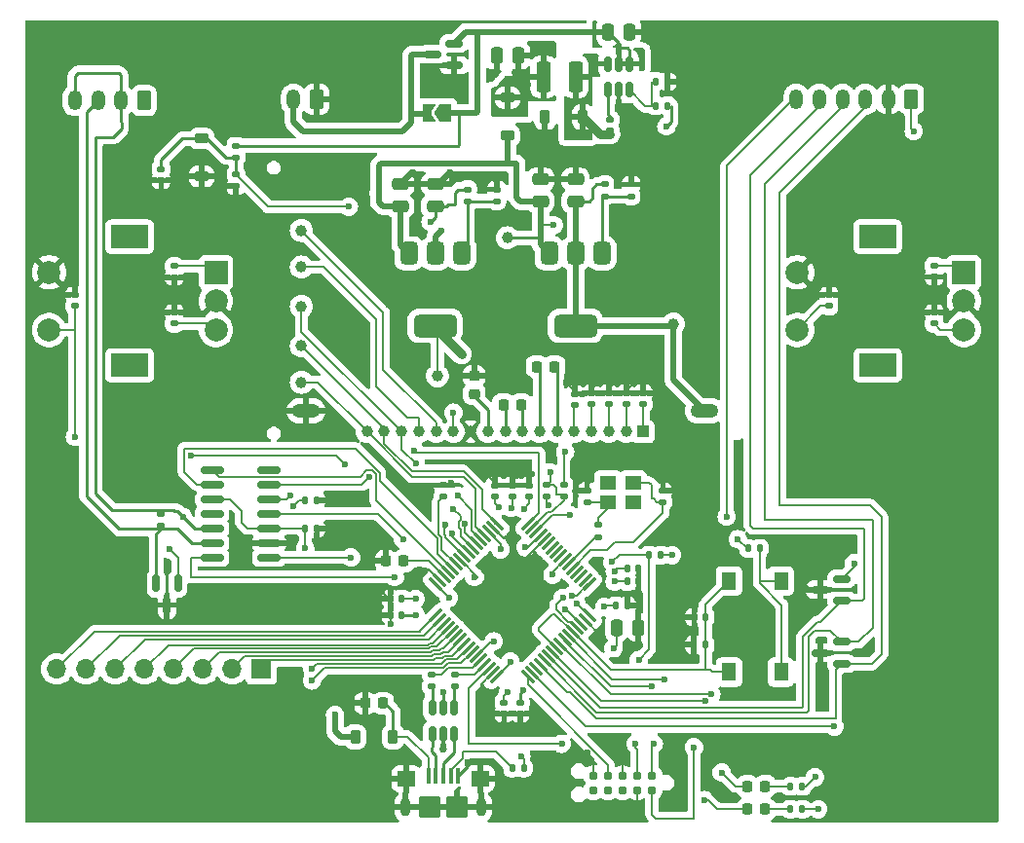
<source format=gbr>
%TF.GenerationSoftware,KiCad,Pcbnew,8.0.6-8.0.6-0~ubuntu24.04.1*%
%TF.CreationDate,2024-11-25T05:53:42-06:00*%
%TF.ProjectId,FRCMotorTester,4652434d-6f74-46f7-9254-65737465722e,rev?*%
%TF.SameCoordinates,Original*%
%TF.FileFunction,Copper,L1,Top*%
%TF.FilePolarity,Positive*%
%FSLAX46Y46*%
G04 Gerber Fmt 4.6, Leading zero omitted, Abs format (unit mm)*
G04 Created by KiCad (PCBNEW 8.0.6-8.0.6-0~ubuntu24.04.1) date 2024-11-25 05:53:42*
%MOMM*%
%LPD*%
G01*
G04 APERTURE LIST*
G04 Aperture macros list*
%AMRoundRect*
0 Rectangle with rounded corners*
0 $1 Rounding radius*
0 $2 $3 $4 $5 $6 $7 $8 $9 X,Y pos of 4 corners*
0 Add a 4 corners polygon primitive as box body*
4,1,4,$2,$3,$4,$5,$6,$7,$8,$9,$2,$3,0*
0 Add four circle primitives for the rounded corners*
1,1,$1+$1,$2,$3*
1,1,$1+$1,$4,$5*
1,1,$1+$1,$6,$7*
1,1,$1+$1,$8,$9*
0 Add four rect primitives between the rounded corners*
20,1,$1+$1,$2,$3,$4,$5,0*
20,1,$1+$1,$4,$5,$6,$7,0*
20,1,$1+$1,$6,$7,$8,$9,0*
20,1,$1+$1,$8,$9,$2,$3,0*%
%AMFreePoly0*
4,1,6,1.000000,0.000000,0.500000,-0.750000,-0.500000,-0.750000,-0.500000,0.750000,0.500000,0.750000,1.000000,0.000000,1.000000,0.000000,$1*%
%AMFreePoly1*
4,1,6,0.500000,-0.750000,-0.650000,-0.750000,-0.150000,0.000000,-0.650000,0.750000,0.500000,0.750000,0.500000,-0.750000,0.500000,-0.750000,$1*%
G04 Aperture macros list end*
%TA.AperFunction,SMDPad,CuDef*%
%ADD10RoundRect,0.135000X-0.135000X-0.185000X0.135000X-0.185000X0.135000X0.185000X-0.135000X0.185000X0*%
%TD*%
%TA.AperFunction,SMDPad,CuDef*%
%ADD11RoundRect,0.135000X0.135000X0.185000X-0.135000X0.185000X-0.135000X-0.185000X0.135000X-0.185000X0*%
%TD*%
%TA.AperFunction,SMDPad,CuDef*%
%ADD12RoundRect,0.135000X0.185000X-0.135000X0.185000X0.135000X-0.185000X0.135000X-0.185000X-0.135000X0*%
%TD*%
%TA.AperFunction,SMDPad,CuDef*%
%ADD13RoundRect,0.250000X0.375000X1.075000X-0.375000X1.075000X-0.375000X-1.075000X0.375000X-1.075000X0*%
%TD*%
%TA.AperFunction,SMDPad,CuDef*%
%ADD14RoundRect,0.140000X-0.170000X0.140000X-0.170000X-0.140000X0.170000X-0.140000X0.170000X0.140000X0*%
%TD*%
%TA.AperFunction,SMDPad,CuDef*%
%ADD15RoundRect,0.250000X0.475000X-0.250000X0.475000X0.250000X-0.475000X0.250000X-0.475000X-0.250000X0*%
%TD*%
%TA.AperFunction,SMDPad,CuDef*%
%ADD16RoundRect,0.140000X-0.140000X-0.170000X0.140000X-0.170000X0.140000X0.170000X-0.140000X0.170000X0*%
%TD*%
%TA.AperFunction,SMDPad,CuDef*%
%ADD17RoundRect,0.135000X-0.185000X0.135000X-0.185000X-0.135000X0.185000X-0.135000X0.185000X0.135000X0*%
%TD*%
%TA.AperFunction,SMDPad,CuDef*%
%ADD18R,1.295400X1.549400*%
%TD*%
%TA.AperFunction,SMDPad,CuDef*%
%ADD19RoundRect,0.250000X-0.250000X-0.475000X0.250000X-0.475000X0.250000X0.475000X-0.250000X0.475000X0*%
%TD*%
%TA.AperFunction,SMDPad,CuDef*%
%ADD20RoundRect,0.075000X0.441942X0.548008X-0.548008X-0.441942X-0.441942X-0.548008X0.548008X0.441942X0*%
%TD*%
%TA.AperFunction,SMDPad,CuDef*%
%ADD21RoundRect,0.075000X-0.441942X0.548008X-0.548008X0.441942X0.441942X-0.548008X0.548008X-0.441942X0*%
%TD*%
%TA.AperFunction,SMDPad,CuDef*%
%ADD22C,1.000000*%
%TD*%
%TA.AperFunction,SMDPad,CuDef*%
%ADD23RoundRect,0.100000X-0.100000X-0.575000X0.100000X-0.575000X0.100000X0.575000X-0.100000X0.575000X0*%
%TD*%
%TA.AperFunction,ComponentPad*%
%ADD24O,0.900000X1.600000*%
%TD*%
%TA.AperFunction,SMDPad,CuDef*%
%ADD25RoundRect,0.250000X-0.550000X-0.450000X0.550000X-0.450000X0.550000X0.450000X-0.550000X0.450000X0*%
%TD*%
%TA.AperFunction,SMDPad,CuDef*%
%ADD26RoundRect,0.250000X-0.700000X-0.700000X0.700000X-0.700000X0.700000X0.700000X-0.700000X0.700000X0*%
%TD*%
%TA.AperFunction,SMDPad,CuDef*%
%ADD27RoundRect,0.225000X-0.225000X-0.250000X0.225000X-0.250000X0.225000X0.250000X-0.225000X0.250000X0*%
%TD*%
%TA.AperFunction,SMDPad,CuDef*%
%ADD28RoundRect,0.225000X0.225000X0.375000X-0.225000X0.375000X-0.225000X-0.375000X0.225000X-0.375000X0*%
%TD*%
%TA.AperFunction,SMDPad,CuDef*%
%ADD29RoundRect,0.140000X0.170000X-0.140000X0.170000X0.140000X-0.170000X0.140000X-0.170000X-0.140000X0*%
%TD*%
%TA.AperFunction,ComponentPad*%
%ADD30RoundRect,0.250000X0.350000X0.625000X-0.350000X0.625000X-0.350000X-0.625000X0.350000X-0.625000X0*%
%TD*%
%TA.AperFunction,ComponentPad*%
%ADD31O,1.200000X1.750000*%
%TD*%
%TA.AperFunction,SMDPad,CuDef*%
%ADD32RoundRect,0.150000X0.587500X0.150000X-0.587500X0.150000X-0.587500X-0.150000X0.587500X-0.150000X0*%
%TD*%
%TA.AperFunction,SMDPad,CuDef*%
%ADD33RoundRect,0.225000X-0.225000X-0.375000X0.225000X-0.375000X0.225000X0.375000X-0.225000X0.375000X0*%
%TD*%
%TA.AperFunction,SMDPad,CuDef*%
%ADD34RoundRect,0.375000X-0.375000X0.625000X-0.375000X-0.625000X0.375000X-0.625000X0.375000X0.625000X0*%
%TD*%
%TA.AperFunction,SMDPad,CuDef*%
%ADD35RoundRect,0.500000X-1.400000X0.500000X-1.400000X-0.500000X1.400000X-0.500000X1.400000X0.500000X0*%
%TD*%
%TA.AperFunction,SMDPad,CuDef*%
%ADD36RoundRect,0.225000X0.225000X0.250000X-0.225000X0.250000X-0.225000X-0.250000X0.225000X-0.250000X0*%
%TD*%
%TA.AperFunction,SMDPad,CuDef*%
%ADD37RoundRect,0.225000X-0.375000X0.225000X-0.375000X-0.225000X0.375000X-0.225000X0.375000X0.225000X0*%
%TD*%
%TA.AperFunction,SMDPad,CuDef*%
%ADD38RoundRect,0.140000X0.140000X0.170000X-0.140000X0.170000X-0.140000X-0.170000X0.140000X-0.170000X0*%
%TD*%
%TA.AperFunction,SMDPad,CuDef*%
%ADD39RoundRect,0.150000X-0.150000X0.587500X-0.150000X-0.587500X0.150000X-0.587500X0.150000X0.587500X0*%
%TD*%
%TA.AperFunction,SMDPad,CuDef*%
%ADD40RoundRect,0.225000X-0.250000X0.225000X-0.250000X-0.225000X0.250000X-0.225000X0.250000X0.225000X0*%
%TD*%
%TA.AperFunction,SMDPad,CuDef*%
%ADD41RoundRect,0.250000X0.250000X0.475000X-0.250000X0.475000X-0.250000X-0.475000X0.250000X-0.475000X0*%
%TD*%
%TA.AperFunction,ConnectorPad*%
%ADD42C,0.787400*%
%TD*%
%TA.AperFunction,SMDPad,CuDef*%
%ADD43RoundRect,0.150000X0.150000X-0.512500X0.150000X0.512500X-0.150000X0.512500X-0.150000X-0.512500X0*%
%TD*%
%TA.AperFunction,SMDPad,CuDef*%
%ADD44RoundRect,0.150000X0.825000X0.150000X-0.825000X0.150000X-0.825000X-0.150000X0.825000X-0.150000X0*%
%TD*%
%TA.AperFunction,SMDPad,CuDef*%
%ADD45FreePoly0,180.000000*%
%TD*%
%TA.AperFunction,SMDPad,CuDef*%
%ADD46FreePoly1,180.000000*%
%TD*%
%TA.AperFunction,SMDPad,CuDef*%
%ADD47RoundRect,0.218750X-0.218750X-0.256250X0.218750X-0.256250X0.218750X0.256250X-0.218750X0.256250X0*%
%TD*%
%TA.AperFunction,SMDPad,CuDef*%
%ADD48R,1.400000X1.200000*%
%TD*%
%TA.AperFunction,ComponentPad*%
%ADD49R,1.700000X1.700000*%
%TD*%
%TA.AperFunction,ComponentPad*%
%ADD50O,1.700000X1.700000*%
%TD*%
%TA.AperFunction,SMDPad,CuDef*%
%ADD51RoundRect,0.225000X0.375000X-0.225000X0.375000X0.225000X-0.375000X0.225000X-0.375000X-0.225000X0*%
%TD*%
%TA.AperFunction,ComponentPad*%
%ADD52R,1.000000X1.000000*%
%TD*%
%TA.AperFunction,ComponentPad*%
%ADD53C,1.000000*%
%TD*%
%TA.AperFunction,ComponentPad*%
%ADD54O,2.416000X1.208000*%
%TD*%
%TA.AperFunction,ComponentPad*%
%ADD55R,2.000000X2.000000*%
%TD*%
%TA.AperFunction,ComponentPad*%
%ADD56C,2.000000*%
%TD*%
%TA.AperFunction,ComponentPad*%
%ADD57R,3.200000X2.000000*%
%TD*%
%TA.AperFunction,ViaPad*%
%ADD58C,0.600000*%
%TD*%
%TA.AperFunction,Conductor*%
%ADD59C,0.254000*%
%TD*%
%TA.AperFunction,Conductor*%
%ADD60C,0.127000*%
%TD*%
%TA.AperFunction,Conductor*%
%ADD61C,0.508000*%
%TD*%
%TA.AperFunction,Conductor*%
%ADD62C,0.762000*%
%TD*%
%TA.AperFunction,Conductor*%
%ADD63C,0.200000*%
%TD*%
G04 APERTURE END LIST*
D10*
%TO.P,R18,1*%
%TO.N,Net-(U6-FB)*%
X145480000Y-41900000D03*
%TO.P,R18,2*%
%TO.N,GND*%
X146500000Y-41900000D03*
%TD*%
D11*
%TO.P,R17,1*%
%TO.N,Net-(D3-A)*%
X146500000Y-44000000D03*
%TO.P,R17,2*%
%TO.N,Net-(U6-FB)*%
X145480000Y-44000000D03*
%TD*%
D12*
%TO.P,R15,1*%
%TO.N,Net-(U7-ADJ)*%
X143326000Y-51874000D03*
%TO.P,R15,2*%
%TO.N,GND*%
X143326000Y-50854000D03*
%TD*%
%TO.P,R13,1*%
%TO.N,Net-(U5-ADJ)*%
X131654500Y-52304000D03*
%TO.P,R13,2*%
%TO.N,GND*%
X131654500Y-51284000D03*
%TD*%
%TO.P,R12,1*%
%TO.N,Net-(J10-Pin_1)*%
X102500000Y-80510000D03*
%TO.P,R12,2*%
%TO.N,Net-(J10-Pin_2)*%
X102500000Y-79490000D03*
%TD*%
D11*
%TO.P,R1,1*%
%TO.N,ID*%
X134010000Y-101600000D03*
%TO.P,R1,2*%
%TO.N,Net-(J1-ID)*%
X132990000Y-101600000D03*
%TD*%
D13*
%TO.P,L1,1,1*%
%TO.N,Net-(D2-K)*%
X138509200Y-41500000D03*
%TO.P,L1,2,2*%
%TO.N,Net-(D3-A)*%
X135709200Y-41500000D03*
%TD*%
D14*
%TO.P,C26,1*%
%TO.N,Net-(U6-BST)*%
X141500000Y-45240000D03*
%TO.P,C26,2*%
%TO.N,Net-(D2-K)*%
X141500000Y-46200000D03*
%TD*%
D15*
%TO.P,C22,1*%
%TO.N,VCC*%
X123272500Y-52744000D03*
%TO.P,C22,2*%
%TO.N,GND*%
X123272500Y-50844000D03*
%TD*%
D16*
%TO.P,C2,1*%
%TO.N,3V3*%
X142020000Y-87500000D03*
%TO.P,C2,2*%
%TO.N,GND*%
X142980000Y-87500000D03*
%TD*%
D17*
%TO.P,R16,1*%
%TO.N,3V0*%
X141040000Y-50854000D03*
%TO.P,R16,2*%
%TO.N,Net-(U7-ADJ)*%
X141040000Y-51874000D03*
%TD*%
D14*
%TO.P,C39,1*%
%TO.N,GND*%
X144373600Y-69020000D03*
%TO.P,C39,2*%
%TO.N,Net-(DS1-V0)*%
X144373600Y-69980000D03*
%TD*%
%TO.P,C32,1*%
%TO.N,ENC2A*%
X169672000Y-57940000D03*
%TO.P,C32,2*%
%TO.N,GND*%
X169672000Y-58900000D03*
%TD*%
D18*
%TO.P,SW1,1,1*%
%TO.N,Net-(R4-Pad2)*%
X156350000Y-85325000D03*
%TO.P,SW1,2,2*%
X156350001Y-93275000D03*
%TO.P,SW1,3,3*%
%TO.N,BOOT*%
X151849999Y-85325000D03*
%TO.P,SW1,4,4*%
X151849999Y-93275000D03*
%TD*%
D11*
%TO.P,R2,1*%
%TO.N,BOOT*%
X149810000Y-90900000D03*
%TO.P,R2,2*%
%TO.N,GND*%
X148790000Y-90900000D03*
%TD*%
D19*
%TO.P,C24,1*%
%TO.N,+12V*%
X141290000Y-37592000D03*
%TO.P,C24,2*%
%TO.N,GND*%
X143190000Y-37592000D03*
%TD*%
D20*
%TO.P,U3,1,VBAT*%
%TO.N,3V3*%
X139684281Y-85633819D03*
%TO.P,U3,2,PC13*%
%TO.N,unconnected-(U3-PC13-Pad2)*%
X139330728Y-85280266D03*
%TO.P,U3,3,PC14*%
%TO.N,unconnected-(U3-PC14-Pad3)*%
X138977175Y-84926713D03*
%TO.P,U3,4,PC15*%
%TO.N,unconnected-(U3-PC15-Pad4)*%
X138623621Y-84573159D03*
%TO.P,U3,5,PH0*%
%TO.N,/Pico/OSC_IN*%
X138270068Y-84219606D03*
%TO.P,U3,6,PH1*%
%TO.N,Net-(U3-PH1)*%
X137916514Y-83866052D03*
%TO.P,U3,7,NRST*%
%TO.N,NRST*%
X137562961Y-83512499D03*
%TO.P,U3,8,PC0*%
%TO.N,unconnected-(U3-PC0-Pad8)*%
X137209408Y-83158946D03*
%TO.P,U3,9,PC1*%
%TO.N,unconnected-(U3-PC1-Pad9)*%
X136855854Y-82805392D03*
%TO.P,U3,10,PC2*%
%TO.N,unconnected-(U3-PC2-Pad10)*%
X136502301Y-82451839D03*
%TO.P,U3,11,PC3*%
%TO.N,unconnected-(U3-PC3-Pad11)*%
X136148748Y-82098286D03*
%TO.P,U3,12,VSSA*%
%TO.N,GND*%
X135795194Y-81744732D03*
%TO.P,U3,13,VDDA*%
%TO.N,3V3*%
X135441641Y-81391179D03*
%TO.P,U3,14,PA0*%
%TO.N,ANALOG_IN*%
X135088087Y-81037625D03*
%TO.P,U3,15,PA1*%
%TO.N,VCC_MEAS*%
X134734534Y-80684072D03*
%TO.P,U3,16,PA2*%
%TO.N,VIN_MEAS*%
X134380981Y-80330519D03*
D21*
%TO.P,U3,17,PA3*%
%TO.N,DISP_RESET*%
X131658619Y-80330519D03*
%TO.P,U3,18,VSS*%
%TO.N,GND*%
X131305066Y-80684072D03*
%TO.P,U3,19,VDD*%
%TO.N,3V3*%
X130951513Y-81037625D03*
%TO.P,U3,20,PA4*%
%TO.N,DISP_SS*%
X130597959Y-81391179D03*
%TO.P,U3,21,PA5*%
%TO.N,DISP_SCLK*%
X130244406Y-81744732D03*
%TO.P,U3,22,PA6*%
%TO.N,DISP_DATA*%
X129890852Y-82098286D03*
%TO.P,U3,23,PA7*%
%TO.N,DISP_SI*%
X129537299Y-82451839D03*
%TO.P,U3,24,PC4*%
%TO.N,PRESS1*%
X129183746Y-82805392D03*
%TO.P,U3,25,PC5*%
%TO.N,CAN_EN*%
X128830192Y-83158946D03*
%TO.P,U3,26,PB0*%
%TO.N,CAN_STB*%
X128476639Y-83512499D03*
%TO.P,U3,27,PB1*%
%TO.N,Net-(U3-PB1)*%
X128123086Y-83866052D03*
%TO.P,U3,28,PB2*%
%TO.N,CAN_WAKE*%
X127769532Y-84219606D03*
%TO.P,U3,29,PB10*%
%TO.N,CAN_FAULT*%
X127415979Y-84573159D03*
%TO.P,U3,30,VCAP_1*%
%TO.N,Net-(U3-VCAP_1)*%
X127062425Y-84926713D03*
%TO.P,U3,31,VSS*%
%TO.N,GND*%
X126708872Y-85280266D03*
%TO.P,U3,32,VDD*%
%TO.N,3V3*%
X126355319Y-85633819D03*
D20*
%TO.P,U3,33,PB12*%
%TO.N,SPARE8*%
X126355319Y-88356181D03*
%TO.P,U3,34,PB13*%
%TO.N,SPARE7*%
X126708872Y-88709734D03*
%TO.P,U3,35,PB14*%
%TO.N,SPARE6*%
X127062425Y-89063287D03*
%TO.P,U3,36,PB15*%
%TO.N,SPARE5*%
X127415979Y-89416841D03*
%TO.P,U3,37,PC6*%
%TO.N,SPARE4*%
X127769532Y-89770394D03*
%TO.P,U3,38,PC7*%
%TO.N,SPARE3*%
X128123086Y-90123948D03*
%TO.P,U3,39,PC8*%
%TO.N,SPARE2*%
X128476639Y-90477501D03*
%TO.P,U3,40,PC9*%
%TO.N,SPARE1*%
X128830192Y-90831054D03*
%TO.P,U3,41,PA8*%
%TO.N,ENC1A*%
X129183746Y-91184608D03*
%TO.P,U3,42,PA9*%
%TO.N,ENC1B*%
X129537299Y-91538161D03*
%TO.P,U3,43,PA10*%
%TO.N,ID*%
X129890852Y-91891714D03*
%TO.P,U3,44,PA11*%
%TO.N,DM*%
X130244406Y-92245268D03*
%TO.P,U3,45,PA12*%
%TO.N,DP*%
X130597959Y-92598821D03*
%TO.P,U3,46,PA13*%
%TO.N,SWDIO*%
X130951513Y-92952375D03*
%TO.P,U3,47,VSS*%
%TO.N,GND*%
X131305066Y-93305928D03*
%TO.P,U3,48,VDD*%
%TO.N,3V3*%
X131658619Y-93659481D03*
D21*
%TO.P,U3,49,PA14*%
%TO.N,SWCLK*%
X134380981Y-93659481D03*
%TO.P,U3,50,PA15*%
%TO.N,ENC2A*%
X134734534Y-93305928D03*
%TO.P,U3,51,PC10*%
%TO.N,unconnected-(U3-PC10-Pad51)*%
X135088087Y-92952375D03*
%TO.P,U3,52,PC11*%
%TO.N,GENIO_01*%
X135441641Y-92598821D03*
%TO.P,U3,53,PC12*%
%TO.N,GENIO_02*%
X135795194Y-92245268D03*
%TO.P,U3,54,PD2*%
%TO.N,GENIO_03*%
X136148748Y-91891714D03*
%TO.P,U3,55,PB3*%
%TO.N,ENC2B*%
X136502301Y-91538161D03*
%TO.P,U3,56,PB4*%
%TO.N,BOOT*%
X136855854Y-91184608D03*
%TO.P,U3,57,PB5*%
%TO.N,PRESS2*%
X137209408Y-90831054D03*
%TO.P,U3,58,PB6*%
%TO.N,LED1*%
X137562961Y-90477501D03*
%TO.P,U3,59,PB7*%
%TO.N,LED2*%
X137916514Y-90123948D03*
%TO.P,U3,60,BOOT0*%
%TO.N,BOOT*%
X138270068Y-89770394D03*
%TO.P,U3,61,PB8*%
%TO.N,CAN_RX*%
X138623621Y-89416841D03*
%TO.P,U3,62,PB9*%
%TO.N,CAN_TX*%
X138977175Y-89063287D03*
%TO.P,U3,63,VSS*%
%TO.N,GND*%
X139330728Y-88709734D03*
%TO.P,U3,64,VDD*%
%TO.N,3V3*%
X139684281Y-88356181D03*
%TD*%
D22*
%TO.P,TP14,1,1*%
%TO.N,DISP_SS*%
X114681000Y-68072000D03*
%TD*%
%TO.P,TP10,1,1*%
%TO.N,DISP_RESET*%
X114681000Y-64897000D03*
%TD*%
D17*
%TO.P,R11,1*%
%TO.N,VCC_MEAS*%
X136000000Y-76990000D03*
%TO.P,R11,2*%
%TO.N,GND*%
X136000000Y-78010000D03*
%TD*%
D23*
%TO.P,J1,1,VBUS*%
%TO.N,Net-(D11-A)*%
X125700000Y-102325000D03*
%TO.P,J1,2,D-*%
%TO.N,Net-(J1-D-)*%
X126350000Y-102325000D03*
%TO.P,J1,3,D+*%
%TO.N,Net-(J1-D+)*%
X127000000Y-102325000D03*
%TO.P,J1,4,ID*%
%TO.N,Net-(J1-ID)*%
X127650000Y-102325000D03*
%TO.P,J1,5,GND*%
%TO.N,GND*%
X128300000Y-102325000D03*
D24*
%TO.P,J1,6,Shield*%
X123700000Y-105000000D03*
D25*
X123800000Y-102550000D03*
D26*
X125800000Y-105000000D03*
X128200000Y-105000000D03*
D25*
X130200000Y-102550000D03*
D24*
X130300000Y-105000000D03*
%TD*%
D14*
%TO.P,C35,1*%
%TO.N,GND*%
X138430000Y-69070800D03*
%TO.P,C35,2*%
%TO.N,Net-(DS1-V4)*%
X138430000Y-70030800D03*
%TD*%
D17*
%TO.P,R10,1*%
%TO.N,VCC*%
X137490000Y-76990000D03*
%TO.P,R10,2*%
%TO.N,VCC_MEAS*%
X137490000Y-78010000D03*
%TD*%
D14*
%TO.P,C36,1*%
%TO.N,GND*%
X139903200Y-69020000D03*
%TO.P,C36,2*%
%TO.N,Net-(DS1-V3)*%
X139903200Y-69980000D03*
%TD*%
D27*
%TO.P,C41,1*%
%TO.N,Net-(DS1-C2+)*%
X135125000Y-66700000D03*
%TO.P,C41,2*%
%TO.N,Net-(DS1-C2-)*%
X136675000Y-66700000D03*
%TD*%
%TO.P,C43,1*%
%TO.N,GND*%
X120225000Y-95968000D03*
%TO.P,C43,2*%
%TO.N,Net-(D11-A)*%
X121775000Y-95968000D03*
%TD*%
D14*
%TO.P,C38,1*%
%TO.N,GND*%
X142900400Y-69020000D03*
%TO.P,C38,2*%
%TO.N,Net-(DS1-V1)*%
X142900400Y-69980000D03*
%TD*%
D28*
%TO.P,D2,1,K*%
%TO.N,Net-(D2-K)*%
X139150000Y-45000000D03*
%TO.P,D2,2,A*%
%TO.N,GND*%
X135850000Y-45000000D03*
%TD*%
D29*
%TO.P,C33,1*%
%TO.N,ENC2B*%
X169672000Y-62964000D03*
%TO.P,C33,2*%
%TO.N,GND*%
X169672000Y-62004000D03*
%TD*%
D30*
%TO.P,J2,1,Pin_1*%
%TO.N,GND*%
X116000000Y-43450000D03*
D31*
%TO.P,J2,2,Pin_2*%
%TO.N,/Power/VIN*%
X114000000Y-43450000D03*
%TD*%
D19*
%TO.P,C1,1*%
%TO.N,3V3*%
X142050000Y-89400000D03*
%TO.P,C1,2*%
%TO.N,GND*%
X143950000Y-89400000D03*
%TD*%
D12*
%TO.P,R5,1*%
%TO.N,Net-(R5-Pad1)*%
X128000000Y-94510000D03*
%TO.P,R5,2*%
%TO.N,DP*%
X128000000Y-93490000D03*
%TD*%
D32*
%TO.P,D5,1,K*%
%TO.N,GENIO_01*%
X161637500Y-92550000D03*
%TO.P,D5,2,K*%
%TO.N,GENIO_02*%
X161637500Y-90650000D03*
%TO.P,D5,3,A*%
%TO.N,GND*%
X159762500Y-91600000D03*
%TD*%
D33*
%TO.P,D11,1,K*%
%TO.N,VCC*%
X119350000Y-98900000D03*
%TO.P,D11,2,A*%
%TO.N,Net-(D11-A)*%
X122650000Y-98900000D03*
%TD*%
D34*
%TO.P,U7,1,ADJ*%
%TO.N,Net-(U7-ADJ)*%
X140800000Y-56850000D03*
%TO.P,U7,2,VO*%
%TO.N,3V0*%
X138500000Y-56850000D03*
D35*
X138500000Y-63150000D03*
D34*
%TO.P,U7,3,VI*%
%TO.N,VCC*%
X136200000Y-56850000D03*
%TD*%
D14*
%TO.P,C5,1*%
%TO.N,3V3*%
X132300000Y-95920000D03*
%TO.P,C5,2*%
%TO.N,GND*%
X132300000Y-96880000D03*
%TD*%
D22*
%TO.P,TP11,1,1*%
%TO.N,DISP_DATA*%
X114681000Y-61468000D03*
%TD*%
D15*
%TO.P,C23,1*%
%TO.N,3V3*%
X126320500Y-52744000D03*
%TO.P,C23,2*%
%TO.N,GND*%
X126320500Y-50844000D03*
%TD*%
D36*
%TO.P,C40,1*%
%TO.N,Net-(DS1-C1+)*%
X133775000Y-70000000D03*
%TO.P,C40,2*%
%TO.N,Net-(DS1-C1-)*%
X132225000Y-70000000D03*
%TD*%
D16*
%TO.P,C10,1*%
%TO.N,3V3*%
X143020000Y-85400000D03*
%TO.P,C10,2*%
%TO.N,GND*%
X143980000Y-85400000D03*
%TD*%
D37*
%TO.P,D12,1,K*%
%TO.N,VIN_MEAS*%
X106000000Y-46850000D03*
%TO.P,D12,2,A*%
%TO.N,GND*%
X106000000Y-50150000D03*
%TD*%
D38*
%TO.P,C17,1*%
%TO.N,BOOT*%
X149780000Y-88500000D03*
%TO.P,C17,2*%
%TO.N,GND*%
X148820000Y-88500000D03*
%TD*%
D39*
%TO.P,D4,1,K*%
%TO.N,Net-(J10-Pin_2)*%
X103950000Y-85562500D03*
%TO.P,D4,2,K*%
%TO.N,Net-(J10-Pin_1)*%
X102050000Y-85562500D03*
%TO.P,D4,3,A*%
%TO.N,GND*%
X103000000Y-87437500D03*
%TD*%
D40*
%TO.P,C42,1*%
%TO.N,GND*%
X129700000Y-67525000D03*
%TO.P,C42,2*%
%TO.N,Net-(DS1-VOUT)*%
X129700000Y-69075000D03*
%TD*%
D16*
%TO.P,C8,1*%
%TO.N,3V3*%
X143020000Y-84300000D03*
%TO.P,C8,2*%
%TO.N,GND*%
X143980000Y-84300000D03*
%TD*%
D29*
%TO.P,C9,1*%
%TO.N,3V3*%
X134500000Y-77980000D03*
%TO.P,C9,2*%
%TO.N,GND*%
X134500000Y-77020000D03*
%TD*%
%TO.P,C15,1*%
%TO.N,VCC_MEAS*%
X131500000Y-77980000D03*
%TO.P,C15,2*%
%TO.N,GND*%
X131500000Y-77020000D03*
%TD*%
D14*
%TO.P,C37,1*%
%TO.N,GND*%
X141376400Y-69020000D03*
%TO.P,C37,2*%
%TO.N,Net-(DS1-V2)*%
X141376400Y-69980000D03*
%TD*%
D29*
%TO.P,C30,1*%
%TO.N,ENC1B*%
X103632000Y-62964000D03*
%TO.P,C30,2*%
%TO.N,GND*%
X103632000Y-62004000D03*
%TD*%
D22*
%TO.P,TP8,1,1*%
%TO.N,3V3*%
X126500000Y-67500000D03*
%TD*%
D10*
%TO.P,R4,1*%
%TO.N,3V3*%
X153490000Y-82500000D03*
%TO.P,R4,2*%
%TO.N,Net-(R4-Pad2)*%
X154510000Y-82500000D03*
%TD*%
D36*
%TO.P,C47,1*%
%TO.N,Net-(U3-VCAP_1)*%
X123575000Y-83600000D03*
%TO.P,C47,2*%
%TO.N,GND*%
X122025000Y-83600000D03*
%TD*%
D41*
%TO.P,C28,1*%
%TO.N,Net-(D3-A)*%
X133538000Y-39624000D03*
%TO.P,C28,2*%
%TO.N,GND*%
X131638000Y-39624000D03*
%TD*%
D42*
%TO.P,J7,1,VTref*%
%TO.N,3V3*%
X145140000Y-102265000D03*
%TO.P,J7,2,SWDIO/TMS*%
%TO.N,SWDIO*%
X143870000Y-102265000D03*
%TO.P,J7,3,GND*%
%TO.N,GND*%
X142600000Y-102265000D03*
%TO.P,J7,4,SWCLK/TCK*%
%TO.N,SWCLK*%
X141330000Y-102265000D03*
%TO.P,J7,5,GND*%
%TO.N,GND*%
X140060000Y-102265000D03*
%TO.P,J7,6,SWO/TDO*%
%TO.N,unconnected-(J7-SWO{slash}TDO-Pad6)*%
X140060000Y-103535000D03*
%TO.P,J7,7,KEY*%
%TO.N,unconnected-(J7-KEY-Pad7)*%
X141330000Y-103535000D03*
%TO.P,J7,8,NC/TDI*%
%TO.N,unconnected-(J7-NC{slash}TDI-Pad8)*%
X142600000Y-103535000D03*
%TO.P,J7,9,GNDDetect*%
%TO.N,GND*%
X143870000Y-103535000D03*
%TO.P,J7,10,~{RESET}*%
%TO.N,NRST*%
X145140000Y-103535000D03*
%TD*%
D14*
%TO.P,C16,1*%
%TO.N,VIN_MEAS*%
X102500000Y-49520000D03*
%TO.P,C16,2*%
%TO.N,GND*%
X102500000Y-50480000D03*
%TD*%
D30*
%TO.P,J10,1,Pin_1*%
%TO.N,Net-(J10-Pin_1)*%
X101000000Y-43550000D03*
D31*
%TO.P,J10,2,Pin_2*%
%TO.N,Net-(J10-Pin_2)*%
X99000000Y-43550000D03*
%TO.P,J10,3,Pin_3*%
%TO.N,Net-(J10-Pin_1)*%
X97000000Y-43550000D03*
%TO.P,J10,4,Pin_4*%
%TO.N,Net-(J10-Pin_2)*%
X95000000Y-43550000D03*
%TD*%
D43*
%TO.P,U4,1,I/O1*%
%TO.N,Net-(J1-D-)*%
X126050000Y-98637500D03*
%TO.P,U4,2,GND*%
%TO.N,GND*%
X127000000Y-98637500D03*
%TO.P,U4,3,I/O2*%
%TO.N,Net-(J1-D+)*%
X127950000Y-98637500D03*
%TO.P,U4,4,I/O2*%
%TO.N,Net-(R5-Pad1)*%
X127950000Y-96362500D03*
%TO.P,U4,5,VBUS*%
%TO.N,VCC*%
X127000000Y-96362500D03*
%TO.P,U4,6,I/O1*%
%TO.N,Net-(R6-Pad1)*%
X126050000Y-96362500D03*
%TD*%
D10*
%TO.P,R8,1*%
%TO.N,Net-(D10-A)*%
X157190000Y-103200000D03*
%TO.P,R8,2*%
%TO.N,3V3*%
X158210000Y-103200000D03*
%TD*%
D44*
%TO.P,U2,1,TXD*%
%TO.N,CAN_TX*%
X111875000Y-83310000D03*
%TO.P,U2,2,GND*%
%TO.N,GND*%
X111875000Y-82040000D03*
%TO.P,U2,3,VCC*%
%TO.N,VCC*%
X111875000Y-80770000D03*
%TO.P,U2,4,RXD*%
%TO.N,CAN_RX*%
X111875000Y-79500000D03*
%TO.P,U2,5,VIO*%
%TO.N,3V3*%
X111875000Y-78230000D03*
%TO.P,U2,6,EN*%
%TO.N,CAN_EN*%
X111875000Y-76960000D03*
%TO.P,U2,7,INH*%
%TO.N,unconnected-(U2-INH-Pad7)*%
X111875000Y-75690000D03*
%TO.P,U2,8,~{FAULT}*%
%TO.N,CAN_FAULT*%
X106925000Y-75690000D03*
%TO.P,U2,9,WAKE*%
%TO.N,CAN_WAKE*%
X106925000Y-76960000D03*
%TO.P,U2,10,VSUP*%
%TO.N,VCC*%
X106925000Y-78230000D03*
%TO.P,U2,11,NC*%
%TO.N,unconnected-(U2-NC-Pad11)*%
X106925000Y-79500000D03*
%TO.P,U2,12,CANL*%
%TO.N,Net-(J10-Pin_2)*%
X106925000Y-80770000D03*
%TO.P,U2,13,CANH*%
%TO.N,Net-(J10-Pin_1)*%
X106925000Y-82040000D03*
%TO.P,U2,14,~{STB}*%
%TO.N,CAN_STB*%
X106925000Y-83310000D03*
%TD*%
D17*
%TO.P,R19,1*%
%TO.N,+12V*%
X109000000Y-47490000D03*
%TO.P,R19,2*%
%TO.N,VIN_MEAS*%
X109000000Y-48510000D03*
%TD*%
D15*
%TO.P,C25,1*%
%TO.N,VCC*%
X135452000Y-52314000D03*
%TO.P,C25,2*%
%TO.N,GND*%
X135452000Y-50414000D03*
%TD*%
D12*
%TO.P,R6,1*%
%TO.N,Net-(R6-Pad1)*%
X126000000Y-94510000D03*
%TO.P,R6,2*%
%TO.N,DM*%
X126000000Y-93490000D03*
%TD*%
D34*
%TO.P,U5,1,ADJ*%
%TO.N,Net-(U5-ADJ)*%
X128608000Y-56850000D03*
%TO.P,U5,2,VO*%
%TO.N,3V3*%
X126308000Y-56850000D03*
D35*
X126308000Y-63150000D03*
D34*
%TO.P,U5,3,VI*%
%TO.N,VCC*%
X124008000Y-56850000D03*
%TD*%
D29*
%TO.P,C31,1*%
%TO.N,PRESS1*%
X94996000Y-61440000D03*
%TO.P,C31,2*%
%TO.N,GND*%
X94996000Y-60480000D03*
%TD*%
D45*
%TO.P,JP1,1,1*%
%TO.N,+12V*%
X127217000Y-44615100D03*
D46*
%TO.P,JP1,2,2*%
%TO.N,/Power/VIN*%
X125767000Y-44615100D03*
%TD*%
D32*
%TO.P,Q2,1,G*%
%TO.N,GND*%
X127937500Y-40485100D03*
%TO.P,Q2,2,S*%
%TO.N,+12V*%
X127937500Y-38585100D03*
%TO.P,Q2,3,D*%
%TO.N,/Power/VIN*%
X126062500Y-39535100D03*
%TD*%
D22*
%TO.P,TP12,1,1*%
%TO.N,DISP_SCLK*%
X114681000Y-58039000D03*
%TD*%
D10*
%TO.P,R7,1*%
%TO.N,Net-(D1-A)*%
X157190000Y-105200000D03*
%TO.P,R7,2*%
%TO.N,3V3*%
X158210000Y-105200000D03*
%TD*%
D14*
%TO.P,C3,1*%
%TO.N,GND*%
X146100000Y-77520000D03*
%TO.P,C3,2*%
%TO.N,/Pico/OSC_IN*%
X146100000Y-78480000D03*
%TD*%
D38*
%TO.P,C11,1*%
%TO.N,3V3*%
X123400000Y-88300000D03*
%TO.P,C11,2*%
%TO.N,GND*%
X122440000Y-88300000D03*
%TD*%
D22*
%TO.P,TP9,1,1*%
%TO.N,3V0*%
X147000000Y-63000000D03*
%TD*%
D17*
%TO.P,R20,1*%
%TO.N,VIN_MEAS*%
X109000000Y-49990000D03*
%TO.P,R20,2*%
%TO.N,GND*%
X109000000Y-51010000D03*
%TD*%
%TO.P,R14,1*%
%TO.N,3V3*%
X129114500Y-51284000D03*
%TO.P,R14,2*%
%TO.N,Net-(U5-ADJ)*%
X129114500Y-52304000D03*
%TD*%
D32*
%TO.P,D6,1,K*%
%TO.N,GENIO_03*%
X161637500Y-87050000D03*
%TO.P,D6,2,K*%
%TO.N,ANALOG_IN*%
X161637500Y-85150000D03*
%TO.P,D6,3,A*%
%TO.N,GND*%
X159762500Y-86100000D03*
%TD*%
D15*
%TO.P,C27,1*%
%TO.N,3V0*%
X138500000Y-52314000D03*
%TO.P,C27,2*%
%TO.N,GND*%
X138500000Y-50414000D03*
%TD*%
D47*
%TO.P,D1,1,K*%
%TO.N,LED1*%
X153412500Y-105200000D03*
%TO.P,D1,2,A*%
%TO.N,Net-(D1-A)*%
X154987500Y-105200000D03*
%TD*%
D14*
%TO.P,C4,1*%
%TO.N,GND*%
X139500000Y-77520000D03*
%TO.P,C4,2*%
%TO.N,/Pico/OSC_OUT*%
X139500000Y-78480000D03*
%TD*%
%TO.P,C29,1*%
%TO.N,ENC1A*%
X103632000Y-57968000D03*
%TO.P,C29,2*%
%TO.N,GND*%
X103632000Y-58928000D03*
%TD*%
D12*
%TO.P,R9,1*%
%TO.N,Net-(U3-PH1)*%
X140500000Y-81510000D03*
%TO.P,R9,2*%
%TO.N,/Pico/OSC_OUT*%
X140500000Y-80490000D03*
%TD*%
D29*
%TO.P,C7,1*%
%TO.N,3V3*%
X133000000Y-77980000D03*
%TO.P,C7,2*%
%TO.N,GND*%
X133000000Y-77020000D03*
%TD*%
D12*
%TO.P,R3,1*%
%TO.N,Net-(U3-PB1)*%
X127000000Y-78010000D03*
%TO.P,R3,2*%
%TO.N,GND*%
X127000000Y-76990000D03*
%TD*%
D10*
%TO.P,R21,1*%
%TO.N,NRST*%
X144890000Y-83100000D03*
%TO.P,R21,2*%
%TO.N,3V3*%
X145910000Y-83100000D03*
%TD*%
D30*
%TO.P,J3,1,Pin_1*%
%TO.N,3V3*%
X167687000Y-43450000D03*
D31*
%TO.P,J3,2,Pin_2*%
%TO.N,GND*%
X165687000Y-43450000D03*
%TO.P,J3,3,Pin_3*%
%TO.N,GENIO_01*%
X163687000Y-43450000D03*
%TO.P,J3,4,Pin_4*%
%TO.N,GENIO_02*%
X161687000Y-43450000D03*
%TO.P,J3,5,Pin_5*%
%TO.N,GENIO_03*%
X159687000Y-43450000D03*
%TO.P,J3,6,Pin_6*%
%TO.N,ANALOG_IN*%
X157687000Y-43450000D03*
%TD*%
D48*
%TO.P,Y2,1,1*%
%TO.N,/Pico/OSC_OUT*%
X141300000Y-78500000D03*
%TO.P,Y2,2,2*%
%TO.N,unconnected-(Y2-Pad2)*%
X143500000Y-78500000D03*
%TO.P,Y2,3,3*%
%TO.N,/Pico/OSC_IN*%
X143500000Y-76800000D03*
%TO.P,Y2,4,4*%
%TO.N,unconnected-(Y2-Pad4)*%
X141300000Y-76800000D03*
%TD*%
D22*
%TO.P,TP13,1,1*%
%TO.N,DISP_SI*%
X114681000Y-54864000D03*
%TD*%
%TO.P,TP7,1,1*%
%TO.N,VCC*%
X132588000Y-55500000D03*
%TD*%
D47*
%TO.P,D10,1,K*%
%TO.N,LED2*%
X153412500Y-103200000D03*
%TO.P,D10,2,A*%
%TO.N,Net-(D10-A)*%
X154987500Y-103200000D03*
%TD*%
D16*
%TO.P,C14,1*%
%TO.N,3V3*%
X115020000Y-78300000D03*
%TO.P,C14,2*%
%TO.N,GND*%
X115980000Y-78300000D03*
%TD*%
D43*
%TO.P,U6,1,BST*%
%TO.N,Net-(U6-BST)*%
X141290000Y-42637500D03*
%TO.P,U6,2,GND*%
%TO.N,GND*%
X142240000Y-42637500D03*
%TO.P,U6,3,FB*%
%TO.N,Net-(U6-FB)*%
X143190000Y-42637500D03*
%TO.P,U6,4,EN*%
%TO.N,+12V*%
X143190000Y-40362500D03*
%TO.P,U6,5,VIN*%
X142240000Y-40362500D03*
%TO.P,U6,6,LX*%
%TO.N,Net-(D2-K)*%
X141290000Y-40362500D03*
%TD*%
D38*
%TO.P,C12,1*%
%TO.N,3V3*%
X123400000Y-86900000D03*
%TO.P,C12,2*%
%TO.N,GND*%
X122440000Y-86900000D03*
%TD*%
D14*
%TO.P,C6,1*%
%TO.N,3V3*%
X133700000Y-95920000D03*
%TO.P,C6,2*%
%TO.N,GND*%
X133700000Y-96880000D03*
%TD*%
D29*
%TO.P,C34,1*%
%TO.N,PRESS2*%
X160528000Y-61440000D03*
%TO.P,C34,2*%
%TO.N,GND*%
X160528000Y-60480000D03*
%TD*%
D49*
%TO.P,J9,1,Pin_1*%
%TO.N,SPARE1*%
X111200000Y-93000000D03*
D50*
%TO.P,J9,2,Pin_2*%
%TO.N,SPARE2*%
X108660000Y-93000000D03*
%TO.P,J9,3,Pin_3*%
%TO.N,SPARE3*%
X106120000Y-93000000D03*
%TO.P,J9,4,Pin_4*%
%TO.N,SPARE4*%
X103580000Y-93000000D03*
%TO.P,J9,5,Pin_5*%
%TO.N,SPARE5*%
X101040000Y-93000000D03*
%TO.P,J9,6,Pin_6*%
%TO.N,SPARE6*%
X98500000Y-93000000D03*
%TO.P,J9,7,Pin_7*%
%TO.N,SPARE7*%
X95960000Y-93000000D03*
%TO.P,J9,8,Pin_8*%
%TO.N,SPARE8*%
X93420000Y-93000000D03*
%TD*%
D51*
%TO.P,D3,1,K*%
%TO.N,VCC*%
X132588000Y-46608000D03*
%TO.P,D3,2,A*%
%TO.N,Net-(D3-A)*%
X132588000Y-43308000D03*
%TD*%
D16*
%TO.P,C13,1*%
%TO.N,VCC*%
X115020000Y-80800000D03*
%TO.P,C13,2*%
%TO.N,GND*%
X115980000Y-80800000D03*
%TD*%
D52*
%TO.P,DS1,1,V0*%
%TO.N,Net-(DS1-V0)*%
X144388500Y-72360000D03*
D53*
%TO.P,DS1,2,V1*%
%TO.N,Net-(DS1-V1)*%
X142888500Y-72360000D03*
%TO.P,DS1,3,V2*%
%TO.N,Net-(DS1-V2)*%
X141388500Y-72360000D03*
%TO.P,DS1,4,V3*%
%TO.N,Net-(DS1-V3)*%
X139888500Y-72360000D03*
%TO.P,DS1,5,V4*%
%TO.N,Net-(DS1-V4)*%
X138388500Y-72360000D03*
%TO.P,DS1,6,C2-*%
%TO.N,Net-(DS1-C2-)*%
X136888500Y-72360000D03*
%TO.P,DS1,7,C2+*%
%TO.N,Net-(DS1-C2+)*%
X135388500Y-72360000D03*
%TO.P,DS1,8,C1+*%
%TO.N,Net-(DS1-C1+)*%
X133888500Y-72360000D03*
%TO.P,DS1,9,C1-*%
%TO.N,Net-(DS1-C1-)*%
X132388500Y-72360000D03*
%TO.P,DS1,10,VOUT*%
%TO.N,Net-(DS1-VOUT)*%
X130888500Y-72360000D03*
%TO.P,DS1,11,VSS*%
%TO.N,GND*%
X129388500Y-72360000D03*
%TO.P,DS1,12,VDD*%
%TO.N,3V3*%
X127888500Y-72360000D03*
%TO.P,DS1,13,SI*%
%TO.N,DISP_SI*%
X126388500Y-72360000D03*
%TO.P,DS1,14,SCL*%
%TO.N,DISP_SCLK*%
X124888500Y-72360000D03*
%TO.P,DS1,15,A0*%
%TO.N,DISP_DATA*%
X123388500Y-72360000D03*
%TO.P,DS1,16,~{RST}*%
%TO.N,DISP_RESET*%
X121888500Y-72360000D03*
%TO.P,DS1,17,~{CS1}*%
%TO.N,DISP_SS*%
X120388500Y-72360000D03*
D54*
%TO.P,DS1,A,LED+*%
%TO.N,3V0*%
X149688500Y-70560000D03*
%TO.P,DS1,K,LED-*%
%TO.N,GND*%
X115088500Y-70560000D03*
%TD*%
D55*
%TO.P,SW3,A,A*%
%TO.N,ENC2A*%
X172250000Y-58500000D03*
D56*
%TO.P,SW3,B,B*%
%TO.N,ENC2B*%
X172250000Y-63500000D03*
%TO.P,SW3,C,C*%
%TO.N,GND*%
X172250000Y-61000000D03*
D57*
%TO.P,SW3,MP*%
%TO.N,N/C*%
X164750000Y-66600000D03*
X164750000Y-55400000D03*
D56*
%TO.P,SW3,S1,S1*%
%TO.N,PRESS2*%
X157750000Y-63500000D03*
%TO.P,SW3,S2,S2*%
%TO.N,GND*%
X157750000Y-58500000D03*
%TD*%
D55*
%TO.P,SW2,A,A*%
%TO.N,ENC1A*%
X107250000Y-58500000D03*
D56*
%TO.P,SW2,B,B*%
%TO.N,ENC1B*%
X107250000Y-63500000D03*
%TO.P,SW2,C,C*%
%TO.N,GND*%
X107250000Y-61000000D03*
D57*
%TO.P,SW2,MP*%
%TO.N,N/C*%
X99750000Y-66600000D03*
X99750000Y-55400000D03*
D56*
%TO.P,SW2,S1,S1*%
%TO.N,PRESS1*%
X92750000Y-63500000D03*
%TO.P,SW2,S2,S2*%
%TO.N,GND*%
X92750000Y-58500000D03*
%TD*%
D58*
%TO.N,3V3*%
X127500000Y-86800000D03*
X145300000Y-99500000D03*
X113700000Y-77900000D03*
X124600000Y-88300000D03*
X152600000Y-81700000D03*
X141000000Y-87600000D03*
X159312500Y-102400000D03*
X125900000Y-54100000D03*
X114000000Y-78800000D03*
X126800000Y-54900000D03*
X132836500Y-92347788D03*
X141900000Y-84500000D03*
X141900000Y-85400000D03*
X124600000Y-86900000D03*
X167894000Y-46228000D03*
X132636500Y-94990721D03*
X132000000Y-82600000D03*
X134134018Y-82417406D03*
X132900000Y-79000000D03*
X128600000Y-65600000D03*
X138600000Y-87300000D03*
X138200000Y-86600000D03*
X141800000Y-91200000D03*
X159600000Y-105200000D03*
X127900000Y-70700000D03*
X146900000Y-83100000D03*
X133963500Y-94860350D03*
X134000000Y-79100000D03*
%TO.N,GND*%
X132588000Y-84836000D03*
X128600000Y-42400000D03*
X131200000Y-41600000D03*
X106000000Y-51600000D03*
X144800000Y-38000000D03*
X116100000Y-81900000D03*
X148700000Y-41900000D03*
X139600000Y-76600000D03*
X116846000Y-78300000D03*
X124968000Y-84328000D03*
X170180000Y-74168000D03*
X122400000Y-89100000D03*
X144836500Y-67443284D03*
X143500000Y-91200000D03*
X127000000Y-100000000D03*
X140700000Y-90100000D03*
X136179478Y-78744680D03*
X132588000Y-87630000D03*
X103600000Y-61000000D03*
X143300000Y-48900000D03*
X141900000Y-68100000D03*
X158300000Y-85500000D03*
X128100000Y-68100000D03*
X102600000Y-51600000D03*
X134000000Y-83500000D03*
X169700000Y-59900000D03*
X103600000Y-59900000D03*
X139500000Y-100300000D03*
X109000000Y-52200000D03*
X95000000Y-59500000D03*
X108204000Y-69342000D03*
X137700000Y-68100000D03*
X146000000Y-76600000D03*
X118600000Y-96000000D03*
X134736500Y-76039699D03*
X127690813Y-76830185D03*
X133400000Y-76200000D03*
X127600000Y-49800000D03*
X132300000Y-97800000D03*
X141600000Y-100000000D03*
X143000000Y-86500000D03*
X121700000Y-86300000D03*
X140400000Y-68200000D03*
X133963500Y-98600000D03*
X143500000Y-68200000D03*
X130600000Y-95750000D03*
X113700000Y-82000000D03*
X124400000Y-49800000D03*
X130800000Y-76100000D03*
X132800000Y-81600000D03*
X170180000Y-79502000D03*
X143800000Y-105700000D03*
X120400000Y-83600000D03*
X129146496Y-101076927D03*
X159700000Y-94100000D03*
X131600000Y-50400000D03*
%TO.N,VCC_MEAS*%
X136300000Y-75900000D03*
X131800000Y-78900000D03*
%TO.N,VCC*%
X127000000Y-95000000D03*
X115000000Y-82500000D03*
X137600000Y-74100000D03*
X136600000Y-54400000D03*
X121400000Y-51600000D03*
X117600000Y-97000000D03*
%TO.N,Net-(D3-A)*%
X146400000Y-45800000D03*
X134400000Y-42200000D03*
%TO.N,ENC1A*%
X115600000Y-93000000D03*
%TO.N,ENC1B*%
X115600000Y-94000000D03*
%TO.N,PRESS1*%
X105100000Y-74400000D03*
X127800000Y-81200000D03*
X118500000Y-75200000D03*
X95000000Y-72800000D03*
%TO.N,ENC2A*%
X161000000Y-98000000D03*
%TO.N,ENC2B*%
X149787851Y-95814579D03*
%TO.N,PRESS2*%
X150300000Y-95200000D03*
%TO.N,DISP_DATA*%
X128900000Y-80400000D03*
X124600000Y-75100000D03*
%TO.N,DISP_SCLK*%
X128254313Y-77948777D03*
%TO.N,ID*%
X133800000Y-100600000D03*
X131400000Y-90600000D03*
%TO.N,DISP_SI*%
X127900000Y-79100000D03*
%TO.N,SWDIO*%
X143700000Y-99500000D03*
X137300000Y-99500000D03*
%TO.N,CAN_TX*%
X137600000Y-87800000D03*
X119000000Y-83300000D03*
%TO.N,VIN_MEAS*%
X118800000Y-52800000D03*
X124500000Y-74000000D03*
%TO.N,Net-(J10-Pin_2)*%
X104394000Y-79756000D03*
X103200000Y-82600000D03*
%TO.N,ANALOG_IN*%
X138000000Y-79600000D03*
X162700000Y-83800000D03*
X151638000Y-79756004D03*
%TO.N,CAN_RX*%
X123500000Y-81700000D03*
X137398455Y-86801545D03*
%TO.N,CAN_EN*%
X127145006Y-80409802D03*
X120598455Y-76301545D03*
%TO.N,CAN_STB*%
X129700000Y-85000000D03*
X122800000Y-85000000D03*
%TO.N,LED1*%
X149700000Y-104400000D03*
X145100000Y-94500000D03*
%TO.N,LED2*%
X146200000Y-93900000D03*
X151200000Y-102000000D03*
%TO.N,NRST*%
X148800000Y-99800000D03*
X136500000Y-84800000D03*
X144000000Y-92200000D03*
X141700000Y-83700000D03*
%TD*%
D59*
%TO.N,3V3*%
X128316000Y-51284000D02*
X128000000Y-51600000D01*
D60*
X139561181Y-85638819D02*
X138600000Y-86600000D01*
X131658619Y-93659481D02*
X132836500Y-92481600D01*
X127888500Y-72360000D02*
X127888500Y-70711500D01*
D59*
X133700000Y-95920000D02*
X133700000Y-95123850D01*
D60*
X158210000Y-105200000D02*
X159600000Y-105200000D01*
D59*
X126320500Y-53679500D02*
X125900000Y-54100000D01*
D60*
X134500000Y-78600000D02*
X134000000Y-79100000D01*
X126500000Y-67500000D02*
X126500000Y-63342000D01*
X138600000Y-86600000D02*
X138200000Y-86600000D01*
X135421841Y-81396179D02*
X134400614Y-82417406D01*
D61*
X126308000Y-55392000D02*
X126800000Y-54900000D01*
D60*
X167687000Y-46021000D02*
X167894000Y-46228000D01*
X139664481Y-85638819D02*
X139561181Y-85638819D01*
X139664481Y-88361181D02*
X139661181Y-88361181D01*
X143020000Y-85400000D02*
X141900000Y-85400000D01*
X141100000Y-87500000D02*
X141000000Y-87600000D01*
X132300000Y-95327221D02*
X132636500Y-94990721D01*
X142050000Y-89400000D02*
X142050000Y-90950000D01*
X111945000Y-78300000D02*
X111875000Y-78230000D01*
X153400000Y-82500000D02*
X152600000Y-81700000D01*
X126338819Y-85638819D02*
X127500000Y-86800000D01*
X158210000Y-103200000D02*
X158512500Y-103200000D01*
X134500000Y-77980000D02*
X134500000Y-78600000D01*
X127888500Y-70711500D02*
X127900000Y-70700000D01*
X132000000Y-82110912D02*
X132000000Y-82600000D01*
X139661181Y-88361181D02*
X138600000Y-87300000D01*
X114500000Y-78300000D02*
X114000000Y-78800000D01*
X142050000Y-90950000D02*
X141800000Y-91200000D01*
D59*
X127400000Y-52600000D02*
X127256000Y-52744000D01*
X128000000Y-52600000D02*
X127400000Y-52600000D01*
D60*
X145910000Y-83100000D02*
X146900000Y-83100000D01*
D62*
X126308000Y-63150000D02*
X126308000Y-63308000D01*
D61*
X126308000Y-52756500D02*
X126320500Y-52744000D01*
D60*
X115020000Y-78300000D02*
X114500000Y-78300000D01*
X133000000Y-78900000D02*
X132900000Y-79000000D01*
D59*
X129114500Y-51284000D02*
X128316000Y-51284000D01*
D60*
X132300000Y-95920000D02*
X132300000Y-95327221D01*
X158512500Y-103200000D02*
X159312500Y-102400000D01*
X145140000Y-102265000D02*
X145140000Y-99660000D01*
D59*
X133700000Y-95123850D02*
X133963500Y-94860350D01*
D60*
X130931713Y-81042625D02*
X132000000Y-82110912D01*
X143020000Y-84300000D02*
X142100000Y-84300000D01*
X132836500Y-92481600D02*
X132836500Y-92347788D01*
X142100000Y-84300000D02*
X141900000Y-84500000D01*
D59*
X123400000Y-88300000D02*
X124600000Y-88300000D01*
D60*
X133000000Y-77980000D02*
X133000000Y-78900000D01*
X111875000Y-78230000D02*
X113370000Y-78230000D01*
D59*
X128000000Y-51600000D02*
X128000000Y-52600000D01*
X127256000Y-52744000D02*
X126320500Y-52744000D01*
D60*
X113370000Y-78230000D02*
X113700000Y-77900000D01*
D62*
X126308000Y-63308000D02*
X128600000Y-65600000D01*
D59*
X126320500Y-52744000D02*
X126320500Y-53679500D01*
D60*
X153490000Y-82500000D02*
X153400000Y-82500000D01*
X126335519Y-85638819D02*
X126338819Y-85638819D01*
X145140000Y-99660000D02*
X145300000Y-99500000D01*
X167687000Y-43450000D02*
X167687000Y-46021000D01*
X142020000Y-87500000D02*
X141100000Y-87500000D01*
X134400614Y-82417406D02*
X134134018Y-82417406D01*
X123400000Y-86900000D02*
X124600000Y-86900000D01*
D61*
X126308000Y-56850000D02*
X126308000Y-55392000D01*
D60*
X126500000Y-63342000D02*
X126308000Y-63150000D01*
D61*
%TO.N,GND*%
X144392000Y-37592000D02*
X144800000Y-38000000D01*
D60*
X103632000Y-62004000D02*
X103632000Y-61032000D01*
X135215845Y-82284155D02*
X134000000Y-83500000D01*
X132220994Y-81600000D02*
X132800000Y-81600000D01*
X143950000Y-89400000D02*
X143950000Y-90750000D01*
X136000000Y-78010000D02*
X136000000Y-78565202D01*
X169672000Y-59872000D02*
X169700000Y-59900000D01*
D61*
X127937500Y-40485100D02*
X127937500Y-41737500D01*
D60*
X94996000Y-60480000D02*
X94996000Y-59504000D01*
X122440000Y-88300000D02*
X122440000Y-89060000D01*
D63*
X146815000Y-41900000D02*
X148700000Y-41900000D01*
D60*
X127000000Y-76990000D02*
X127530998Y-76990000D01*
X115980000Y-81780000D02*
X116100000Y-81900000D01*
D61*
X127937500Y-41737500D02*
X128600000Y-42400000D01*
D60*
X131500000Y-76800000D02*
X130800000Y-76100000D01*
X135775394Y-81749732D02*
X135240971Y-82284155D01*
D61*
X126320500Y-50844000D02*
X126556000Y-50844000D01*
D60*
X144373600Y-67906184D02*
X144836500Y-67443284D01*
X120400000Y-83600000D02*
X122320000Y-83600000D01*
X169672000Y-58900000D02*
X169672000Y-59872000D01*
D61*
X143190000Y-37592000D02*
X144392000Y-37592000D01*
D59*
X131654500Y-51284000D02*
X131654500Y-50454500D01*
D60*
X132300000Y-96880000D02*
X132300000Y-97800000D01*
X122300000Y-86900000D02*
X121700000Y-86300000D01*
X131305066Y-80684072D02*
X132220994Y-81600000D01*
X130600000Y-95000000D02*
X130600000Y-95750000D01*
X143950000Y-90750000D02*
X143500000Y-91200000D01*
X158900000Y-86100000D02*
X158300000Y-85500000D01*
X136000000Y-78565202D02*
X136179478Y-78744680D01*
X103632000Y-61032000D02*
X103600000Y-61000000D01*
X146100000Y-76700000D02*
X146000000Y-76600000D01*
X111875000Y-82040000D02*
X113660000Y-82040000D01*
X138430000Y-69070800D02*
X138430000Y-68830000D01*
X140060000Y-102265000D02*
X140060000Y-100860000D01*
X130300000Y-94300000D02*
X130300000Y-94700000D01*
X131285266Y-93310928D02*
X131285266Y-93314734D01*
D61*
X126556000Y-50844000D02*
X127600000Y-49800000D01*
X123272500Y-50844000D02*
X124316500Y-49800000D01*
D60*
X142980000Y-86520000D02*
X143000000Y-86500000D01*
D61*
X124316500Y-49800000D02*
X124400000Y-49800000D01*
D60*
X131500000Y-77020000D02*
X131500000Y-76800000D01*
D59*
X128850000Y-67350000D02*
X128100000Y-68100000D01*
X129146496Y-101478504D02*
X129146496Y-101076927D01*
D60*
X134500000Y-76276199D02*
X134736500Y-76039699D01*
X115980000Y-80800000D02*
X115980000Y-81780000D01*
D59*
X129700000Y-67350000D02*
X128850000Y-67350000D01*
X143326000Y-50074000D02*
X143326000Y-50854000D01*
D60*
X143870000Y-105630000D02*
X143800000Y-105700000D01*
X133700000Y-96880000D02*
X133700000Y-98336500D01*
X159762500Y-94037500D02*
X159700000Y-94100000D01*
X141376400Y-68623600D02*
X141900000Y-68100000D01*
X135240971Y-82284155D02*
X135215845Y-82284155D01*
D61*
X131638000Y-39624000D02*
X131638000Y-41162000D01*
D60*
X133000000Y-76600000D02*
X133400000Y-76200000D01*
X94996000Y-59504000D02*
X95000000Y-59500000D01*
X142980000Y-87500000D02*
X142980000Y-86520000D01*
X139903200Y-68696800D02*
X140400000Y-68200000D01*
D59*
X143300000Y-48900000D02*
X143326000Y-50074000D01*
D60*
X122440000Y-86900000D02*
X122300000Y-86900000D01*
X143870000Y-103535000D02*
X143870000Y-105630000D01*
X139903200Y-69020000D02*
X139903200Y-68696800D01*
X140060000Y-100860000D02*
X139500000Y-100300000D01*
D59*
X102500000Y-51500000D02*
X102600000Y-51600000D01*
X131654500Y-50454500D02*
X131600000Y-50400000D01*
D60*
X139310928Y-88714734D02*
X140696194Y-90100000D01*
X126708872Y-85280266D02*
X125756606Y-84328000D01*
D61*
X131638000Y-41162000D02*
X131200000Y-41600000D01*
D60*
X139500000Y-76700000D02*
X139600000Y-76600000D01*
X159762500Y-91600000D02*
X159762500Y-94037500D01*
D59*
X102500000Y-50480000D02*
X102500000Y-51500000D01*
X106000000Y-50150000D02*
X106000000Y-51600000D01*
X128300000Y-102325000D02*
X129146496Y-101478504D01*
X120050000Y-95968000D02*
X118632000Y-95968000D01*
D60*
X138430000Y-68830000D02*
X137700000Y-68100000D01*
X142600000Y-102265000D02*
X142600000Y-101000000D01*
X159762500Y-86100000D02*
X158900000Y-86100000D01*
D59*
X109000000Y-51010000D02*
X109000000Y-52200000D01*
D60*
X131285266Y-93314734D02*
X130300000Y-94300000D01*
D59*
X127000000Y-98637500D02*
X127000000Y-100000000D01*
D60*
X127530998Y-76990000D02*
X127690813Y-76830185D01*
X140696194Y-90100000D02*
X140700000Y-90100000D01*
X142900400Y-68799600D02*
X143500000Y-68200000D01*
X142600000Y-101000000D02*
X141600000Y-100000000D01*
X113660000Y-82040000D02*
X113700000Y-82000000D01*
X142900400Y-69020000D02*
X142900400Y-68799600D01*
X139500000Y-77520000D02*
X139500000Y-76700000D01*
X134500000Y-77020000D02*
X134500000Y-76276199D01*
D59*
X118632000Y-95968000D02*
X118600000Y-96000000D01*
D60*
X144373600Y-69020000D02*
X144373600Y-67906184D01*
X122440000Y-89060000D02*
X122400000Y-89100000D01*
X103632000Y-59868000D02*
X103600000Y-59900000D01*
X133000000Y-77020000D02*
X133000000Y-76600000D01*
X146100000Y-77520000D02*
X146100000Y-76700000D01*
X133700000Y-98336500D02*
X133963500Y-98600000D01*
X125756606Y-84328000D02*
X124968000Y-84328000D01*
X103632000Y-58928000D02*
X103632000Y-59868000D01*
X141376400Y-69020000D02*
X141376400Y-68623600D01*
X115980000Y-78300000D02*
X116846000Y-78300000D01*
X130300000Y-94700000D02*
X130600000Y-95000000D01*
%TO.N,/Pico/OSC_IN*%
X145300000Y-78200000D02*
X145580000Y-78480000D01*
X144900000Y-76800000D02*
X145100000Y-77000000D01*
X143500000Y-82000000D02*
X146100000Y-79400000D01*
X146100000Y-79400000D02*
X146100000Y-78480000D01*
X145580000Y-78480000D02*
X146100000Y-78480000D01*
X143500000Y-76800000D02*
X144900000Y-76800000D01*
X141254152Y-82677000D02*
X141931152Y-82000000D01*
X145100000Y-78200000D02*
X145300000Y-78200000D01*
X138250268Y-84224606D02*
X139797874Y-82677000D01*
X139797874Y-82677000D02*
X141254152Y-82677000D01*
X145100000Y-77000000D02*
X145100000Y-78200000D01*
X141931152Y-82000000D02*
X143500000Y-82000000D01*
%TO.N,/Pico/OSC_OUT*%
X141405000Y-78480000D02*
X141625000Y-78700000D01*
X140500000Y-80490000D02*
X140500000Y-79825000D01*
X139500000Y-78480000D02*
X141405000Y-78480000D01*
X140500000Y-79825000D02*
X141625000Y-78700000D01*
%TO.N,VCC_MEAS*%
X137280000Y-77800000D02*
X137490000Y-78010000D01*
X136800000Y-77200000D02*
X136800000Y-77800000D01*
X136527000Y-79273000D02*
X137490000Y-78310000D01*
X136800000Y-77800000D02*
X137280000Y-77800000D01*
X131500000Y-78600000D02*
X131800000Y-78900000D01*
X136375464Y-79273000D02*
X136527000Y-79273000D01*
X136590000Y-76990000D02*
X136800000Y-77200000D01*
X136300000Y-76690000D02*
X136000000Y-76990000D01*
X131500000Y-77980000D02*
X131500000Y-78600000D01*
X134714734Y-80689072D02*
X136040306Y-79363500D01*
X136284964Y-79363500D02*
X136375464Y-79273000D01*
X137490000Y-78310000D02*
X137490000Y-78010000D01*
X136000000Y-76990000D02*
X136590000Y-76990000D01*
X136300000Y-75900000D02*
X136300000Y-76690000D01*
X136040306Y-79363500D02*
X136284964Y-79363500D01*
%TO.N,VCC*%
X137490000Y-76990000D02*
X137490000Y-74210000D01*
D61*
X121744000Y-52744000D02*
X123272500Y-52744000D01*
D60*
X137490000Y-74210000D02*
X137600000Y-74100000D01*
X109474000Y-79248000D02*
X109474000Y-80264000D01*
X115020000Y-80800000D02*
X115020000Y-82480000D01*
D61*
X121600000Y-49000000D02*
X121400000Y-49200000D01*
X133400000Y-49000000D02*
X132600000Y-49000000D01*
D60*
X109984000Y-80770000D02*
X111875000Y-80770000D01*
D61*
X121400000Y-52400000D02*
X121744000Y-52744000D01*
X123272500Y-56114500D02*
X124008000Y-56850000D01*
X135452000Y-54400000D02*
X135452000Y-55400000D01*
D60*
X114990000Y-80770000D02*
X115020000Y-80800000D01*
D61*
X132600000Y-49000000D02*
X121600000Y-49000000D01*
X121400000Y-51600000D02*
X121400000Y-52400000D01*
X132588000Y-46608000D02*
X132588000Y-48988000D01*
D60*
X115020000Y-82480000D02*
X115000000Y-82500000D01*
X136600000Y-54400000D02*
X135452000Y-54400000D01*
D61*
X133714000Y-52314000D02*
X133400000Y-52000000D01*
D60*
X111905000Y-80800000D02*
X111875000Y-80770000D01*
D61*
X117600000Y-97000000D02*
X117600000Y-98400000D01*
X123272500Y-52744000D02*
X123272500Y-56114500D01*
X135452000Y-55400000D02*
X135452000Y-56102000D01*
D60*
X108456000Y-78230000D02*
X109474000Y-79248000D01*
D61*
X118100000Y-98900000D02*
X119350000Y-98900000D01*
D60*
X106925000Y-78230000D02*
X108456000Y-78230000D01*
D59*
X127000000Y-96362500D02*
X127000000Y-95000000D01*
D60*
X109474000Y-80264000D02*
X109982000Y-80772000D01*
D61*
X132588000Y-48988000D02*
X132600000Y-49000000D01*
X121400000Y-49200000D02*
X121400000Y-51600000D01*
D59*
X132588000Y-55500000D02*
X135352000Y-55500000D01*
D61*
X135452000Y-56102000D02*
X136200000Y-56850000D01*
X135452000Y-52314000D02*
X135452000Y-54400000D01*
X117600000Y-98400000D02*
X118100000Y-98900000D01*
D60*
X109982000Y-80772000D02*
X109984000Y-80770000D01*
D59*
X135352000Y-55500000D02*
X135452000Y-55400000D01*
D61*
X133400000Y-52000000D02*
X133400000Y-49000000D01*
D60*
X111875000Y-80770000D02*
X114990000Y-80770000D01*
D61*
X135452000Y-52314000D02*
X133714000Y-52314000D01*
%TO.N,+12V*%
X128200000Y-44615100D02*
X129884900Y-44615100D01*
D59*
X143190000Y-39190000D02*
X143000000Y-39000000D01*
D61*
X128930600Y-37592000D02*
X130000000Y-37592000D01*
D59*
X143190000Y-40362500D02*
X143190000Y-39190000D01*
D61*
X130000000Y-44500000D02*
X130000000Y-37592000D01*
D59*
X142240000Y-39000000D02*
X142240000Y-38542000D01*
D61*
X130000000Y-37592000D02*
X141290000Y-37592000D01*
D59*
X128400000Y-47400000D02*
X128400000Y-44815100D01*
D61*
X129884900Y-44615100D02*
X130000000Y-44500000D01*
D59*
X128310000Y-47490000D02*
X128400000Y-47400000D01*
X142240000Y-38542000D02*
X141290000Y-37592000D01*
X109000000Y-47490000D02*
X128310000Y-47490000D01*
X142240000Y-40362500D02*
X142240000Y-39000000D01*
D61*
X127937500Y-38585100D02*
X128930600Y-37592000D01*
X127217000Y-44615100D02*
X128200000Y-44615100D01*
D59*
X128400000Y-44815100D02*
X128200000Y-44615100D01*
X143000000Y-39000000D02*
X142240000Y-39000000D01*
%TO.N,Net-(U6-BST)*%
X141290000Y-44735000D02*
X141500000Y-44945000D01*
X141290000Y-42637500D02*
X141290000Y-44735000D01*
D62*
%TO.N,Net-(D2-K)*%
X140645000Y-46495000D02*
X139150000Y-45000000D01*
X141500000Y-46495000D02*
X140645000Y-46495000D01*
D61*
%TO.N,3V0*%
X138500000Y-56850000D02*
X138500000Y-52314000D01*
D59*
X139686000Y-52314000D02*
X138500000Y-52314000D01*
X141040000Y-50854000D02*
X140346000Y-50854000D01*
D61*
X138500000Y-63150000D02*
X138500000Y-56850000D01*
D59*
X140346000Y-50854000D02*
X140000000Y-51200000D01*
X140000000Y-51200000D02*
X140000000Y-52000000D01*
D61*
X146850000Y-63150000D02*
X147000000Y-63000000D01*
X147000000Y-63000000D02*
X147000000Y-67871500D01*
X138500000Y-63150000D02*
X146850000Y-63150000D01*
D59*
X140000000Y-52000000D02*
X139686000Y-52314000D01*
D61*
X147000000Y-67871500D02*
X149688500Y-70560000D01*
D59*
%TO.N,Net-(D3-A)*%
X146815000Y-44000000D02*
X146815000Y-45385000D01*
X146815000Y-45385000D02*
X146400000Y-45800000D01*
D60*
%TO.N,ENC1A*%
X129163946Y-91189608D02*
X128180554Y-92173000D01*
X128180554Y-92173000D02*
X127264552Y-92173000D01*
X116027000Y-92573000D02*
X115600000Y-93000000D01*
X103632000Y-57968000D02*
X106718000Y-57968000D01*
X127264552Y-92173000D02*
X126864552Y-92573000D01*
X126864552Y-92573000D02*
X116027000Y-92573000D01*
X106718000Y-57968000D02*
X107250000Y-58500000D01*
%TO.N,ENC1B*%
X129517499Y-91543161D02*
X128560660Y-92500000D01*
X103632000Y-62964000D02*
X106714000Y-62964000D01*
X127400000Y-92500000D02*
X127000000Y-92900000D01*
X106714000Y-62964000D02*
X107250000Y-63500000D01*
X127000000Y-92900000D02*
X116700000Y-92900000D01*
X116700000Y-92900000D02*
X115600000Y-94000000D01*
X128560660Y-92500000D02*
X127400000Y-92500000D01*
%TO.N,PRESS1*%
X94900000Y-63500000D02*
X95000000Y-63400000D01*
X94996000Y-63096000D02*
X94996000Y-61440000D01*
X95000000Y-63400000D02*
X95000000Y-63100000D01*
X117700000Y-74400000D02*
X105100000Y-74400000D01*
X129163946Y-82810392D02*
X127800000Y-81446446D01*
X95000000Y-63400000D02*
X95000000Y-72800000D01*
X127800000Y-81446446D02*
X127800000Y-81200000D01*
X92750000Y-63500000D02*
X94900000Y-63500000D01*
X95000000Y-63100000D02*
X94996000Y-63096000D01*
X118500000Y-75200000D02*
X117700000Y-74400000D01*
%TO.N,ENC2A*%
X139403806Y-98000000D02*
X161000000Y-98000000D01*
X169672000Y-57940000D02*
X171690000Y-57940000D01*
X171690000Y-57940000D02*
X172250000Y-58500000D01*
X134714734Y-93310928D02*
X139403806Y-98000000D01*
%TO.N,ENC2B*%
X149773272Y-95800000D02*
X149787851Y-95814579D01*
X172250000Y-63500000D02*
X170208000Y-63500000D01*
X136482501Y-91543161D02*
X140739340Y-95800000D01*
X170208000Y-63500000D02*
X169672000Y-62964000D01*
X140739340Y-95800000D02*
X149773272Y-95800000D01*
%TO.N,PRESS2*%
X159810000Y-61440000D02*
X160528000Y-61440000D01*
X141553554Y-95200000D02*
X150300000Y-95200000D01*
X137189608Y-90836054D02*
X141553554Y-95200000D01*
X157750000Y-63500000D02*
X159810000Y-61440000D01*
%TO.N,Net-(DS1-V4)*%
X138388500Y-72360000D02*
X138388500Y-70072300D01*
X138388500Y-70072300D02*
X138430000Y-70030800D01*
%TO.N,Net-(DS1-V3)*%
X139888500Y-69994700D02*
X139903200Y-69980000D01*
X139888500Y-72360000D02*
X139888500Y-69994700D01*
%TO.N,Net-(DS1-V2)*%
X141388500Y-69992100D02*
X141376400Y-69980000D01*
X141388500Y-72360000D02*
X141388500Y-69992100D01*
%TO.N,Net-(DS1-V1)*%
X142888500Y-72360000D02*
X142888500Y-69991900D01*
X142888500Y-69991900D02*
X142900400Y-69980000D01*
%TO.N,Net-(DS1-V0)*%
X144388500Y-69994900D02*
X144373600Y-69980000D01*
X144388500Y-72360000D02*
X144388500Y-69994900D01*
D59*
%TO.N,Net-(DS1-C1+)*%
X133888500Y-70061500D02*
X133950000Y-70000000D01*
X133888500Y-72360000D02*
X133888500Y-70061500D01*
%TO.N,Net-(DS1-C1-)*%
X132388500Y-70338500D02*
X132050000Y-70000000D01*
X132388500Y-72360000D02*
X132388500Y-70338500D01*
%TO.N,Net-(DS1-C2+)*%
X135388500Y-67138500D02*
X134950000Y-66700000D01*
X135388500Y-72360000D02*
X135388500Y-67138500D01*
%TO.N,Net-(DS1-C2-)*%
X136888500Y-66738500D02*
X136850000Y-66700000D01*
X136888500Y-72360000D02*
X136888500Y-66738500D01*
%TO.N,Net-(DS1-VOUT)*%
X130888500Y-70438500D02*
X129700000Y-69250000D01*
X130888500Y-72360000D02*
X130888500Y-70438500D01*
D60*
%TO.N,Net-(D1-A)*%
X157190000Y-105200000D02*
X154987500Y-105200000D01*
%TO.N,DISP_SS*%
X124295185Y-76266685D02*
X128766685Y-76266685D01*
X129790500Y-80608520D02*
X130578159Y-81396179D01*
X116100500Y-68072000D02*
X120388500Y-72360000D01*
X128766685Y-76266685D02*
X129790500Y-77290500D01*
X129790500Y-77290500D02*
X129790500Y-80608520D01*
X120388500Y-72360000D02*
X124295185Y-76266685D01*
X114681000Y-68072000D02*
X116100500Y-68072000D01*
%TO.N,DISP_RESET*%
X131658619Y-80330519D02*
X130400000Y-79071900D01*
X130400000Y-77437552D02*
X128762448Y-75800000D01*
X114681000Y-64897000D02*
X121888500Y-72104500D01*
X131535519Y-80335519D02*
X131638819Y-80335519D01*
X121888500Y-73388500D02*
X121888500Y-72360000D01*
X121888500Y-72104500D02*
X121888500Y-72360000D01*
X130400000Y-79071900D02*
X130400000Y-77437552D01*
X128762448Y-75800000D02*
X124300000Y-75800000D01*
X124300000Y-75800000D02*
X121888500Y-73388500D01*
%TO.N,DISP_DATA*%
X114681000Y-63652500D02*
X123388500Y-72360000D01*
X123388500Y-73888500D02*
X124600000Y-75100000D01*
X123388500Y-72360000D02*
X123388500Y-73888500D01*
X129871052Y-82103286D02*
X128900000Y-81132234D01*
X128900000Y-81132234D02*
X128900000Y-80400000D01*
X114681000Y-61468000D02*
X114681000Y-63652500D01*
%TO.N,DISP_SCLK*%
X129446870Y-80971996D02*
X129446870Y-80750040D01*
X116639000Y-58039000D02*
X121200000Y-62600000D01*
X124888500Y-71111500D02*
X124888500Y-72360000D01*
X129463500Y-79157964D02*
X128254313Y-77948777D01*
X129446870Y-80750040D02*
X129463500Y-80733410D01*
X129463500Y-80733410D02*
X129463500Y-79157964D01*
X121200000Y-68400000D02*
X123900000Y-71100000D01*
X124900000Y-71100000D02*
X124888500Y-71111500D01*
X114681000Y-58039000D02*
X116639000Y-58039000D01*
X121200000Y-62600000D02*
X121200000Y-68400000D01*
X123900000Y-71100000D02*
X124900000Y-71100000D01*
X130224606Y-81749732D02*
X129446870Y-80971996D01*
%TO.N,BOOT*%
X138250268Y-89750268D02*
X138250268Y-89775394D01*
X149810000Y-93090000D02*
X149800000Y-93100000D01*
X149780000Y-88500000D02*
X149780000Y-90870000D01*
X149780000Y-88500000D02*
X149780000Y-87394999D01*
X138250268Y-89775394D02*
X141574874Y-93100000D01*
X150200000Y-93100000D02*
X150375000Y-93275000D01*
X149810000Y-90900000D02*
X149810000Y-93090000D01*
X135300000Y-89400000D02*
X136500000Y-88200000D01*
X149780000Y-87394999D02*
X151849999Y-85325000D01*
X136836054Y-91189608D02*
X135300000Y-89653554D01*
X149780000Y-90870000D02*
X149810000Y-90900000D01*
X135300000Y-89653554D02*
X135300000Y-89400000D01*
X136700000Y-88200000D02*
X138250268Y-89750268D01*
X150375000Y-93275000D02*
X151849999Y-93275000D01*
X149800000Y-93100000D02*
X150200000Y-93100000D01*
X136500000Y-88200000D02*
X136700000Y-88200000D01*
X141574874Y-93100000D02*
X149800000Y-93100000D01*
D59*
%TO.N,Net-(J1-D-)*%
X126000000Y-99800000D02*
X126050000Y-99750000D01*
X126350000Y-100550000D02*
X126000000Y-100200000D01*
X126350000Y-102325000D02*
X126350000Y-100550000D01*
X126050000Y-99750000D02*
X126050000Y-98637500D01*
X126000000Y-100200000D02*
X126000000Y-99800000D01*
%TO.N,Net-(J1-D+)*%
X127950000Y-100250000D02*
X127950000Y-98637500D01*
X127000000Y-102325000D02*
X127000000Y-101200000D01*
X127000000Y-101200000D02*
X127950000Y-100250000D01*
D60*
%TO.N,Net-(D10-A)*%
X157190000Y-103200000D02*
X154987500Y-103200000D01*
D61*
%TO.N,/Power/VIN*%
X124206000Y-44704000D02*
X125678100Y-44704000D01*
X126062500Y-39535100D02*
X124294900Y-39535100D01*
X114808000Y-46228000D02*
X123444000Y-46228000D01*
X114000000Y-43450000D02*
X114000000Y-45420000D01*
X124206000Y-45466000D02*
X124206000Y-44704000D01*
X124294900Y-39535100D02*
X124206000Y-39624000D01*
X124206000Y-39624000D02*
X124206000Y-44704000D01*
X125678100Y-44704000D02*
X125758097Y-44624003D01*
X123444000Y-46228000D02*
X124206000Y-45466000D01*
X125758097Y-44624003D02*
X125758097Y-44615100D01*
X114000000Y-45420000D02*
X114808000Y-46228000D01*
D60*
%TO.N,Net-(J1-ID)*%
X128700000Y-100733162D02*
X128700000Y-100200000D01*
X131590000Y-100200000D02*
X132990000Y-101600000D01*
X127650000Y-101783162D02*
X128700000Y-100733162D01*
X127650000Y-102325000D02*
X127650000Y-101783162D01*
X128700000Y-100200000D02*
X131590000Y-100200000D01*
%TO.N,ID*%
X129871052Y-91896714D02*
X131167766Y-90600000D01*
X134010000Y-100810000D02*
X133800000Y-100600000D01*
X131167766Y-90600000D02*
X131400000Y-90600000D01*
X134010000Y-101600000D02*
X134010000Y-100810000D01*
%TO.N,Net-(R4-Pad2)*%
X156418701Y-93941152D02*
X156418701Y-87441150D01*
X154510000Y-85532449D02*
X154510000Y-85300000D01*
X156418701Y-87441150D02*
X154510000Y-85532449D01*
X156350000Y-85325000D02*
X154535000Y-85325000D01*
X154535000Y-85325000D02*
X154510000Y-85300000D01*
X154510000Y-85300000D02*
X154510000Y-82500000D01*
D59*
%TO.N,Net-(U5-ADJ)*%
X129114500Y-52304000D02*
X131654500Y-52304000D01*
X129114500Y-56343500D02*
X128608000Y-56850000D01*
X129114500Y-52304000D02*
X129114500Y-56343500D01*
%TO.N,Net-(U7-ADJ)*%
X143326000Y-51874000D02*
X141040000Y-51874000D01*
X140800000Y-52114000D02*
X141040000Y-51874000D01*
X140800000Y-56850000D02*
X140800000Y-52114000D01*
D63*
%TO.N,Net-(U6-FB)*%
X144552500Y-44000000D02*
X145165000Y-44000000D01*
X143190000Y-42637500D02*
X144552500Y-44000000D01*
X145165000Y-44000000D02*
X145165000Y-41900000D01*
D60*
%TO.N,DP*%
X130578159Y-92603821D02*
X129691980Y-93490000D01*
X129691980Y-93490000D02*
X128000000Y-93490000D01*
%TO.N,DM*%
X129547874Y-92927000D02*
X127435448Y-92927000D01*
X126872448Y-93490000D02*
X126000000Y-93490000D01*
X127435448Y-92927000D02*
X126872448Y-93490000D01*
X130224606Y-92250268D02*
X129547874Y-92927000D01*
%TO.N,DISP_SI*%
X128500000Y-80896910D02*
X128336500Y-80733410D01*
X128500000Y-81439340D02*
X128500000Y-80896910D01*
X128336500Y-80166590D02*
X128500000Y-80003090D01*
X121800000Y-61983000D02*
X121800000Y-67000000D01*
X121800000Y-67000000D02*
X126388500Y-71588500D01*
X128336500Y-80733410D02*
X128336500Y-80166590D01*
X128500000Y-80003090D02*
X128500000Y-79700000D01*
X129517499Y-82456839D02*
X128500000Y-81439340D01*
X114681000Y-54864000D02*
X121800000Y-61983000D01*
X126388500Y-71588500D02*
X126388500Y-72360000D01*
X128500000Y-79700000D02*
X127900000Y-79100000D01*
%TO.N,GENIO_01*%
X164084000Y-78740000D02*
X165100000Y-79756000D01*
X137979352Y-94979352D02*
X140300000Y-97300000D01*
X137797372Y-94979352D02*
X137979352Y-94979352D01*
X156210000Y-78740000D02*
X164084000Y-78740000D01*
X161100000Y-93087500D02*
X161637500Y-92550000D01*
X156210000Y-51562000D02*
X156210000Y-78740000D01*
X161100000Y-97300000D02*
X161100000Y-93087500D01*
X165100000Y-79756000D02*
X165100000Y-91694000D01*
X163687000Y-44085000D02*
X156210000Y-51562000D01*
X140300000Y-97300000D02*
X161100000Y-97300000D01*
X164244000Y-92550000D02*
X161637500Y-92550000D01*
X165100000Y-91694000D02*
X164244000Y-92550000D01*
X163687000Y-43450000D02*
X163687000Y-44085000D01*
X135421841Y-92603821D02*
X137797372Y-94979352D01*
%TO.N,GENIO_02*%
X161687000Y-43450000D02*
X161687000Y-44053000D01*
X154940000Y-80010000D02*
X164338000Y-80010000D01*
X161687000Y-44053000D02*
X154940000Y-50800000D01*
X164338000Y-80010000D02*
X164338000Y-89408000D01*
X158761500Y-96600948D02*
X158562448Y-96800000D01*
X159258000Y-89662000D02*
X158761500Y-90158500D01*
X154940000Y-50800000D02*
X154940000Y-80010000D01*
X160649500Y-89662000D02*
X159258000Y-89662000D01*
X161637500Y-90650000D02*
X160649500Y-89662000D01*
X163096000Y-90650000D02*
X161637500Y-90650000D01*
X164338000Y-89408000D02*
X163096000Y-90650000D01*
X158562448Y-96800000D02*
X140325126Y-96800000D01*
X158761500Y-90158500D02*
X158761500Y-96600948D01*
X140325126Y-96800000D02*
X135775394Y-92250268D01*
%TO.N,GENIO_03*%
X158129921Y-96378079D02*
X158242000Y-96266000D01*
X158242000Y-96266000D02*
X158242000Y-90170000D01*
X159512000Y-88900000D02*
X159787500Y-88900000D01*
X161310500Y-87377000D02*
X161310500Y-87050000D01*
X159787500Y-88900000D02*
X161310500Y-87377000D01*
X163576000Y-80772000D02*
X163576000Y-86868000D01*
X140610313Y-96378079D02*
X158129921Y-96378079D01*
X159687000Y-43450000D02*
X159687000Y-44021000D01*
X163576000Y-86868000D02*
X163394000Y-87050000D01*
X158242000Y-90170000D02*
X159512000Y-88900000D01*
X163394000Y-87050000D02*
X161637500Y-87050000D01*
X153670000Y-50038000D02*
X153670000Y-80518000D01*
X153924000Y-80772000D02*
X163576000Y-80772000D01*
X153670000Y-80518000D02*
X153924000Y-80772000D01*
X136128948Y-91896714D02*
X140610313Y-96378079D01*
X159687000Y-44021000D02*
X153670000Y-50038000D01*
%TO.N,SWDIO*%
X143870000Y-99970000D02*
X143870000Y-102265000D01*
X129200000Y-94689088D02*
X129200000Y-99500000D01*
X130931713Y-92957375D02*
X129200000Y-94689088D01*
X143700000Y-99500000D02*
X143700000Y-99800000D01*
X129200000Y-99500000D02*
X137300000Y-99500000D01*
X143700000Y-99800000D02*
X143870000Y-99970000D01*
%TO.N,CAN_TX*%
X111875000Y-83310000D02*
X118990000Y-83310000D01*
X137689088Y-87800000D02*
X138957375Y-89068287D01*
X118990000Y-83310000D02*
X119000000Y-83300000D01*
X137600000Y-87800000D02*
X137689088Y-87800000D01*
%TO.N,VIN_MEAS*%
X124700000Y-74200000D02*
X124500000Y-74000000D01*
D59*
X106450000Y-46850000D02*
X108110000Y-48510000D01*
X102500000Y-48700000D02*
X104350000Y-46850000D01*
X108110000Y-48510000D02*
X109000000Y-48510000D01*
D60*
X118800000Y-52800000D02*
X111810000Y-52800000D01*
X135300000Y-79200000D02*
X135300000Y-74200000D01*
X135300000Y-79396700D02*
X135300000Y-79200000D01*
D59*
X106000000Y-46850000D02*
X106450000Y-46850000D01*
X109000000Y-49990000D02*
X109000000Y-48510000D01*
D60*
X135300000Y-74200000D02*
X124700000Y-74200000D01*
X134361181Y-80335519D02*
X135300000Y-79396700D01*
D59*
X102500000Y-49520000D02*
X102500000Y-48700000D01*
X104350000Y-46850000D02*
X106000000Y-46850000D01*
D60*
X111810000Y-52800000D02*
X109000000Y-49990000D01*
D59*
%TO.N,Net-(J10-Pin_2)*%
X99060000Y-45466000D02*
X99000000Y-45406000D01*
X102500000Y-79175000D02*
X98225000Y-79175000D01*
D60*
X103950000Y-83350000D02*
X103200000Y-82600000D01*
D59*
X94996000Y-41910000D02*
X95000000Y-41914000D01*
X99060000Y-45974000D02*
X99060000Y-45466000D01*
X104394000Y-79756000D02*
X103886000Y-79248000D01*
D60*
X103950000Y-85562500D02*
X103950000Y-83350000D01*
D59*
X98225000Y-79175000D02*
X96774000Y-77724000D01*
X99000000Y-41342000D02*
X98806000Y-41148000D01*
X105408000Y-80770000D02*
X104394000Y-79756000D01*
X95250000Y-41148000D02*
X94996000Y-41402000D01*
X98298000Y-46736000D02*
X99060000Y-45974000D01*
X95000000Y-41914000D02*
X95000000Y-43550000D01*
X106925000Y-80770000D02*
X105408000Y-80770000D01*
X99000000Y-45406000D02*
X99000000Y-43550000D01*
X96774000Y-77724000D02*
X96774000Y-46736000D01*
X96774000Y-46736000D02*
X98298000Y-46736000D01*
X103632000Y-79248000D02*
X103559000Y-79175000D01*
X103559000Y-79175000D02*
X102500000Y-79175000D01*
X99000000Y-43550000D02*
X99000000Y-41342000D01*
X103886000Y-79248000D02*
X103632000Y-79248000D01*
X98806000Y-41148000D02*
X95250000Y-41148000D01*
X94996000Y-41402000D02*
X94996000Y-41910000D01*
%TO.N,Net-(J10-Pin_1)*%
X106925000Y-82040000D02*
X105154000Y-82040000D01*
X103939000Y-80825000D02*
X102500000Y-80825000D01*
X96012000Y-44538000D02*
X97000000Y-43550000D01*
X102050000Y-81275000D02*
X102500000Y-80825000D01*
X102050000Y-85562500D02*
X102050000Y-81275000D01*
X98859000Y-80825000D02*
X96012000Y-77978000D01*
X96012000Y-77978000D02*
X96012000Y-44538000D01*
X105154000Y-82040000D02*
X103939000Y-80825000D01*
X102500000Y-80825000D02*
X98859000Y-80825000D01*
D60*
%TO.N,ANALOG_IN*%
X136510912Y-79600000D02*
X138000000Y-79600000D01*
X151638000Y-49224000D02*
X151638000Y-79756004D01*
X162700000Y-84087500D02*
X162700000Y-83800000D01*
X157412000Y-43450000D02*
X151638000Y-49224000D01*
X161637500Y-85150000D02*
X162700000Y-84087500D01*
X157687000Y-43450000D02*
X157412000Y-43450000D01*
X135068287Y-81042625D02*
X136510912Y-79600000D01*
%TO.N,Net-(D11-A)*%
X123900000Y-98900000D02*
X122650000Y-98900000D01*
D59*
X122650000Y-96668000D02*
X121950000Y-95968000D01*
D60*
X125700000Y-102325000D02*
X125700000Y-100700000D01*
D59*
X122650000Y-98900000D02*
X122650000Y-96668000D01*
D60*
X125700000Y-100700000D02*
X123900000Y-98900000D01*
%TO.N,Net-(U3-VCAP_1)*%
X125735712Y-83600000D02*
X123575000Y-83600000D01*
X127062425Y-84926713D02*
X125735712Y-83600000D01*
%TO.N,SWCLK*%
X134361181Y-93664481D02*
X134361181Y-94364271D01*
X141330000Y-101333090D02*
X141330000Y-102265000D01*
X134361181Y-94364271D02*
X141330000Y-101333090D01*
%TO.N,CAN_RX*%
X121300000Y-79500000D02*
X123500000Y-81700000D01*
X136800000Y-87800000D02*
X137887417Y-88887417D01*
X137887417Y-88887417D02*
X138069397Y-88887417D01*
X111875000Y-79500000D02*
X121300000Y-79500000D01*
X138069397Y-88887417D02*
X138603821Y-89421841D01*
X136800000Y-87400000D02*
X136800000Y-87800000D01*
X137398455Y-86801545D02*
X136800000Y-87400000D01*
%TO.N,CAN_EN*%
X127171355Y-81524909D02*
X127171355Y-81372800D01*
X127073483Y-80808108D02*
X127145006Y-80736585D01*
X111875000Y-76960000D02*
X119940000Y-76960000D01*
X127145006Y-80736585D02*
X127145006Y-80409802D01*
X119940000Y-76960000D02*
X120598455Y-76301545D01*
X127073483Y-81274928D02*
X127073483Y-80808108D01*
X128810392Y-83163946D02*
X127171355Y-81524909D01*
X127171355Y-81372800D02*
X127073483Y-81274928D01*
%TO.N,CAN_STB*%
X128456839Y-83517499D02*
X128517499Y-83517499D01*
X105110000Y-83310000D02*
X105100000Y-83300000D01*
X130000000Y-85000000D02*
X129700000Y-85000000D01*
X106925000Y-83310000D02*
X105110000Y-83310000D01*
X105100000Y-85000000D02*
X122500000Y-85000000D01*
X122500000Y-85000000D02*
X122800000Y-85000000D01*
X128517499Y-83517499D02*
X130000000Y-85000000D01*
X105100000Y-83300000D02*
X105100000Y-85000000D01*
%TO.N,Net-(U3-PB1)*%
X126590171Y-80651877D02*
X126581506Y-80643212D01*
X126844355Y-82612121D02*
X126844355Y-81508248D01*
X126581506Y-80643212D02*
X126581506Y-78428494D01*
X126581506Y-78428494D02*
X127000000Y-78010000D01*
X126590171Y-81254064D02*
X126590171Y-80651877D01*
X126844355Y-81508248D02*
X126590171Y-81254064D01*
X128103286Y-83871052D02*
X126844355Y-82612121D01*
%TO.N,CAN_WAKE*%
X119383268Y-73827000D02*
X121488955Y-75932687D01*
X121488955Y-76615296D02*
X126500000Y-81626341D01*
X126500000Y-81626341D02*
X126500000Y-82974874D01*
X126500000Y-82974874D02*
X127749732Y-84224606D01*
X104473000Y-75835448D02*
X104473000Y-73827000D01*
X121488955Y-75932687D02*
X121488955Y-76615296D01*
X104473000Y-73827000D02*
X119383268Y-73827000D01*
X105597552Y-76960000D02*
X104473000Y-75835448D01*
X106925000Y-76960000D02*
X105597552Y-76960000D01*
%TO.N,CAN_FAULT*%
X121161955Y-76068135D02*
X121161955Y-78343935D01*
X107523045Y-76288045D02*
X119815045Y-76288045D01*
X120831865Y-75738045D02*
X121161955Y-76068135D01*
X119815045Y-76288045D02*
X120365045Y-75738045D01*
X121161955Y-78343935D02*
X127396179Y-84578159D01*
X106925000Y-75690000D02*
X107523045Y-76288045D01*
X120365045Y-75738045D02*
X120831865Y-75738045D01*
D59*
%TO.N,Net-(R5-Pad1)*%
X127950000Y-96362500D02*
X127950000Y-94560000D01*
X127950000Y-94560000D02*
X128000000Y-94510000D01*
%TO.N,Net-(R6-Pad1)*%
X126050000Y-94560000D02*
X126000000Y-94510000D01*
X126050000Y-96362500D02*
X126050000Y-94560000D01*
D60*
%TO.N,LED1*%
X137543161Y-90482501D02*
X141560660Y-94500000D01*
X149700000Y-104400000D02*
X150000000Y-104400000D01*
X150800000Y-105200000D02*
X153412500Y-105200000D01*
X141560660Y-94500000D02*
X145100000Y-94500000D01*
X150000000Y-104400000D02*
X150800000Y-105200000D01*
%TO.N,LED2*%
X137896714Y-90128948D02*
X141667766Y-93900000D01*
X141667766Y-93900000D02*
X146200000Y-93900000D01*
X151200000Y-102000000D02*
X152400000Y-103200000D01*
X152400000Y-103200000D02*
X153412500Y-103200000D01*
%TO.N,SPARE5*%
X125787312Y-90738000D02*
X125619812Y-90905500D01*
X126080020Y-90738000D02*
X125787312Y-90738000D01*
X103134500Y-90905500D02*
X101040000Y-93000000D01*
X127396179Y-89421841D02*
X126080020Y-90738000D01*
X103134500Y-90905500D02*
X125619812Y-90905500D01*
%TO.N,SPARE6*%
X125699912Y-90411000D02*
X101089000Y-90411000D01*
X101089000Y-90411000D02*
X98500000Y-93000000D01*
X127042625Y-89068287D02*
X125699912Y-90411000D01*
%TO.N,SPARE1*%
X126929104Y-92046000D02*
X126329104Y-92046000D01*
X126129104Y-92246000D02*
X111954000Y-92246000D01*
X128810392Y-90836054D02*
X127800446Y-91846000D01*
X111954000Y-92246000D02*
X111200000Y-93000000D01*
X127129104Y-91846000D02*
X126929104Y-92046000D01*
X126329104Y-92046000D02*
X126129104Y-92246000D01*
X127800446Y-91846000D02*
X127129104Y-91846000D01*
%TO.N,SPARE8*%
X125000000Y-89696700D02*
X125000000Y-89746500D01*
X126335519Y-88361181D02*
X125000000Y-89696700D01*
X96673500Y-89746500D02*
X93420000Y-93000000D01*
X125000000Y-89746500D02*
X96673500Y-89746500D01*
%TO.N,SPARE4*%
X105347500Y-91232500D02*
X103580000Y-93000000D01*
X126460126Y-91065000D02*
X125922760Y-91065000D01*
X125755260Y-91232500D02*
X105347500Y-91232500D01*
X127749732Y-89775394D02*
X126460126Y-91065000D01*
X125922760Y-91065000D02*
X125755260Y-91232500D01*
%TO.N,SPARE3*%
X125890708Y-91559500D02*
X107560500Y-91559500D01*
X126658208Y-91392000D02*
X126058208Y-91392000D01*
X107560500Y-91559500D02*
X106120000Y-93000000D01*
X126858208Y-91192000D02*
X126658208Y-91392000D01*
X127040234Y-91192000D02*
X126858208Y-91192000D01*
X128103286Y-90128948D02*
X127040234Y-91192000D01*
X126058208Y-91392000D02*
X125890708Y-91559500D01*
%TO.N,SPARE7*%
X98886500Y-90073500D02*
X95960000Y-93000000D01*
X125330306Y-90073500D02*
X98886500Y-90073500D01*
X126689072Y-88714734D02*
X125330306Y-90073500D01*
%TO.N,SPARE2*%
X126026156Y-91886500D02*
X109773500Y-91886500D01*
X126793656Y-91719000D02*
X126193656Y-91719000D01*
X109773500Y-91886500D02*
X108660000Y-93000000D01*
X127420340Y-91519000D02*
X126993656Y-91519000D01*
X126193656Y-91719000D02*
X126026156Y-91886500D01*
X128456839Y-90482501D02*
X127420340Y-91519000D01*
X126993656Y-91519000D02*
X126793656Y-91719000D01*
%TO.N,NRST*%
X144890000Y-83100000D02*
X144890000Y-91310000D01*
X145140000Y-105640000D02*
X145500000Y-106000000D01*
X144890000Y-91310000D02*
X144000000Y-92200000D01*
X137543161Y-83517499D02*
X136500000Y-84560660D01*
X145140000Y-103535000D02*
X145140000Y-105640000D01*
X145500000Y-106000000D02*
X148800000Y-106000000D01*
X142300000Y-83100000D02*
X141700000Y-83700000D01*
X144890000Y-83100000D02*
X142300000Y-83100000D01*
X136500000Y-84560660D02*
X136500000Y-84800000D01*
X148800000Y-106000000D02*
X148800000Y-99700000D01*
%TO.N,Net-(U3-PH1)*%
X137896714Y-83871052D02*
X140257766Y-81510000D01*
X140257766Y-81510000D02*
X140500000Y-81510000D01*
%TD*%
%TA.AperFunction,Conductor*%
%TO.N,+12V*%
G36*
X142319156Y-38502236D02*
G01*
X142345243Y-38532341D01*
X142347288Y-38535656D01*
X142347289Y-38535657D01*
X142463681Y-38652049D01*
X142497166Y-38713372D01*
X142500000Y-38739730D01*
X142500000Y-39000000D01*
X142509339Y-39009339D01*
X142542824Y-39070662D01*
X142537840Y-39140354D01*
X142505812Y-39188092D01*
X142490000Y-39202702D01*
X142490000Y-40112500D01*
X143990000Y-40112500D01*
X143990000Y-39784365D01*
X143989999Y-39784350D01*
X143987100Y-39747510D01*
X143987099Y-39747504D01*
X143941283Y-39589806D01*
X143941282Y-39589803D01*
X143857685Y-39448447D01*
X143857678Y-39448438D01*
X143741561Y-39332321D01*
X143741552Y-39332314D01*
X143600198Y-39248718D01*
X143580780Y-39243077D01*
X143521895Y-39205470D01*
X143492688Y-39141998D01*
X143502434Y-39072811D01*
X143548038Y-39019877D01*
X143615021Y-39000001D01*
X143615375Y-39000000D01*
X144376000Y-39000000D01*
X144443039Y-39019685D01*
X144488794Y-39072489D01*
X144500000Y-39124000D01*
X144500000Y-40876000D01*
X144480315Y-40943039D01*
X144427511Y-40988794D01*
X144376000Y-41000000D01*
X144114000Y-41000000D01*
X144046961Y-40980315D01*
X144001206Y-40927511D01*
X143990000Y-40876000D01*
X143990000Y-40612500D01*
X142214500Y-40612500D01*
X142147461Y-40592815D01*
X142101706Y-40540011D01*
X142090500Y-40488500D01*
X142090500Y-39784313D01*
X142090499Y-39784298D01*
X142087598Y-39747432D01*
X142087597Y-39747426D01*
X142041745Y-39589606D01*
X142041745Y-39589605D01*
X142041744Y-39589604D01*
X142041744Y-39589602D01*
X142007267Y-39531304D01*
X142000000Y-39504739D01*
X142000000Y-39000000D01*
X141877193Y-39000000D01*
X141810154Y-38980315D01*
X141764399Y-38927511D01*
X141754455Y-38858353D01*
X141783480Y-38794797D01*
X141838189Y-38758294D01*
X141859119Y-38751358D01*
X141859124Y-38751356D01*
X142008345Y-38659315D01*
X142132318Y-38535342D01*
X142134165Y-38532348D01*
X142135969Y-38530724D01*
X142136798Y-38529677D01*
X142136976Y-38529818D01*
X142186110Y-38485621D01*
X142255073Y-38474396D01*
X142319156Y-38502236D01*
G37*
%TD.AperFunction*%
%TA.AperFunction,Conductor*%
G36*
X140341988Y-36588185D02*
G01*
X140387743Y-36640989D01*
X140397687Y-36710147D01*
X140380488Y-36757597D01*
X140355643Y-36797875D01*
X140355641Y-36797880D01*
X140300494Y-36964302D01*
X140300493Y-36964309D01*
X140290000Y-37067013D01*
X140290000Y-37342000D01*
X141416000Y-37342000D01*
X141483039Y-37361685D01*
X141528794Y-37414489D01*
X141540000Y-37466000D01*
X141540000Y-37718000D01*
X141520315Y-37785039D01*
X141467511Y-37830794D01*
X141416000Y-37842000D01*
X140290001Y-37842000D01*
X140290001Y-38116986D01*
X140300494Y-38219697D01*
X140355641Y-38386119D01*
X140355643Y-38386124D01*
X140447684Y-38535345D01*
X140571654Y-38659315D01*
X140720875Y-38751356D01*
X140720880Y-38751358D01*
X140741811Y-38758294D01*
X140799256Y-38798066D01*
X140826079Y-38862582D01*
X140813764Y-38931358D01*
X140766221Y-38982558D01*
X140702807Y-39000000D01*
X140124000Y-39000000D01*
X140056961Y-38980315D01*
X140011206Y-38927511D01*
X140000000Y-38876000D01*
X140000000Y-36692500D01*
X140019685Y-36625461D01*
X140072489Y-36579706D01*
X140124000Y-36568500D01*
X140274949Y-36568500D01*
X140341988Y-36588185D01*
G37*
%TD.AperFunction*%
%TD*%
%TA.AperFunction,Conductor*%
%TO.N,GND*%
G36*
X139437539Y-36588185D02*
G01*
X139483294Y-36640989D01*
X139494500Y-36692500D01*
X139494500Y-36713500D01*
X139474815Y-36780539D01*
X139422011Y-36826294D01*
X139370500Y-36837500D01*
X128856283Y-36837500D01*
X128710527Y-36866493D01*
X128710519Y-36866495D01*
X128573208Y-36923371D01*
X128449635Y-37005939D01*
X128449634Y-37005940D01*
X128397088Y-37058487D01*
X128344541Y-37111034D01*
X127707294Y-37748281D01*
X127645971Y-37781766D01*
X127619613Y-37784600D01*
X127284298Y-37784600D01*
X127247432Y-37787501D01*
X127247426Y-37787502D01*
X127089606Y-37833354D01*
X127089603Y-37833355D01*
X126948137Y-37917017D01*
X126948129Y-37917023D01*
X126831923Y-38033229D01*
X126831917Y-38033237D01*
X126748255Y-38174703D01*
X126748254Y-38174706D01*
X126702402Y-38332526D01*
X126702401Y-38332532D01*
X126699500Y-38369398D01*
X126699500Y-38610600D01*
X126679815Y-38677639D01*
X126627011Y-38723394D01*
X126575500Y-38734600D01*
X125409298Y-38734600D01*
X125372432Y-38737501D01*
X125372426Y-38737502D01*
X125241036Y-38775676D01*
X125206441Y-38780600D01*
X124375346Y-38780600D01*
X124375326Y-38780599D01*
X124369212Y-38780599D01*
X124220588Y-38780599D01*
X124220586Y-38780599D01*
X124099005Y-38804784D01*
X124084440Y-38807681D01*
X124074818Y-38809595D01*
X124055735Y-38817500D01*
X123937515Y-38866468D01*
X123937513Y-38866468D01*
X123937511Y-38866470D01*
X123923249Y-38876000D01*
X123917180Y-38880055D01*
X123917179Y-38880054D01*
X123813933Y-38949041D01*
X123779681Y-38983294D01*
X123725034Y-39037941D01*
X123714045Y-39048930D01*
X123663984Y-39098991D01*
X123619941Y-39143034D01*
X123537372Y-39266607D01*
X123537366Y-39266618D01*
X123515502Y-39319405D01*
X123515502Y-39319406D01*
X123480495Y-39403919D01*
X123480495Y-39403920D01*
X123477938Y-39416777D01*
X123477937Y-39416780D01*
X123451499Y-39549685D01*
X123451499Y-39704425D01*
X123451500Y-39704446D01*
X123451500Y-45102113D01*
X123431815Y-45169152D01*
X123415181Y-45189794D01*
X123167794Y-45437181D01*
X123106471Y-45470666D01*
X123080113Y-45473500D01*
X115171886Y-45473500D01*
X115104847Y-45453815D01*
X115084205Y-45437181D01*
X114790819Y-45143794D01*
X114757334Y-45082471D01*
X114754500Y-45056113D01*
X114754500Y-44578204D01*
X114774185Y-44511165D01*
X114790812Y-44490529D01*
X114824835Y-44456506D01*
X114886154Y-44423023D01*
X114955846Y-44428007D01*
X115011780Y-44469877D01*
X115018053Y-44479093D01*
X115057682Y-44543343D01*
X115181654Y-44667315D01*
X115330875Y-44759356D01*
X115330880Y-44759358D01*
X115497302Y-44814505D01*
X115497309Y-44814506D01*
X115600019Y-44824999D01*
X115749999Y-44824999D01*
X115750000Y-44824998D01*
X115750000Y-43730330D01*
X115769745Y-43750075D01*
X115855255Y-43799444D01*
X115950630Y-43825000D01*
X116049370Y-43825000D01*
X116144745Y-43799444D01*
X116230255Y-43750075D01*
X116250000Y-43730330D01*
X116250000Y-44824999D01*
X116399972Y-44824999D01*
X116399986Y-44824998D01*
X116502697Y-44814505D01*
X116669119Y-44759358D01*
X116669124Y-44759356D01*
X116818345Y-44667315D01*
X116942315Y-44543345D01*
X117034356Y-44394124D01*
X117034358Y-44394119D01*
X117089505Y-44227697D01*
X117089506Y-44227690D01*
X117099999Y-44124986D01*
X117100000Y-44124973D01*
X117100000Y-43700000D01*
X116280330Y-43700000D01*
X116300075Y-43680255D01*
X116349444Y-43594745D01*
X116375000Y-43499370D01*
X116375000Y-43400630D01*
X116349444Y-43305255D01*
X116300075Y-43219745D01*
X116280330Y-43200000D01*
X117099999Y-43200000D01*
X117099999Y-42775028D01*
X117099998Y-42775013D01*
X117089505Y-42672302D01*
X117034358Y-42505880D01*
X117034356Y-42505875D01*
X116942315Y-42356654D01*
X116818345Y-42232684D01*
X116669124Y-42140643D01*
X116669119Y-42140641D01*
X116502697Y-42085494D01*
X116502690Y-42085493D01*
X116399986Y-42075000D01*
X116250000Y-42075000D01*
X116250000Y-43169670D01*
X116230255Y-43149925D01*
X116144745Y-43100556D01*
X116049370Y-43075000D01*
X115950630Y-43075000D01*
X115855255Y-43100556D01*
X115769745Y-43149925D01*
X115750000Y-43169670D01*
X115750000Y-42075000D01*
X115600027Y-42075000D01*
X115600012Y-42075001D01*
X115497302Y-42085494D01*
X115330880Y-42140641D01*
X115330875Y-42140643D01*
X115181654Y-42232684D01*
X115057684Y-42356654D01*
X115018053Y-42420907D01*
X114966105Y-42467631D01*
X114897142Y-42478853D01*
X114833060Y-42451010D01*
X114824833Y-42443491D01*
X114716930Y-42335588D01*
X114716928Y-42335586D01*
X114576788Y-42233768D01*
X114422445Y-42155127D01*
X114257701Y-42101598D01*
X114257699Y-42101597D01*
X114257698Y-42101597D01*
X114126271Y-42080781D01*
X114086611Y-42074500D01*
X113913389Y-42074500D01*
X113873728Y-42080781D01*
X113742302Y-42101597D01*
X113577552Y-42155128D01*
X113423211Y-42233768D01*
X113382317Y-42263480D01*
X113283072Y-42335586D01*
X113283070Y-42335588D01*
X113283069Y-42335588D01*
X113160588Y-42458069D01*
X113160588Y-42458070D01*
X113160586Y-42458072D01*
X113126009Y-42505663D01*
X113058768Y-42598211D01*
X112980128Y-42752552D01*
X112926597Y-42917302D01*
X112910759Y-43017302D01*
X112899500Y-43088389D01*
X112899500Y-43811611D01*
X112926598Y-43982701D01*
X112972839Y-44125016D01*
X112980128Y-44147447D01*
X112996686Y-44179944D01*
X113058768Y-44301788D01*
X113160586Y-44441928D01*
X113160588Y-44441930D01*
X113209181Y-44490523D01*
X113242666Y-44551846D01*
X113245500Y-44578204D01*
X113245500Y-45340552D01*
X113245499Y-45340578D01*
X113245499Y-45494314D01*
X113266161Y-45598184D01*
X113266161Y-45598185D01*
X113274492Y-45640073D01*
X113274494Y-45640078D01*
X113292562Y-45683697D01*
X113292562Y-45683698D01*
X113331366Y-45777381D01*
X113331372Y-45777392D01*
X113413942Y-45900968D01*
X113413943Y-45900969D01*
X114163795Y-46650819D01*
X114197280Y-46712142D01*
X114192296Y-46781833D01*
X114150425Y-46837767D01*
X114084960Y-46862184D01*
X114076114Y-46862500D01*
X109634576Y-46862500D01*
X109571455Y-46845232D01*
X109439393Y-46767131D01*
X109439388Y-46767129D01*
X109285208Y-46722335D01*
X109285202Y-46722334D01*
X109249181Y-46719500D01*
X108750830Y-46719500D01*
X108750808Y-46719501D01*
X108714794Y-46722335D01*
X108560611Y-46767129D01*
X108560606Y-46767131D01*
X108422404Y-46848863D01*
X108422396Y-46848869D01*
X108308869Y-46962396D01*
X108308863Y-46962404D01*
X108227131Y-47100606D01*
X108227129Y-47100611D01*
X108182335Y-47254791D01*
X108182334Y-47254797D01*
X108179500Y-47290811D01*
X108179500Y-47392719D01*
X108159815Y-47459758D01*
X108107011Y-47505513D01*
X108037853Y-47515457D01*
X107974297Y-47486432D01*
X107967819Y-47480400D01*
X107135837Y-46648418D01*
X107102352Y-46587095D01*
X107100160Y-46573338D01*
X107090349Y-46477292D01*
X107037003Y-46316303D01*
X107036999Y-46316297D01*
X107036998Y-46316294D01*
X106947969Y-46171957D01*
X106828044Y-46052032D01*
X106828040Y-46052029D01*
X106683705Y-45963001D01*
X106683699Y-45962998D01*
X106683697Y-45962997D01*
X106637147Y-45947572D01*
X106522709Y-45909651D01*
X106423346Y-45899500D01*
X105576662Y-45899500D01*
X105576644Y-45899501D01*
X105477292Y-45909650D01*
X105477289Y-45909651D01*
X105316305Y-45962996D01*
X105316294Y-45963001D01*
X105171959Y-46052029D01*
X105171955Y-46052032D01*
X105052031Y-46171956D01*
X105049299Y-46175412D01*
X104992277Y-46215788D01*
X104952034Y-46222500D01*
X104288195Y-46222500D01*
X104166970Y-46246613D01*
X104166960Y-46246616D01*
X104052773Y-46293913D01*
X104052761Y-46293920D01*
X103984872Y-46339283D01*
X103984871Y-46339284D01*
X103949989Y-46362590D01*
X103949988Y-46362591D01*
X102525453Y-47787128D01*
X102099992Y-48212589D01*
X102067082Y-48245499D01*
X102012586Y-48299994D01*
X102012585Y-48299996D01*
X101943233Y-48403789D01*
X101941586Y-48408393D01*
X101896615Y-48516962D01*
X101896612Y-48516972D01*
X101877324Y-48613942D01*
X101877324Y-48613943D01*
X101872500Y-48638194D01*
X101872500Y-48880333D01*
X101852815Y-48947372D01*
X101836181Y-48968014D01*
X101819887Y-48984307D01*
X101819881Y-48984315D01*
X101737505Y-49123606D01*
X101737504Y-49123609D01*
X101692357Y-49279002D01*
X101692356Y-49279008D01*
X101689500Y-49315302D01*
X101689500Y-49724697D01*
X101692356Y-49760991D01*
X101692357Y-49760997D01*
X101737504Y-49916390D01*
X101737507Y-49916397D01*
X101749910Y-49937370D01*
X101767093Y-50005094D01*
X101749912Y-50063608D01*
X101737968Y-50083804D01*
X101695496Y-50230000D01*
X102001648Y-50230000D01*
X102064766Y-50247267D01*
X102073605Y-50252494D01*
X102073608Y-50252494D01*
X102073610Y-50252496D01*
X102229002Y-50297642D01*
X102229005Y-50297642D01*
X102229007Y-50297643D01*
X102265310Y-50300500D01*
X102265318Y-50300500D01*
X102734682Y-50300500D01*
X102734690Y-50300500D01*
X102770993Y-50297643D01*
X102770995Y-50297642D01*
X102770997Y-50297642D01*
X102926389Y-50252496D01*
X102926389Y-50252495D01*
X102926395Y-50252494D01*
X102935233Y-50247267D01*
X102998352Y-50230000D01*
X103304504Y-50230000D01*
X103262031Y-50083803D01*
X103250090Y-50063613D01*
X103232906Y-49995889D01*
X103250089Y-49937369D01*
X103262494Y-49916395D01*
X103274033Y-49876677D01*
X104900000Y-49876677D01*
X104900000Y-49900000D01*
X105750000Y-49900000D01*
X106250000Y-49900000D01*
X107099999Y-49900000D01*
X107099999Y-49876692D01*
X107099998Y-49876677D01*
X107089855Y-49777392D01*
X107036547Y-49616518D01*
X107036542Y-49616507D01*
X106947575Y-49472271D01*
X106947572Y-49472267D01*
X106827732Y-49352427D01*
X106827728Y-49352424D01*
X106683492Y-49263457D01*
X106683481Y-49263452D01*
X106522606Y-49210144D01*
X106423322Y-49200000D01*
X106250000Y-49200000D01*
X106250000Y-49900000D01*
X105750000Y-49900000D01*
X105750000Y-49200000D01*
X105576693Y-49200000D01*
X105576676Y-49200001D01*
X105477392Y-49210144D01*
X105316518Y-49263452D01*
X105316507Y-49263457D01*
X105172271Y-49352424D01*
X105172267Y-49352427D01*
X105052427Y-49472267D01*
X105052424Y-49472271D01*
X104963457Y-49616507D01*
X104963452Y-49616518D01*
X104910144Y-49777393D01*
X104900000Y-49876677D01*
X103274033Y-49876677D01*
X103307643Y-49760993D01*
X103310500Y-49724690D01*
X103310500Y-49315310D01*
X103307643Y-49279007D01*
X103306280Y-49274317D01*
X103262495Y-49123609D01*
X103262494Y-49123606D01*
X103262494Y-49123605D01*
X103200459Y-49018709D01*
X103183276Y-48950985D01*
X103205436Y-48884722D01*
X103219504Y-48867913D01*
X104573600Y-47513819D01*
X104634923Y-47480334D01*
X104661281Y-47477500D01*
X104952034Y-47477500D01*
X105019073Y-47497185D01*
X105049299Y-47524588D01*
X105052031Y-47528043D01*
X105171955Y-47647967D01*
X105171959Y-47647970D01*
X105316294Y-47736998D01*
X105316297Y-47736999D01*
X105316303Y-47737003D01*
X105477292Y-47790349D01*
X105576655Y-47800500D01*
X106423344Y-47800499D01*
X106446144Y-47798169D01*
X106514833Y-47810937D01*
X106546427Y-47833846D01*
X107622589Y-48910008D01*
X107680595Y-48968014D01*
X107709994Y-48997413D01*
X107709996Y-48997414D01*
X107812756Y-49066076D01*
X107812758Y-49066077D01*
X107812767Y-49066083D01*
X107832634Y-49074312D01*
X107926966Y-49113386D01*
X108048192Y-49137499D01*
X108048196Y-49137500D01*
X108048197Y-49137500D01*
X108248500Y-49137500D01*
X108315539Y-49157185D01*
X108361294Y-49209989D01*
X108372500Y-49261500D01*
X108372500Y-49347404D01*
X108352815Y-49414443D01*
X108336181Y-49435085D01*
X108308869Y-49462396D01*
X108308863Y-49462404D01*
X108227131Y-49600606D01*
X108227129Y-49600611D01*
X108182335Y-49754791D01*
X108182334Y-49754797D01*
X108179500Y-49790811D01*
X108179500Y-50189169D01*
X108179501Y-50189191D01*
X108182335Y-50225205D01*
X108227129Y-50379388D01*
X108227130Y-50379391D01*
X108227131Y-50379393D01*
X108258274Y-50432053D01*
X108261419Y-50437371D01*
X108278601Y-50505095D01*
X108261419Y-50563611D01*
X108227594Y-50620806D01*
X108187156Y-50760000D01*
X108739591Y-50760000D01*
X108749318Y-50760382D01*
X108749516Y-50760397D01*
X108750819Y-50760500D01*
X108921520Y-50760499D01*
X108988560Y-50780183D01*
X109009202Y-50796818D01*
X109213681Y-51001297D01*
X109247166Y-51062620D01*
X109250000Y-51088978D01*
X109250000Y-51779930D01*
X109285122Y-51777167D01*
X109285128Y-51777166D01*
X109439188Y-51732407D01*
X109439191Y-51732406D01*
X109577285Y-51650738D01*
X109577294Y-51650731D01*
X109632524Y-51595502D01*
X109693847Y-51562017D01*
X109763539Y-51567001D01*
X109807886Y-51595502D01*
X111354346Y-53141962D01*
X111354356Y-53141973D01*
X111358686Y-53146303D01*
X111358687Y-53146304D01*
X111463696Y-53251313D01*
X111573137Y-53314499D01*
X111592304Y-53325565D01*
X111735747Y-53364000D01*
X111735748Y-53364000D01*
X118180560Y-53364000D01*
X118247599Y-53383685D01*
X118268241Y-53400319D01*
X118297738Y-53429816D01*
X118450478Y-53525789D01*
X118487933Y-53538895D01*
X118620745Y-53585368D01*
X118620750Y-53585369D01*
X118799996Y-53605565D01*
X118800000Y-53605565D01*
X118800004Y-53605565D01*
X118979249Y-53585369D01*
X118979252Y-53585368D01*
X118979255Y-53585368D01*
X119149522Y-53525789D01*
X119302262Y-53429816D01*
X119429816Y-53302262D01*
X119525789Y-53149522D01*
X119585368Y-52979255D01*
X119588803Y-52948768D01*
X119605565Y-52800003D01*
X119605565Y-52799996D01*
X119585369Y-52620750D01*
X119585368Y-52620745D01*
X119556837Y-52539208D01*
X119525789Y-52450478D01*
X119521717Y-52443998D01*
X119467295Y-52357386D01*
X119429816Y-52297738D01*
X119302262Y-52170184D01*
X119149523Y-52074211D01*
X118979254Y-52014631D01*
X118979249Y-52014630D01*
X118800004Y-51994435D01*
X118799996Y-51994435D01*
X118620750Y-52014630D01*
X118620745Y-52014631D01*
X118450476Y-52074211D01*
X118297737Y-52170184D01*
X118268241Y-52199681D01*
X118206918Y-52233166D01*
X118180560Y-52236000D01*
X112094978Y-52236000D01*
X112027939Y-52216315D01*
X112007297Y-52199681D01*
X109856818Y-50049202D01*
X109823333Y-49987879D01*
X109820499Y-49961521D01*
X109820499Y-49790831D01*
X109820498Y-49790806D01*
X109819546Y-49778709D01*
X109817665Y-49754796D01*
X109772869Y-49600607D01*
X109691135Y-49462402D01*
X109691133Y-49462400D01*
X109691130Y-49462396D01*
X109663819Y-49435085D01*
X109630334Y-49373762D01*
X109627500Y-49347404D01*
X109627500Y-49330943D01*
X111688000Y-49330943D01*
X111688000Y-49489057D01*
X111718376Y-49602420D01*
X111728923Y-49641783D01*
X111728926Y-49641790D01*
X111807975Y-49778709D01*
X111807979Y-49778714D01*
X111807980Y-49778716D01*
X111919784Y-49890520D01*
X111919786Y-49890521D01*
X111919790Y-49890524D01*
X112042762Y-49961521D01*
X112056716Y-49969577D01*
X112209443Y-50010500D01*
X112209445Y-50010500D01*
X112367555Y-50010500D01*
X112367557Y-50010500D01*
X112520284Y-49969577D01*
X112657216Y-49890520D01*
X112769020Y-49778716D01*
X112848077Y-49641784D01*
X112889000Y-49489057D01*
X112889000Y-49330943D01*
X112848077Y-49178216D01*
X112817750Y-49125688D01*
X112769024Y-49041290D01*
X112769018Y-49041282D01*
X112657217Y-48929481D01*
X112657209Y-48929475D01*
X112520290Y-48850426D01*
X112520286Y-48850424D01*
X112520284Y-48850423D01*
X112367557Y-48809500D01*
X112209443Y-48809500D01*
X112056716Y-48850423D01*
X112056709Y-48850426D01*
X111919790Y-48929475D01*
X111919782Y-48929481D01*
X111807981Y-49041282D01*
X111807975Y-49041290D01*
X111728926Y-49178209D01*
X111728923Y-49178216D01*
X111688000Y-49330943D01*
X109627500Y-49330943D01*
X109627500Y-49152595D01*
X109647185Y-49085556D01*
X109663815Y-49064917D01*
X109691135Y-49037598D01*
X109772869Y-48899393D01*
X109808062Y-48778258D01*
X109817664Y-48745208D01*
X109817665Y-48745202D01*
X109819724Y-48719035D01*
X109820500Y-48709181D01*
X109820499Y-48310820D01*
X109817665Y-48274796D01*
X109817664Y-48274792D01*
X109816527Y-48268563D01*
X109818062Y-48268282D01*
X109818245Y-48206215D01*
X109856193Y-48147548D01*
X109919833Y-48118711D01*
X109937119Y-48117500D01*
X121153917Y-48117500D01*
X121220956Y-48137185D01*
X121266711Y-48189989D01*
X121276655Y-48259147D01*
X121247630Y-48322703D01*
X121222808Y-48344602D01*
X121119031Y-48413942D01*
X121119028Y-48413945D01*
X121021007Y-48511967D01*
X120813942Y-48719032D01*
X120813940Y-48719035D01*
X120731372Y-48842607D01*
X120731366Y-48842618D01*
X120674496Y-48979916D01*
X120674493Y-48979926D01*
X120645499Y-49125685D01*
X120645499Y-49280425D01*
X120645500Y-49280446D01*
X120645500Y-51311459D01*
X120638542Y-51352414D01*
X120614631Y-51420745D01*
X120614630Y-51420750D01*
X120594435Y-51599996D01*
X120594435Y-51600003D01*
X120614630Y-51779246D01*
X120614632Y-51779256D01*
X120614871Y-51779939D01*
X120638329Y-51846978D01*
X120638541Y-51847582D01*
X120645500Y-51888537D01*
X120645500Y-52320552D01*
X120645499Y-52320578D01*
X120645499Y-52474313D01*
X120646823Y-52480968D01*
X120658407Y-52539204D01*
X120661765Y-52556082D01*
X120661765Y-52556084D01*
X120674493Y-52620073D01*
X120674496Y-52620083D01*
X120683435Y-52641663D01*
X120683436Y-52641665D01*
X120731368Y-52757385D01*
X120731372Y-52757392D01*
X120813941Y-52880966D01*
X120813943Y-52880969D01*
X121153601Y-53220625D01*
X121153620Y-53220646D01*
X121263028Y-53330054D01*
X121263035Y-53330060D01*
X121386608Y-53412628D01*
X121386609Y-53412628D01*
X121386610Y-53412629D01*
X121523920Y-53469505D01*
X121669683Y-53498499D01*
X121669687Y-53498500D01*
X121669688Y-53498500D01*
X121818312Y-53498500D01*
X122189270Y-53498500D01*
X122256309Y-53518185D01*
X122276951Y-53534819D01*
X122328844Y-53586712D01*
X122459097Y-53667052D01*
X122505821Y-53718998D01*
X122518000Y-53772590D01*
X122518000Y-56035052D01*
X122517999Y-56035078D01*
X122517999Y-56188813D01*
X122532944Y-56263941D01*
X122532944Y-56263943D01*
X122546993Y-56334572D01*
X122546996Y-56334583D01*
X122561266Y-56369034D01*
X122561267Y-56369036D01*
X122603866Y-56471881D01*
X122603872Y-56471892D01*
X122686442Y-56595468D01*
X122686443Y-56595469D01*
X122721180Y-56630205D01*
X122754666Y-56691527D01*
X122757500Y-56717887D01*
X122757500Y-57551122D01*
X122757501Y-57551125D01*
X122760399Y-57593886D01*
X122760399Y-57593887D01*
X122769409Y-57630116D01*
X122802533Y-57763310D01*
X122806360Y-57778696D01*
X122890967Y-57949292D01*
X122890969Y-57949295D01*
X123010277Y-58097721D01*
X123010278Y-58097722D01*
X123158704Y-58217030D01*
X123158707Y-58217032D01*
X123329302Y-58301639D01*
X123329303Y-58301639D01*
X123329307Y-58301641D01*
X123514111Y-58347600D01*
X123556877Y-58350500D01*
X124459122Y-58350499D01*
X124501889Y-58347600D01*
X124686693Y-58301641D01*
X124857296Y-58217030D01*
X125005722Y-58097722D01*
X125061353Y-58028514D01*
X125118696Y-57988595D01*
X125188518Y-57986015D01*
X125248651Y-58021594D01*
X125254647Y-58028514D01*
X125310277Y-58097721D01*
X125310278Y-58097722D01*
X125458704Y-58217030D01*
X125458707Y-58217032D01*
X125629302Y-58301639D01*
X125629303Y-58301639D01*
X125629307Y-58301641D01*
X125814111Y-58347600D01*
X125856877Y-58350500D01*
X126759122Y-58350499D01*
X126801889Y-58347600D01*
X126986693Y-58301641D01*
X127157296Y-58217030D01*
X127305722Y-58097722D01*
X127361353Y-58028514D01*
X127418696Y-57988595D01*
X127488518Y-57986015D01*
X127548651Y-58021594D01*
X127554647Y-58028514D01*
X127610277Y-58097721D01*
X127610278Y-58097722D01*
X127758704Y-58217030D01*
X127758707Y-58217032D01*
X127929302Y-58301639D01*
X127929303Y-58301639D01*
X127929307Y-58301641D01*
X128114111Y-58347600D01*
X128156877Y-58350500D01*
X129059122Y-58350499D01*
X129101889Y-58347600D01*
X129286693Y-58301641D01*
X129457296Y-58217030D01*
X129605722Y-58097722D01*
X129725030Y-57949296D01*
X129809641Y-57778693D01*
X129855600Y-57593889D01*
X129858500Y-57551123D01*
X129858499Y-56148878D01*
X129855600Y-56106111D01*
X129809641Y-55921307D01*
X129754910Y-55810951D01*
X129742000Y-55755860D01*
X129742000Y-53055500D01*
X129761685Y-52988461D01*
X129814489Y-52942706D01*
X129866000Y-52931500D01*
X131019924Y-52931500D01*
X131083045Y-52948768D01*
X131215107Y-53026869D01*
X131255768Y-53038682D01*
X131369291Y-53071664D01*
X131369294Y-53071664D01*
X131369296Y-53071665D01*
X131405319Y-53074500D01*
X131903680Y-53074499D01*
X131939704Y-53071665D01*
X132093893Y-53026869D01*
X132232098Y-52945135D01*
X132345635Y-52831598D01*
X132427369Y-52693393D01*
X132467261Y-52556083D01*
X132472164Y-52539208D01*
X132472165Y-52539202D01*
X132474059Y-52515135D01*
X132475000Y-52503181D01*
X132474999Y-52361844D01*
X132494683Y-52294807D01*
X132547487Y-52249052D01*
X132616645Y-52239108D01*
X132680201Y-52268132D01*
X132713560Y-52314393D01*
X132731368Y-52357386D01*
X132813942Y-52480968D01*
X133233031Y-52900057D01*
X133233034Y-52900059D01*
X133356611Y-52982630D01*
X133398564Y-53000007D01*
X133398565Y-53000008D01*
X133398566Y-53000008D01*
X133493920Y-53039505D01*
X133493922Y-53039505D01*
X133493924Y-53039506D01*
X133498498Y-53040415D01*
X133516554Y-53044007D01*
X133516557Y-53044009D01*
X133516558Y-53044008D01*
X133639686Y-53068501D01*
X133639688Y-53068501D01*
X133794426Y-53068501D01*
X133794446Y-53068500D01*
X134368770Y-53068500D01*
X134435809Y-53088185D01*
X134456451Y-53104819D01*
X134508344Y-53156712D01*
X134638597Y-53237052D01*
X134685321Y-53288998D01*
X134697500Y-53342590D01*
X134697500Y-54748500D01*
X134677815Y-54815539D01*
X134625011Y-54861294D01*
X134573500Y-54872500D01*
X133425962Y-54872500D01*
X133358923Y-54852815D01*
X133330109Y-54827165D01*
X133298883Y-54789116D01*
X133146539Y-54664090D01*
X133146532Y-54664086D01*
X132972733Y-54571188D01*
X132972727Y-54571186D01*
X132784132Y-54513976D01*
X132784129Y-54513975D01*
X132588000Y-54494659D01*
X132391870Y-54513975D01*
X132203266Y-54571188D01*
X132029467Y-54664086D01*
X132029460Y-54664090D01*
X131877116Y-54789116D01*
X131752090Y-54941460D01*
X131752086Y-54941467D01*
X131659188Y-55115266D01*
X131601975Y-55303870D01*
X131582659Y-55500000D01*
X131601975Y-55696129D01*
X131601976Y-55696132D01*
X131654518Y-55869340D01*
X131659188Y-55884733D01*
X131752086Y-56058532D01*
X131752090Y-56058539D01*
X131877116Y-56210883D01*
X132029460Y-56335909D01*
X132029467Y-56335913D01*
X132203266Y-56428811D01*
X132203269Y-56428811D01*
X132203273Y-56428814D01*
X132391868Y-56486024D01*
X132588000Y-56505341D01*
X132784132Y-56486024D01*
X132972727Y-56428814D01*
X133146538Y-56335910D01*
X133298883Y-56210883D01*
X133307824Y-56199989D01*
X133330109Y-56172835D01*
X133387855Y-56133501D01*
X133425962Y-56127500D01*
X134586026Y-56127500D01*
X134653065Y-56147185D01*
X134698820Y-56199989D01*
X134707643Y-56227308D01*
X134714930Y-56263941D01*
X134714930Y-56263942D01*
X134726493Y-56322074D01*
X134726494Y-56322077D01*
X134726495Y-56322080D01*
X134731673Y-56334580D01*
X134731674Y-56334583D01*
X134783366Y-56459381D01*
X134783372Y-56459392D01*
X134865942Y-56582968D01*
X134865943Y-56582969D01*
X134913180Y-56630205D01*
X134946666Y-56691528D01*
X134949500Y-56717887D01*
X134949500Y-57551122D01*
X134949501Y-57551125D01*
X134952399Y-57593886D01*
X134952399Y-57593887D01*
X134961409Y-57630116D01*
X134994533Y-57763310D01*
X134998360Y-57778696D01*
X135082967Y-57949292D01*
X135082969Y-57949295D01*
X135202277Y-58097721D01*
X135202278Y-58097722D01*
X135350704Y-58217030D01*
X135350707Y-58217032D01*
X135521302Y-58301639D01*
X135521303Y-58301639D01*
X135521307Y-58301641D01*
X135706111Y-58347600D01*
X135748877Y-58350500D01*
X136651122Y-58350499D01*
X136693889Y-58347600D01*
X136878693Y-58301641D01*
X137049296Y-58217030D01*
X137197722Y-58097722D01*
X137253353Y-58028514D01*
X137310696Y-57988595D01*
X137380518Y-57986015D01*
X137440651Y-58021594D01*
X137446647Y-58028514D01*
X137502278Y-58097722D01*
X137650704Y-58217030D01*
X137676596Y-58229871D01*
X137727907Y-58277290D01*
X137745500Y-58340958D01*
X137745500Y-61525500D01*
X137725815Y-61592539D01*
X137673011Y-61638294D01*
X137621500Y-61649500D01*
X137041971Y-61649500D01*
X137041965Y-61649500D01*
X137041964Y-61649501D01*
X137030316Y-61650536D01*
X136922584Y-61660113D01*
X136726954Y-61716089D01*
X136654378Y-61754000D01*
X136546593Y-61810302D01*
X136546591Y-61810303D01*
X136546590Y-61810304D01*
X136388890Y-61938890D01*
X136262504Y-62093892D01*
X136260302Y-62096593D01*
X136229093Y-62156340D01*
X136166089Y-62276954D01*
X136110114Y-62472583D01*
X136110113Y-62472586D01*
X136099500Y-62591966D01*
X136099500Y-63708028D01*
X136099501Y-63708034D01*
X136110113Y-63827415D01*
X136166089Y-64023045D01*
X136166090Y-64023046D01*
X136166091Y-64023049D01*
X136260302Y-64203407D01*
X136271065Y-64216607D01*
X136388890Y-64361109D01*
X136466980Y-64424782D01*
X136546593Y-64489698D01*
X136726951Y-64583909D01*
X136922582Y-64639886D01*
X137041963Y-64650500D01*
X139958036Y-64650499D01*
X140077418Y-64639886D01*
X140273049Y-64583909D01*
X140453407Y-64489698D01*
X140611109Y-64361109D01*
X140739698Y-64203407D01*
X140833909Y-64023049D01*
X140842110Y-63994388D01*
X140879478Y-63935350D01*
X140942832Y-63905887D01*
X140961326Y-63904500D01*
X146121500Y-63904500D01*
X146188539Y-63924185D01*
X146234294Y-63976989D01*
X146245500Y-64028500D01*
X146245500Y-67792052D01*
X146245499Y-67792078D01*
X146245499Y-67797188D01*
X146245499Y-67945812D01*
X146269009Y-68064000D01*
X146274495Y-68091580D01*
X146274496Y-68091584D01*
X146292335Y-68134650D01*
X146292336Y-68134652D01*
X146331366Y-68228881D01*
X146331372Y-68228892D01*
X146413942Y-68352468D01*
X146413943Y-68352469D01*
X148043315Y-69981839D01*
X148076800Y-70043162D01*
X148071816Y-70112853D01*
X148066121Y-70125811D01*
X148060918Y-70136021D01*
X148007197Y-70301357D01*
X148007197Y-70301360D01*
X147995313Y-70376393D01*
X147980000Y-70473074D01*
X147980000Y-70646926D01*
X147988068Y-70697867D01*
X148007197Y-70818639D01*
X148007197Y-70818642D01*
X148060918Y-70983978D01*
X148060920Y-70983981D01*
X148139847Y-71138884D01*
X148242035Y-71279533D01*
X148364967Y-71402465D01*
X148505616Y-71504653D01*
X148580747Y-71542934D01*
X148660521Y-71583581D01*
X148825858Y-71637302D01*
X148825859Y-71637302D01*
X148825862Y-71637303D01*
X148997574Y-71664500D01*
X148997575Y-71664500D01*
X150379425Y-71664500D01*
X150379426Y-71664500D01*
X150551138Y-71637303D01*
X150551141Y-71637302D01*
X150551142Y-71637302D01*
X150716478Y-71583581D01*
X150716478Y-71583580D01*
X150716481Y-71583580D01*
X150871384Y-71504653D01*
X150877110Y-71500492D01*
X150942914Y-71477010D01*
X151010968Y-71492831D01*
X151059666Y-71542934D01*
X151074000Y-71600807D01*
X151074000Y-79136564D01*
X151054315Y-79203603D01*
X151037681Y-79224245D01*
X151008184Y-79253741D01*
X150912211Y-79406480D01*
X150852631Y-79576749D01*
X150852630Y-79576754D01*
X150832435Y-79756000D01*
X150832435Y-79756007D01*
X150852630Y-79935253D01*
X150852631Y-79935258D01*
X150912211Y-80105527D01*
X151006002Y-80254794D01*
X151008184Y-80258266D01*
X151135738Y-80385820D01*
X151167162Y-80405565D01*
X151288323Y-80481696D01*
X151288478Y-80481793D01*
X151423408Y-80529007D01*
X151458745Y-80541372D01*
X151458750Y-80541373D01*
X151637996Y-80561569D01*
X151638000Y-80561569D01*
X151638004Y-80561569D01*
X151817249Y-80541373D01*
X151817252Y-80541372D01*
X151817255Y-80541372D01*
X151987522Y-80481793D01*
X152140262Y-80385820D01*
X152267816Y-80258266D01*
X152363789Y-80105526D01*
X152423368Y-79935259D01*
X152423368Y-79935256D01*
X152423369Y-79935253D01*
X152443565Y-79756007D01*
X152443565Y-79756000D01*
X152423369Y-79576754D01*
X152423368Y-79576749D01*
X152411836Y-79543793D01*
X152363789Y-79406482D01*
X152363786Y-79406478D01*
X152299827Y-79304687D01*
X152267816Y-79253742D01*
X152238319Y-79224245D01*
X152204834Y-79162922D01*
X152202000Y-79136564D01*
X152202000Y-73216515D01*
X152221685Y-73149476D01*
X152274489Y-73103721D01*
X152343647Y-73093777D01*
X152358076Y-73096736D01*
X152409443Y-73110500D01*
X152409446Y-73110500D01*
X152567555Y-73110500D01*
X152567557Y-73110500D01*
X152720284Y-73069577D01*
X152857216Y-72990520D01*
X152894319Y-72953417D01*
X152955642Y-72919932D01*
X153025334Y-72924916D01*
X153081267Y-72966788D01*
X153105684Y-73032252D01*
X153106000Y-73041098D01*
X153106000Y-80443747D01*
X153106000Y-80592253D01*
X153132208Y-80690064D01*
X153140868Y-80722383D01*
X153144436Y-80735699D01*
X153221506Y-80869187D01*
X153237979Y-80937087D01*
X153215127Y-81003114D01*
X153160205Y-81046304D01*
X153090652Y-81052946D01*
X153048147Y-81036181D01*
X152949523Y-80974211D01*
X152779254Y-80914631D01*
X152779249Y-80914630D01*
X152600004Y-80894435D01*
X152599996Y-80894435D01*
X152420750Y-80914630D01*
X152420745Y-80914631D01*
X152250476Y-80974211D01*
X152097737Y-81070184D01*
X151970184Y-81197737D01*
X151874211Y-81350476D01*
X151814631Y-81520745D01*
X151814630Y-81520750D01*
X151794435Y-81699996D01*
X151794435Y-81700003D01*
X151814630Y-81879249D01*
X151814631Y-81879254D01*
X151874211Y-82049523D01*
X151937646Y-82150478D01*
X151970184Y-82202262D01*
X152097738Y-82329816D01*
X152147571Y-82361128D01*
X152242450Y-82420745D01*
X152250478Y-82425789D01*
X152420745Y-82485368D01*
X152420749Y-82485369D01*
X152521616Y-82496733D01*
X152565841Y-82501716D01*
X152630255Y-82528782D01*
X152639639Y-82537255D01*
X152683181Y-82580797D01*
X152716666Y-82642120D01*
X152719500Y-82668477D01*
X152719500Y-82749168D01*
X152719501Y-82749192D01*
X152722335Y-82785205D01*
X152767129Y-82939388D01*
X152767131Y-82939393D01*
X152848863Y-83077595D01*
X152848869Y-83077603D01*
X152962396Y-83191130D01*
X152962400Y-83191133D01*
X152962402Y-83191135D01*
X153100607Y-83272869D01*
X153122588Y-83279255D01*
X153254791Y-83317664D01*
X153254794Y-83317664D01*
X153254796Y-83317665D01*
X153290819Y-83320500D01*
X153689180Y-83320499D01*
X153725204Y-83317665D01*
X153787405Y-83299594D01*
X153857274Y-83299793D01*
X153915944Y-83337735D01*
X153944788Y-83401373D01*
X153946000Y-83418670D01*
X153946000Y-85225747D01*
X153946000Y-85225748D01*
X153946000Y-85458196D01*
X153946000Y-85606702D01*
X153974750Y-85714000D01*
X153984435Y-85750145D01*
X153984436Y-85750148D01*
X154058684Y-85878749D01*
X154058689Y-85878755D01*
X154170761Y-85990827D01*
X154170767Y-85990832D01*
X155818382Y-87638447D01*
X155851867Y-87699770D01*
X155854701Y-87726128D01*
X155854701Y-91875800D01*
X155835016Y-91942839D01*
X155782212Y-91988594D01*
X155730703Y-91999800D01*
X155654431Y-91999800D01*
X155654424Y-91999801D01*
X155594817Y-92006208D01*
X155459972Y-92056502D01*
X155459965Y-92056506D01*
X155344756Y-92142752D01*
X155344753Y-92142755D01*
X155258507Y-92257964D01*
X155258503Y-92257971D01*
X155208209Y-92392817D01*
X155201802Y-92452416D01*
X155201802Y-92452423D01*
X155201801Y-92452435D01*
X155201801Y-94097570D01*
X155201802Y-94097576D01*
X155208209Y-94157183D01*
X155258503Y-94292028D01*
X155258507Y-94292035D01*
X155344753Y-94407244D01*
X155344756Y-94407247D01*
X155459965Y-94493493D01*
X155459972Y-94493497D01*
X155594818Y-94543791D01*
X155594817Y-94543791D01*
X155601745Y-94544535D01*
X155654428Y-94550200D01*
X157045573Y-94550199D01*
X157105184Y-94543791D01*
X157240032Y-94493496D01*
X157355247Y-94407246D01*
X157441497Y-94292031D01*
X157441498Y-94292026D01*
X157445168Y-94285308D01*
X157494574Y-94235903D01*
X157562847Y-94221052D01*
X157628311Y-94245469D01*
X157670182Y-94301403D01*
X157678000Y-94344736D01*
X157678000Y-95690079D01*
X157658315Y-95757118D01*
X157605511Y-95802873D01*
X157554000Y-95814079D01*
X151083918Y-95814079D01*
X151016879Y-95794394D01*
X150971124Y-95741590D01*
X150961180Y-95672432D01*
X150978924Y-95624107D01*
X150981293Y-95620337D01*
X151025789Y-95549522D01*
X151085368Y-95379255D01*
X151087967Y-95356191D01*
X151105565Y-95200003D01*
X151105565Y-95199996D01*
X151085369Y-95020750D01*
X151085368Y-95020745D01*
X151075660Y-94993001D01*
X151025789Y-94850478D01*
X150947860Y-94726455D01*
X150928861Y-94659221D01*
X150949228Y-94592385D01*
X151002496Y-94547171D01*
X151071753Y-94537933D01*
X151088502Y-94542299D01*
X151094815Y-94543791D01*
X151101743Y-94544535D01*
X151154426Y-94550200D01*
X152545571Y-94550199D01*
X152605182Y-94543791D01*
X152740030Y-94493496D01*
X152855245Y-94407246D01*
X152941495Y-94292031D01*
X152991790Y-94157183D01*
X152998199Y-94097573D01*
X152998198Y-92452428D01*
X152991790Y-92392817D01*
X152988652Y-92384404D01*
X152941496Y-92257971D01*
X152941492Y-92257964D01*
X152855246Y-92142755D01*
X152855243Y-92142752D01*
X152740034Y-92056506D01*
X152740027Y-92056502D01*
X152605181Y-92006208D01*
X152605182Y-92006208D01*
X152545582Y-91999801D01*
X152545580Y-91999800D01*
X152545572Y-91999800D01*
X152545563Y-91999800D01*
X151154428Y-91999800D01*
X151154422Y-91999801D01*
X151094815Y-92006208D01*
X150959970Y-92056502D01*
X150959963Y-92056506D01*
X150844754Y-92142752D01*
X150844751Y-92142755D01*
X150758505Y-92257964D01*
X150758501Y-92257971D01*
X150708207Y-92392817D01*
X150701800Y-92452416D01*
X150701800Y-92452423D01*
X150701799Y-92452435D01*
X150701799Y-92523687D01*
X150682114Y-92590726D01*
X150629310Y-92636481D01*
X150560152Y-92646425D01*
X150515799Y-92631074D01*
X150436000Y-92585002D01*
X150387784Y-92534435D01*
X150374000Y-92477615D01*
X150374000Y-91606095D01*
X150393685Y-91539056D01*
X150410320Y-91518413D01*
X150451130Y-91477603D01*
X150451135Y-91477598D01*
X150532869Y-91339393D01*
X150572825Y-91201865D01*
X150577664Y-91185208D01*
X150577665Y-91185202D01*
X150577736Y-91184304D01*
X150580500Y-91149181D01*
X150580499Y-90650820D01*
X150577665Y-90614796D01*
X150532869Y-90460607D01*
X150451135Y-90322402D01*
X150451133Y-90322400D01*
X150451130Y-90322396D01*
X150380319Y-90251585D01*
X150346834Y-90190262D01*
X150344000Y-90163904D01*
X150344000Y-89203166D01*
X150363685Y-89136127D01*
X150380320Y-89115484D01*
X150430112Y-89065692D01*
X150430117Y-89065687D01*
X150512494Y-88926395D01*
X150552475Y-88788780D01*
X150557642Y-88770997D01*
X150557643Y-88770991D01*
X150560500Y-88734690D01*
X150560500Y-88265310D01*
X150557643Y-88229007D01*
X150547823Y-88195208D01*
X150512495Y-88073609D01*
X150512494Y-88073606D01*
X150512494Y-88073605D01*
X150430117Y-87934313D01*
X150430115Y-87934311D01*
X150430112Y-87934307D01*
X150380319Y-87884514D01*
X150346834Y-87823191D01*
X150344000Y-87796833D01*
X150344000Y-87679976D01*
X150363685Y-87612937D01*
X150380314Y-87592299D01*
X151336096Y-86636517D01*
X151397419Y-86603033D01*
X151423777Y-86600199D01*
X152545570Y-86600199D01*
X152545571Y-86600199D01*
X152605182Y-86593791D01*
X152740030Y-86543496D01*
X152855245Y-86457246D01*
X152941495Y-86342031D01*
X152991790Y-86207183D01*
X152998199Y-86147573D01*
X152998198Y-84502428D01*
X152991790Y-84442817D01*
X152989247Y-84436000D01*
X152941496Y-84307971D01*
X152941492Y-84307964D01*
X152855246Y-84192755D01*
X152855243Y-84192752D01*
X152740034Y-84106506D01*
X152740027Y-84106502D01*
X152605181Y-84056208D01*
X152605182Y-84056208D01*
X152545582Y-84049801D01*
X152545580Y-84049800D01*
X152545572Y-84049800D01*
X152545563Y-84049800D01*
X151154428Y-84049800D01*
X151154422Y-84049801D01*
X151094815Y-84056208D01*
X150959970Y-84106502D01*
X150959963Y-84106506D01*
X150844754Y-84192752D01*
X150844751Y-84192755D01*
X150758505Y-84307964D01*
X150758501Y-84307971D01*
X150708207Y-84442817D01*
X150701800Y-84502416D01*
X150701800Y-84502423D01*
X150701799Y-84502435D01*
X150701799Y-85624220D01*
X150682114Y-85691259D01*
X150665480Y-85711901D01*
X149433698Y-86943684D01*
X149328688Y-87048693D01*
X149328684Y-87048698D01*
X149268066Y-87153694D01*
X149268065Y-87153695D01*
X149254436Y-87177300D01*
X149254435Y-87177302D01*
X149254435Y-87177303D01*
X149220823Y-87302748D01*
X149220093Y-87305475D01*
X149216000Y-87320748D01*
X149216000Y-87572758D01*
X149196315Y-87639797D01*
X149143511Y-87685552D01*
X149074353Y-87695496D01*
X149070971Y-87694765D01*
X149070000Y-87695494D01*
X149070000Y-88001645D01*
X149052734Y-88064763D01*
X149047507Y-88073600D01*
X149047504Y-88073608D01*
X149002357Y-88229002D01*
X149002356Y-88229008D01*
X148999500Y-88265302D01*
X148999500Y-88734697D01*
X149002356Y-88770991D01*
X149002357Y-88770997D01*
X149047503Y-88926389D01*
X149047505Y-88926393D01*
X149047506Y-88926395D01*
X149052732Y-88935233D01*
X149070000Y-88998352D01*
X149070000Y-89304504D01*
X149074940Y-89308213D01*
X149127272Y-89308362D01*
X149185943Y-89346303D01*
X149214787Y-89409941D01*
X149216000Y-89427240D01*
X149216000Y-89973134D01*
X149196315Y-90040173D01*
X149143511Y-90085928D01*
X149074353Y-90095872D01*
X149057405Y-90092210D01*
X149040001Y-90087153D01*
X149040000Y-90087154D01*
X149040000Y-90639591D01*
X149039618Y-90649316D01*
X149039500Y-90650803D01*
X149039500Y-91149170D01*
X149039501Y-91149182D01*
X149039618Y-91150663D01*
X149040000Y-91160393D01*
X149040000Y-91712844D01*
X149087406Y-91699072D01*
X149157275Y-91699272D01*
X149215945Y-91737215D01*
X149244788Y-91800853D01*
X149246000Y-91818149D01*
X149246000Y-92412000D01*
X149226315Y-92479039D01*
X149173511Y-92524794D01*
X149122000Y-92536000D01*
X144905083Y-92536000D01*
X144838044Y-92516315D01*
X144792289Y-92463511D01*
X144782345Y-92394353D01*
X144784193Y-92384404D01*
X144785366Y-92379260D01*
X144785368Y-92379255D01*
X144801716Y-92234155D01*
X144828782Y-92169743D01*
X144837245Y-92160369D01*
X145226094Y-91771521D01*
X145226099Y-91771517D01*
X145236302Y-91761313D01*
X145236304Y-91761313D01*
X145341313Y-91656304D01*
X145415565Y-91527696D01*
X145427809Y-91481999D01*
X145454000Y-91384253D01*
X145454000Y-91235747D01*
X145454000Y-91150000D01*
X148020069Y-91150000D01*
X148022832Y-91185122D01*
X148022833Y-91185128D01*
X148067592Y-91339188D01*
X148067593Y-91339191D01*
X148149261Y-91477285D01*
X148149268Y-91477294D01*
X148262705Y-91590731D01*
X148262714Y-91590738D01*
X148400805Y-91672404D01*
X148540000Y-91712844D01*
X148540000Y-91150000D01*
X148020069Y-91150000D01*
X145454000Y-91150000D01*
X145454000Y-90650000D01*
X148020069Y-90650000D01*
X148540000Y-90650000D01*
X148540000Y-90087154D01*
X148539998Y-90087153D01*
X148400811Y-90127591D01*
X148400808Y-90127593D01*
X148262714Y-90209261D01*
X148262705Y-90209268D01*
X148149268Y-90322705D01*
X148149261Y-90322714D01*
X148067593Y-90460808D01*
X148067592Y-90460811D01*
X148022833Y-90614871D01*
X148022832Y-90614877D01*
X148020069Y-90650000D01*
X145454000Y-90650000D01*
X145454000Y-88750000D01*
X148041210Y-88750000D01*
X148042854Y-88770910D01*
X148087968Y-88926195D01*
X148170278Y-89065374D01*
X148170285Y-89065383D01*
X148284616Y-89179714D01*
X148284625Y-89179721D01*
X148423804Y-89262031D01*
X148570000Y-89304504D01*
X148570000Y-88750000D01*
X148041210Y-88750000D01*
X145454000Y-88750000D01*
X145454000Y-88249999D01*
X148041209Y-88249999D01*
X148041210Y-88250000D01*
X148570000Y-88250000D01*
X148570000Y-87695494D01*
X148569998Y-87695493D01*
X148423809Y-87737965D01*
X148423806Y-87737967D01*
X148284625Y-87820278D01*
X148284616Y-87820285D01*
X148170285Y-87934616D01*
X148170278Y-87934625D01*
X148087968Y-88073804D01*
X148087966Y-88073809D01*
X148042855Y-88229081D01*
X148042854Y-88229087D01*
X148041209Y-88249999D01*
X145454000Y-88249999D01*
X145454000Y-84018670D01*
X145473685Y-83951631D01*
X145526489Y-83905876D01*
X145595647Y-83895932D01*
X145612595Y-83899594D01*
X145674791Y-83917664D01*
X145674794Y-83917664D01*
X145674796Y-83917665D01*
X145710819Y-83920500D01*
X146109180Y-83920499D01*
X146145204Y-83917665D01*
X146299393Y-83872869D01*
X146402262Y-83812032D01*
X146469983Y-83794850D01*
X146531352Y-83813771D01*
X146550478Y-83825789D01*
X146664677Y-83865749D01*
X146720745Y-83885368D01*
X146720750Y-83885369D01*
X146899996Y-83905565D01*
X146900000Y-83905565D01*
X146900004Y-83905565D01*
X147079249Y-83885369D01*
X147079252Y-83885368D01*
X147079255Y-83885368D01*
X147249522Y-83825789D01*
X147402262Y-83729816D01*
X147529816Y-83602262D01*
X147625789Y-83449522D01*
X147685368Y-83279255D01*
X147685954Y-83274056D01*
X147705565Y-83100003D01*
X147705565Y-83099996D01*
X147685369Y-82920750D01*
X147685368Y-82920745D01*
X147673085Y-82885642D01*
X147625789Y-82750478D01*
X147624978Y-82749188D01*
X147558498Y-82643385D01*
X147529816Y-82597738D01*
X147402262Y-82470184D01*
X147381035Y-82456846D01*
X147249523Y-82374211D01*
X147079254Y-82314631D01*
X147079249Y-82314630D01*
X146900004Y-82294435D01*
X146899996Y-82294435D01*
X146720750Y-82314630D01*
X146720737Y-82314633D01*
X146550478Y-82374210D01*
X146531352Y-82386228D01*
X146464115Y-82405228D01*
X146402260Y-82387966D01*
X146299394Y-82327131D01*
X146299388Y-82327129D01*
X146145208Y-82282335D01*
X146145202Y-82282334D01*
X146109181Y-82279500D01*
X145710830Y-82279500D01*
X145710808Y-82279501D01*
X145674794Y-82282335D01*
X145520611Y-82327129D01*
X145520604Y-82327132D01*
X145463119Y-82361128D01*
X145395395Y-82378309D01*
X145336881Y-82361128D01*
X145279395Y-82327132D01*
X145279388Y-82327129D01*
X145125208Y-82282335D01*
X145125202Y-82282334D01*
X145089181Y-82279500D01*
X144690830Y-82279500D01*
X144690808Y-82279501D01*
X144654794Y-82282335D01*
X144500611Y-82327129D01*
X144500606Y-82327131D01*
X144362404Y-82408863D01*
X144362400Y-82408866D01*
X144338047Y-82433220D01*
X144271584Y-82499682D01*
X144210264Y-82533166D01*
X144183905Y-82536000D01*
X144060977Y-82536000D01*
X143993938Y-82516315D01*
X143948183Y-82463511D01*
X143938239Y-82394353D01*
X143967264Y-82330797D01*
X143973296Y-82324319D01*
X145194095Y-81103520D01*
X146436094Y-79861521D01*
X146436099Y-79861517D01*
X146446302Y-79851313D01*
X146446304Y-79851313D01*
X146551313Y-79746304D01*
X146625565Y-79617696D01*
X146654875Y-79508309D01*
X146664000Y-79474253D01*
X146664000Y-79325748D01*
X146664000Y-79183166D01*
X146683685Y-79116127D01*
X146700314Y-79095489D01*
X146780117Y-79015687D01*
X146862494Y-78876395D01*
X146907643Y-78720993D01*
X146910500Y-78684690D01*
X146910500Y-78275310D01*
X146907643Y-78239007D01*
X146900561Y-78214632D01*
X146862495Y-78083609D01*
X146862494Y-78083605D01*
X146861654Y-78082184D01*
X146850089Y-78062630D01*
X146832906Y-77994909D01*
X146850091Y-77936384D01*
X146862032Y-77916194D01*
X146904504Y-77770000D01*
X146598352Y-77770000D01*
X146535233Y-77752732D01*
X146526395Y-77747506D01*
X146526393Y-77747505D01*
X146526389Y-77747503D01*
X146370997Y-77702357D01*
X146370991Y-77702356D01*
X146334697Y-77699500D01*
X146334690Y-77699500D01*
X145974000Y-77699500D01*
X145906961Y-77679815D01*
X145861206Y-77627011D01*
X145850000Y-77575500D01*
X145850000Y-77270000D01*
X146350000Y-77270000D01*
X146904504Y-77270000D01*
X146862031Y-77123804D01*
X146779721Y-76984625D01*
X146779714Y-76984616D01*
X146665383Y-76870285D01*
X146665374Y-76870278D01*
X146526195Y-76787968D01*
X146526190Y-76787966D01*
X146370918Y-76742855D01*
X146370912Y-76742854D01*
X146350000Y-76741209D01*
X146350000Y-77270000D01*
X145850000Y-77270000D01*
X145850000Y-76741210D01*
X145849999Y-76741209D01*
X145829087Y-76742854D01*
X145728661Y-76772031D01*
X145658792Y-76771831D01*
X145600122Y-76733888D01*
X145586680Y-76714954D01*
X145551312Y-76653695D01*
X145506264Y-76608647D01*
X145368752Y-76471136D01*
X145368751Y-76471134D01*
X145246306Y-76348689D01*
X145246304Y-76348687D01*
X145117698Y-76274436D01*
X145117697Y-76274435D01*
X145097496Y-76269022D01*
X145077296Y-76263610D01*
X145077295Y-76263609D01*
X144993693Y-76241209D01*
X144974253Y-76236000D01*
X144974252Y-76236000D01*
X144820900Y-76236000D01*
X144753861Y-76216315D01*
X144708106Y-76163511D01*
X144697610Y-76125253D01*
X144694091Y-76092516D01*
X144643797Y-75957671D01*
X144643793Y-75957664D01*
X144557547Y-75842455D01*
X144557544Y-75842452D01*
X144442335Y-75756206D01*
X144442328Y-75756202D01*
X144307482Y-75705908D01*
X144307483Y-75705908D01*
X144247883Y-75699501D01*
X144247881Y-75699500D01*
X144247873Y-75699500D01*
X144247864Y-75699500D01*
X142752129Y-75699500D01*
X142752123Y-75699501D01*
X142692516Y-75705908D01*
X142557671Y-75756202D01*
X142557669Y-75756203D01*
X142474311Y-75818606D01*
X142408847Y-75843023D01*
X142340574Y-75828172D01*
X142325689Y-75818606D01*
X142242330Y-75756203D01*
X142242328Y-75756202D01*
X142107482Y-75705908D01*
X142107483Y-75705908D01*
X142047883Y-75699501D01*
X142047881Y-75699500D01*
X142047873Y-75699500D01*
X142047864Y-75699500D01*
X140552129Y-75699500D01*
X140552123Y-75699501D01*
X140492516Y-75705908D01*
X140357671Y-75756202D01*
X140357664Y-75756206D01*
X140242455Y-75842452D01*
X140242452Y-75842455D01*
X140156206Y-75957664D01*
X140156202Y-75957671D01*
X140105908Y-76092517D01*
X140099501Y-76152116D01*
X140099500Y-76152135D01*
X140099500Y-76674192D01*
X140079815Y-76741231D01*
X140027011Y-76786986D01*
X139957853Y-76796930D01*
X139933699Y-76790098D01*
X139933686Y-76790144D01*
X139927352Y-76788303D01*
X139926253Y-76787993D01*
X139926193Y-76787967D01*
X139770918Y-76742855D01*
X139770912Y-76742854D01*
X139750000Y-76741209D01*
X139750000Y-77575500D01*
X139730315Y-77642539D01*
X139677511Y-77688294D01*
X139626000Y-77699500D01*
X139265302Y-77699500D01*
X139229008Y-77702356D01*
X139229002Y-77702357D01*
X139073610Y-77747503D01*
X139073605Y-77747506D01*
X139064766Y-77752732D01*
X139001648Y-77770000D01*
X138695496Y-77770000D01*
X138737968Y-77916194D01*
X138749911Y-77936389D01*
X138767092Y-78004113D01*
X138749911Y-78062628D01*
X138737506Y-78083604D01*
X138737504Y-78083609D01*
X138692357Y-78239002D01*
X138692356Y-78239008D01*
X138689500Y-78275302D01*
X138689500Y-78684697D01*
X138692356Y-78720991D01*
X138692357Y-78720997D01*
X138737505Y-78876394D01*
X138737306Y-78946263D01*
X138699364Y-79004933D01*
X138635726Y-79033777D01*
X138566596Y-79023636D01*
X138530748Y-78998670D01*
X138502262Y-78970184D01*
X138349523Y-78874211D01*
X138179254Y-78814631D01*
X138173971Y-78813426D01*
X138112992Y-78779318D01*
X138080133Y-78717657D01*
X138085826Y-78648020D01*
X138113878Y-78604854D01*
X138181135Y-78537598D01*
X138262869Y-78399393D01*
X138298942Y-78275229D01*
X138307664Y-78245208D01*
X138307665Y-78245202D01*
X138310500Y-78209181D01*
X138310499Y-77810820D01*
X138307665Y-77774796D01*
X138262869Y-77620607D01*
X138228869Y-77563117D01*
X138211688Y-77495398D01*
X138228869Y-77436882D01*
X138262869Y-77379393D01*
X138265483Y-77370398D01*
X138294651Y-77270000D01*
X138695496Y-77270000D01*
X139250000Y-77270000D01*
X139250000Y-76741210D01*
X139249999Y-76741209D01*
X139229087Y-76742854D01*
X139229081Y-76742855D01*
X139073809Y-76787966D01*
X139073804Y-76787968D01*
X138934625Y-76870278D01*
X138934616Y-76870285D01*
X138820285Y-76984616D01*
X138820278Y-76984625D01*
X138737968Y-77123804D01*
X138695496Y-77270000D01*
X138294651Y-77270000D01*
X138307664Y-77225208D01*
X138307665Y-77225202D01*
X138307760Y-77223994D01*
X138310500Y-77189181D01*
X138310499Y-76790820D01*
X138307665Y-76754796D01*
X138262869Y-76600607D01*
X138181135Y-76462402D01*
X138181133Y-76462400D01*
X138181130Y-76462396D01*
X138090319Y-76371585D01*
X138056834Y-76310262D01*
X138054000Y-76283904D01*
X138054000Y-74828018D01*
X138073685Y-74760979D01*
X138097357Y-74734759D01*
X138097338Y-74734740D01*
X138097725Y-74734352D01*
X138100691Y-74731068D01*
X138102252Y-74729821D01*
X138102262Y-74729816D01*
X138229816Y-74602262D01*
X138325789Y-74449522D01*
X138385368Y-74279255D01*
X138405565Y-74100000D01*
X138385368Y-73920745D01*
X138325789Y-73750478D01*
X138324662Y-73748685D01*
X138271720Y-73664428D01*
X138229816Y-73597738D01*
X138199745Y-73567667D01*
X138166260Y-73506344D01*
X138171244Y-73436652D01*
X138213116Y-73380719D01*
X138278580Y-73356302D01*
X138299576Y-73356582D01*
X138388500Y-73365341D01*
X138584632Y-73346024D01*
X138773227Y-73288814D01*
X138800548Y-73274211D01*
X138906560Y-73217546D01*
X138947038Y-73195910D01*
X139059835Y-73103338D01*
X139124144Y-73076026D01*
X139193012Y-73087817D01*
X139217162Y-73103337D01*
X139239115Y-73121353D01*
X139329960Y-73195909D01*
X139329967Y-73195913D01*
X139503766Y-73288811D01*
X139503769Y-73288811D01*
X139503773Y-73288814D01*
X139692368Y-73346024D01*
X139888500Y-73365341D01*
X140084632Y-73346024D01*
X140273227Y-73288814D01*
X140300548Y-73274211D01*
X140406560Y-73217546D01*
X140447038Y-73195910D01*
X140559835Y-73103338D01*
X140624144Y-73076026D01*
X140693012Y-73087817D01*
X140717162Y-73103337D01*
X140739115Y-73121353D01*
X140829960Y-73195909D01*
X140829967Y-73195913D01*
X141003766Y-73288811D01*
X141003769Y-73288811D01*
X141003773Y-73288814D01*
X141192368Y-73346024D01*
X141388500Y-73365341D01*
X141584632Y-73346024D01*
X141773227Y-73288814D01*
X141800548Y-73274211D01*
X141906560Y-73217546D01*
X141947038Y-73195910D01*
X142059835Y-73103338D01*
X142124144Y-73076026D01*
X142193012Y-73087817D01*
X142217162Y-73103337D01*
X142239115Y-73121353D01*
X142329960Y-73195909D01*
X142329967Y-73195913D01*
X142503766Y-73288811D01*
X142503769Y-73288811D01*
X142503773Y-73288814D01*
X142692368Y-73346024D01*
X142888500Y-73365341D01*
X143084632Y-73346024D01*
X143273227Y-73288814D01*
X143409543Y-73215951D01*
X143477943Y-73201710D01*
X143542304Y-73226042D01*
X143591673Y-73263000D01*
X143646169Y-73303796D01*
X143646171Y-73303797D01*
X143781017Y-73354091D01*
X143781016Y-73354091D01*
X143787944Y-73354835D01*
X143840627Y-73360500D01*
X144936372Y-73360499D01*
X144995983Y-73354091D01*
X145130831Y-73303796D01*
X145246046Y-73217546D01*
X145332296Y-73102331D01*
X145382591Y-72967483D01*
X145389000Y-72907873D01*
X145388999Y-71812128D01*
X145382591Y-71752517D01*
X145361802Y-71696780D01*
X145332297Y-71617671D01*
X145332293Y-71617664D01*
X145246047Y-71502455D01*
X145246044Y-71502452D01*
X145130835Y-71416206D01*
X145130828Y-71416202D01*
X145033167Y-71379777D01*
X144977233Y-71337906D01*
X144952816Y-71272441D01*
X144952500Y-71263595D01*
X144952500Y-70668266D01*
X144972185Y-70601227D01*
X144988814Y-70580589D01*
X145053717Y-70515687D01*
X145136094Y-70376395D01*
X145181243Y-70220993D01*
X145184100Y-70184690D01*
X145184100Y-69775310D01*
X145181243Y-69739007D01*
X145178841Y-69730740D01*
X145141523Y-69602292D01*
X145136094Y-69583605D01*
X145123689Y-69562630D01*
X145106506Y-69494909D01*
X145123691Y-69436384D01*
X145135632Y-69416194D01*
X145178104Y-69270000D01*
X144871952Y-69270000D01*
X144808833Y-69252732D01*
X144799995Y-69247506D01*
X144799993Y-69247505D01*
X144799989Y-69247503D01*
X144644597Y-69202357D01*
X144644591Y-69202356D01*
X144608297Y-69199500D01*
X144608290Y-69199500D01*
X144138910Y-69199500D01*
X144138902Y-69199500D01*
X144102608Y-69202356D01*
X144102602Y-69202357D01*
X143947210Y-69247503D01*
X143947205Y-69247506D01*
X143938366Y-69252732D01*
X143875248Y-69270000D01*
X143398752Y-69270000D01*
X143335633Y-69252732D01*
X143326795Y-69247506D01*
X143326793Y-69247505D01*
X143326789Y-69247503D01*
X143171397Y-69202357D01*
X143171391Y-69202356D01*
X143135097Y-69199500D01*
X143135090Y-69199500D01*
X142665710Y-69199500D01*
X142665702Y-69199500D01*
X142629408Y-69202356D01*
X142629402Y-69202357D01*
X142474010Y-69247503D01*
X142474005Y-69247506D01*
X142465166Y-69252732D01*
X142402048Y-69270000D01*
X141874752Y-69270000D01*
X141811633Y-69252732D01*
X141802795Y-69247506D01*
X141802793Y-69247505D01*
X141802789Y-69247503D01*
X141647397Y-69202357D01*
X141647391Y-69202356D01*
X141611097Y-69199500D01*
X141611090Y-69199500D01*
X141141710Y-69199500D01*
X141141702Y-69199500D01*
X141105408Y-69202356D01*
X141105402Y-69202357D01*
X140950010Y-69247503D01*
X140950005Y-69247506D01*
X140941166Y-69252732D01*
X140878048Y-69270000D01*
X140401552Y-69270000D01*
X140338433Y-69252732D01*
X140329595Y-69247506D01*
X140329593Y-69247505D01*
X140329589Y-69247503D01*
X140174197Y-69202357D01*
X140174191Y-69202356D01*
X140137897Y-69199500D01*
X140137890Y-69199500D01*
X139668510Y-69199500D01*
X139668502Y-69199500D01*
X139632208Y-69202356D01*
X139632202Y-69202357D01*
X139476810Y-69247503D01*
X139476805Y-69247506D01*
X139467966Y-69252732D01*
X139404848Y-69270000D01*
X139283000Y-69270000D01*
X139268519Y-69284481D01*
X139207196Y-69317966D01*
X139180838Y-69320800D01*
X138928352Y-69320800D01*
X138865233Y-69303532D01*
X138856395Y-69298306D01*
X138856393Y-69298305D01*
X138856389Y-69298303D01*
X138700997Y-69253157D01*
X138700991Y-69253156D01*
X138664697Y-69250300D01*
X138664690Y-69250300D01*
X138304000Y-69250300D01*
X138236961Y-69230615D01*
X138191206Y-69177811D01*
X138180000Y-69126300D01*
X138180000Y-68292010D01*
X138179999Y-68292009D01*
X138680000Y-68292009D01*
X138680000Y-68820800D01*
X139050200Y-68820800D01*
X139064681Y-68806319D01*
X139126004Y-68772834D01*
X139152362Y-68770000D01*
X139653200Y-68770000D01*
X139653200Y-68241210D01*
X139653199Y-68241209D01*
X140153200Y-68241209D01*
X140153200Y-68770000D01*
X141126400Y-68770000D01*
X141126400Y-68241210D01*
X141126399Y-68241209D01*
X141626400Y-68241209D01*
X141626400Y-68770000D01*
X142650400Y-68770000D01*
X142650400Y-68241210D01*
X142650399Y-68241209D01*
X143150400Y-68241209D01*
X143150400Y-68770000D01*
X144123600Y-68770000D01*
X144623600Y-68770000D01*
X145178104Y-68770000D01*
X145135631Y-68623804D01*
X145053321Y-68484625D01*
X145053314Y-68484616D01*
X144938983Y-68370285D01*
X144938974Y-68370278D01*
X144799795Y-68287968D01*
X144799790Y-68287966D01*
X144644518Y-68242855D01*
X144644512Y-68242854D01*
X144623600Y-68241209D01*
X144623600Y-68770000D01*
X144123600Y-68770000D01*
X144123600Y-68241210D01*
X144123599Y-68241209D01*
X144102687Y-68242854D01*
X144102681Y-68242855D01*
X143947409Y-68287966D01*
X143947404Y-68287968D01*
X143808225Y-68370278D01*
X143808216Y-68370285D01*
X143724681Y-68453821D01*
X143663358Y-68487306D01*
X143593666Y-68482322D01*
X143549319Y-68453821D01*
X143465783Y-68370285D01*
X143465774Y-68370278D01*
X143326595Y-68287968D01*
X143326590Y-68287966D01*
X143171318Y-68242855D01*
X143171312Y-68242854D01*
X143150400Y-68241209D01*
X142650399Y-68241209D01*
X142629487Y-68242854D01*
X142629481Y-68242855D01*
X142474209Y-68287966D01*
X142474204Y-68287968D01*
X142335025Y-68370278D01*
X142335016Y-68370285D01*
X142226081Y-68479221D01*
X142164758Y-68512706D01*
X142095066Y-68507722D01*
X142050719Y-68479221D01*
X141941783Y-68370285D01*
X141941774Y-68370278D01*
X141802595Y-68287968D01*
X141802590Y-68287966D01*
X141647318Y-68242855D01*
X141647312Y-68242854D01*
X141626400Y-68241209D01*
X141126399Y-68241209D01*
X141105487Y-68242854D01*
X141105481Y-68242855D01*
X140950209Y-68287966D01*
X140950204Y-68287968D01*
X140811025Y-68370278D01*
X140811016Y-68370285D01*
X140727481Y-68453821D01*
X140666158Y-68487306D01*
X140596466Y-68482322D01*
X140552119Y-68453821D01*
X140468583Y-68370285D01*
X140468574Y-68370278D01*
X140329395Y-68287968D01*
X140329390Y-68287966D01*
X140174118Y-68242855D01*
X140174112Y-68242854D01*
X140153200Y-68241209D01*
X139653199Y-68241209D01*
X139632287Y-68242854D01*
X139632281Y-68242855D01*
X139477009Y-68287966D01*
X139477004Y-68287968D01*
X139337825Y-68370278D01*
X139337816Y-68370285D01*
X139228881Y-68479221D01*
X139167558Y-68512706D01*
X139097866Y-68507722D01*
X139053519Y-68479221D01*
X138995383Y-68421085D01*
X138995374Y-68421078D01*
X138856195Y-68338768D01*
X138856190Y-68338766D01*
X138700918Y-68293655D01*
X138700912Y-68293654D01*
X138680000Y-68292009D01*
X138179999Y-68292009D01*
X138159087Y-68293654D01*
X138159081Y-68293655D01*
X138003809Y-68338766D01*
X138003804Y-68338768D01*
X137864625Y-68421078D01*
X137864616Y-68421085D01*
X137750285Y-68535416D01*
X137750278Y-68535425D01*
X137746731Y-68541424D01*
X137695660Y-68589107D01*
X137626918Y-68601609D01*
X137562330Y-68574962D01*
X137522401Y-68517626D01*
X137516000Y-68478301D01*
X137516000Y-67368445D01*
X137534461Y-67303347D01*
X137562003Y-67258697D01*
X137615349Y-67097708D01*
X137625500Y-66998345D01*
X137625499Y-66401656D01*
X137615349Y-66302292D01*
X137562003Y-66141303D01*
X137561999Y-66141297D01*
X137561998Y-66141294D01*
X137472970Y-65996959D01*
X137472967Y-65996955D01*
X137353044Y-65877032D01*
X137353040Y-65877029D01*
X137208705Y-65788001D01*
X137208699Y-65787998D01*
X137208697Y-65787997D01*
X137208694Y-65787996D01*
X137047709Y-65734651D01*
X136948346Y-65724500D01*
X136401662Y-65724500D01*
X136401644Y-65724501D01*
X136302292Y-65734650D01*
X136302289Y-65734651D01*
X136141305Y-65787996D01*
X136141294Y-65788001D01*
X135996959Y-65877029D01*
X135996955Y-65877032D01*
X135987681Y-65886307D01*
X135926358Y-65919792D01*
X135856666Y-65914808D01*
X135812319Y-65886307D01*
X135803044Y-65877032D01*
X135803040Y-65877029D01*
X135658705Y-65788001D01*
X135658699Y-65787998D01*
X135658697Y-65787997D01*
X135658694Y-65787996D01*
X135497709Y-65734651D01*
X135398346Y-65724500D01*
X134851662Y-65724500D01*
X134851644Y-65724501D01*
X134752292Y-65734650D01*
X134752289Y-65734651D01*
X134591305Y-65787996D01*
X134591294Y-65788001D01*
X134446959Y-65877029D01*
X134446955Y-65877032D01*
X134327032Y-65996955D01*
X134327029Y-65996959D01*
X134238001Y-66141294D01*
X134237996Y-66141305D01*
X134184651Y-66302290D01*
X134174500Y-66401647D01*
X134174500Y-66998337D01*
X134174501Y-66998355D01*
X134184650Y-67097707D01*
X134184651Y-67097710D01*
X134237996Y-67258694D01*
X134238001Y-67258705D01*
X134327029Y-67403040D01*
X134327032Y-67403044D01*
X134446955Y-67522967D01*
X134446959Y-67522970D01*
X134591294Y-67611998D01*
X134591297Y-67611999D01*
X134591303Y-67612003D01*
X134676004Y-67640070D01*
X134733448Y-67679841D01*
X134760272Y-67744357D01*
X134761000Y-67757775D01*
X134761000Y-69185626D01*
X134741315Y-69252665D01*
X134688511Y-69298420D01*
X134619353Y-69308364D01*
X134555797Y-69279339D01*
X134549319Y-69273307D01*
X134453044Y-69177032D01*
X134453040Y-69177029D01*
X134308705Y-69088001D01*
X134308699Y-69087998D01*
X134308697Y-69087997D01*
X134218244Y-69058024D01*
X134147709Y-69034651D01*
X134048346Y-69024500D01*
X133501662Y-69024500D01*
X133501644Y-69024501D01*
X133402292Y-69034650D01*
X133402289Y-69034651D01*
X133241305Y-69087996D01*
X133241294Y-69088001D01*
X133096959Y-69177029D01*
X133096955Y-69177032D01*
X133087681Y-69186307D01*
X133026358Y-69219792D01*
X132956666Y-69214808D01*
X132912319Y-69186307D01*
X132903044Y-69177032D01*
X132903040Y-69177029D01*
X132758705Y-69088001D01*
X132758699Y-69087998D01*
X132758697Y-69087997D01*
X132668244Y-69058024D01*
X132597709Y-69034651D01*
X132498346Y-69024500D01*
X131951662Y-69024500D01*
X131951644Y-69024501D01*
X131852292Y-69034650D01*
X131852289Y-69034651D01*
X131691305Y-69087996D01*
X131691294Y-69088001D01*
X131546959Y-69177029D01*
X131546955Y-69177032D01*
X131427032Y-69296955D01*
X131427029Y-69296959D01*
X131338001Y-69441294D01*
X131337996Y-69441305D01*
X131284651Y-69602290D01*
X131279198Y-69655663D01*
X131252801Y-69720354D01*
X131195620Y-69760505D01*
X131125809Y-69763367D01*
X131068159Y-69730740D01*
X130711818Y-69374399D01*
X130678333Y-69313076D01*
X130675499Y-69286718D01*
X130675499Y-68801662D01*
X130675498Y-68801644D01*
X130665349Y-68702292D01*
X130665348Y-68702289D01*
X130649905Y-68655685D01*
X130612003Y-68541303D01*
X130611999Y-68541297D01*
X130611998Y-68541294D01*
X130522970Y-68396959D01*
X130522967Y-68396955D01*
X130513339Y-68387327D01*
X130479854Y-68326004D01*
X130484838Y-68256312D01*
X130513345Y-68211959D01*
X130522573Y-68202731D01*
X130611542Y-68058492D01*
X130611547Y-68058481D01*
X130664855Y-67897606D01*
X130674999Y-67798322D01*
X130675000Y-67798309D01*
X130675000Y-67775000D01*
X128725001Y-67775000D01*
X128725001Y-67798322D01*
X128735144Y-67897607D01*
X128788452Y-68058481D01*
X128788457Y-68058492D01*
X128877424Y-68202728D01*
X128877427Y-68202732D01*
X128886660Y-68211965D01*
X128920145Y-68273288D01*
X128915161Y-68342980D01*
X128886663Y-68387324D01*
X128877033Y-68396953D01*
X128877029Y-68396959D01*
X128788001Y-68541294D01*
X128787996Y-68541305D01*
X128734651Y-68702290D01*
X128724500Y-68801647D01*
X128724500Y-69348337D01*
X128724501Y-69348355D01*
X128734650Y-69447707D01*
X128734651Y-69447710D01*
X128787996Y-69608694D01*
X128788001Y-69608705D01*
X128877029Y-69753040D01*
X128877032Y-69753044D01*
X128996955Y-69872967D01*
X128996959Y-69872970D01*
X129141294Y-69961998D01*
X129141297Y-69961999D01*
X129141303Y-69962003D01*
X129302292Y-70015349D01*
X129401655Y-70025500D01*
X129536717Y-70025499D01*
X129603757Y-70045183D01*
X129624399Y-70061818D01*
X130224681Y-70662100D01*
X130258166Y-70723423D01*
X130261000Y-70749781D01*
X130261000Y-71522037D01*
X130241315Y-71589076D01*
X130215668Y-71617888D01*
X130177613Y-71649120D01*
X130052590Y-71801460D01*
X130052586Y-71801467D01*
X129959686Y-71975271D01*
X129902476Y-72163864D01*
X129901287Y-72169843D01*
X129898876Y-72169363D01*
X129876738Y-72224140D01*
X129867202Y-72234848D01*
X129742053Y-72359999D01*
X129867201Y-72485147D01*
X129900686Y-72546471D01*
X129901267Y-72550160D01*
X129901287Y-72550157D01*
X129902476Y-72556135D01*
X129959686Y-72744728D01*
X130052586Y-72918532D01*
X130052590Y-72918539D01*
X130177616Y-73070883D01*
X130329960Y-73195909D01*
X130329967Y-73195913D01*
X130503766Y-73288811D01*
X130503769Y-73288811D01*
X130503773Y-73288814D01*
X130692368Y-73346024D01*
X130888500Y-73365341D01*
X131084632Y-73346024D01*
X131273227Y-73288814D01*
X131300548Y-73274211D01*
X131406560Y-73217546D01*
X131447038Y-73195910D01*
X131559835Y-73103338D01*
X131624144Y-73076026D01*
X131693012Y-73087817D01*
X131717162Y-73103337D01*
X131739115Y-73121353D01*
X131829960Y-73195909D01*
X131829967Y-73195913D01*
X132003766Y-73288811D01*
X132003769Y-73288811D01*
X132003773Y-73288814D01*
X132192368Y-73346024D01*
X132388500Y-73365341D01*
X132584632Y-73346024D01*
X132773227Y-73288814D01*
X132800548Y-73274211D01*
X132906560Y-73217546D01*
X132947038Y-73195910D01*
X133059835Y-73103338D01*
X133124144Y-73076026D01*
X133193012Y-73087817D01*
X133217162Y-73103337D01*
X133239115Y-73121353D01*
X133329960Y-73195909D01*
X133329967Y-73195913D01*
X133503766Y-73288811D01*
X133503769Y-73288811D01*
X133503773Y-73288814D01*
X133692368Y-73346024D01*
X133888500Y-73365341D01*
X134084632Y-73346024D01*
X134273227Y-73288814D01*
X134300548Y-73274211D01*
X134406560Y-73217546D01*
X134447038Y-73195910D01*
X134559835Y-73103338D01*
X134624144Y-73076026D01*
X134693012Y-73087817D01*
X134717162Y-73103337D01*
X134739115Y-73121353D01*
X134829960Y-73195909D01*
X134829967Y-73195913D01*
X135003766Y-73288811D01*
X135003769Y-73288811D01*
X135003773Y-73288814D01*
X135192368Y-73346024D01*
X135388500Y-73365341D01*
X135584632Y-73346024D01*
X135773227Y-73288814D01*
X135800548Y-73274211D01*
X135906560Y-73217546D01*
X135947038Y-73195910D01*
X136059835Y-73103338D01*
X136124144Y-73076026D01*
X136193012Y-73087817D01*
X136217162Y-73103337D01*
X136239115Y-73121353D01*
X136329960Y-73195909D01*
X136329967Y-73195913D01*
X136503766Y-73288811D01*
X136503769Y-73288811D01*
X136503773Y-73288814D01*
X136692368Y-73346024D01*
X136888500Y-73365341D01*
X136892000Y-73364996D01*
X136893820Y-73365341D01*
X136894592Y-73365341D01*
X136894592Y-73365487D01*
X136960647Y-73378011D01*
X137011360Y-73426073D01*
X137028038Y-73493923D01*
X137005386Y-73560019D01*
X136991844Y-73576078D01*
X136970183Y-73597739D01*
X136874211Y-73750476D01*
X136814631Y-73920745D01*
X136814630Y-73920750D01*
X136794435Y-74099996D01*
X136794435Y-74100003D01*
X136814630Y-74279249D01*
X136814631Y-74279254D01*
X136874211Y-74449524D01*
X136906993Y-74501694D01*
X136926000Y-74567667D01*
X136926000Y-75123572D01*
X136906315Y-75190611D01*
X136853511Y-75236366D01*
X136784353Y-75246310D01*
X136736028Y-75228566D01*
X136649523Y-75174211D01*
X136479254Y-75114631D01*
X136479249Y-75114630D01*
X136300004Y-75094435D01*
X136299996Y-75094435D01*
X136120750Y-75114630D01*
X136120742Y-75114632D01*
X136028954Y-75146750D01*
X135959175Y-75150311D01*
X135898548Y-75115582D01*
X135866321Y-75053588D01*
X135864000Y-75029708D01*
X135864000Y-74125750D01*
X135864000Y-74125748D01*
X135825565Y-73982304D01*
X135751313Y-73853696D01*
X135646304Y-73748687D01*
X135517696Y-73674435D01*
X135374252Y-73636000D01*
X135374251Y-73636000D01*
X125285224Y-73636000D01*
X125218185Y-73616315D01*
X125180230Y-73577972D01*
X125176019Y-73571270D01*
X125129816Y-73497738D01*
X125129814Y-73497736D01*
X125128908Y-73496294D01*
X125109908Y-73429058D01*
X125130276Y-73362222D01*
X125183543Y-73317008D01*
X125197889Y-73311667D01*
X125273227Y-73288814D01*
X125447038Y-73195910D01*
X125559835Y-73103338D01*
X125624144Y-73076026D01*
X125693012Y-73087817D01*
X125717162Y-73103337D01*
X125739115Y-73121353D01*
X125829960Y-73195909D01*
X125829967Y-73195913D01*
X126003766Y-73288811D01*
X126003769Y-73288811D01*
X126003773Y-73288814D01*
X126192368Y-73346024D01*
X126388500Y-73365341D01*
X126584632Y-73346024D01*
X126773227Y-73288814D01*
X126800548Y-73274211D01*
X126906560Y-73217546D01*
X126947038Y-73195910D01*
X127059835Y-73103338D01*
X127124144Y-73076026D01*
X127193012Y-73087817D01*
X127217162Y-73103337D01*
X127239115Y-73121353D01*
X127329960Y-73195909D01*
X127329967Y-73195913D01*
X127503766Y-73288811D01*
X127503769Y-73288811D01*
X127503773Y-73288814D01*
X127692368Y-73346024D01*
X127888500Y-73365341D01*
X128084632Y-73346024D01*
X128273227Y-73288814D01*
X128300548Y-73274211D01*
X128398087Y-73222075D01*
X128879976Y-73222075D01*
X129003962Y-73288348D01*
X129192469Y-73345531D01*
X129192465Y-73345531D01*
X129388500Y-73364838D01*
X129584532Y-73345531D01*
X129773037Y-73288348D01*
X129897023Y-73222076D01*
X129897023Y-73222075D01*
X129388501Y-72713553D01*
X129388500Y-72713553D01*
X128879976Y-73222075D01*
X128398087Y-73222075D01*
X128406560Y-73217546D01*
X128447038Y-73195910D01*
X128599383Y-73070883D01*
X128724410Y-72918538D01*
X128817314Y-72744727D01*
X128874524Y-72556132D01*
X128874524Y-72556126D01*
X128874526Y-72556122D01*
X128875713Y-72550157D01*
X128878138Y-72550639D01*
X128900206Y-72495926D01*
X128909798Y-72485147D01*
X129034946Y-72359999D01*
X128995451Y-72320504D01*
X129088500Y-72320504D01*
X129088500Y-72399496D01*
X129108944Y-72475796D01*
X129148440Y-72544205D01*
X129204295Y-72600060D01*
X129272704Y-72639556D01*
X129349004Y-72660000D01*
X129427996Y-72660000D01*
X129504296Y-72639556D01*
X129572705Y-72600060D01*
X129628560Y-72544205D01*
X129668056Y-72475796D01*
X129688500Y-72399496D01*
X129688500Y-72320504D01*
X129668056Y-72244204D01*
X129628560Y-72175795D01*
X129572705Y-72119940D01*
X129504296Y-72080444D01*
X129427996Y-72060000D01*
X129349004Y-72060000D01*
X129272704Y-72080444D01*
X129204295Y-72119940D01*
X129148440Y-72175795D01*
X129108944Y-72244204D01*
X129088500Y-72320504D01*
X128995451Y-72320504D01*
X128909798Y-72234851D01*
X128876313Y-72173528D01*
X128875732Y-72169839D01*
X128875713Y-72169843D01*
X128874526Y-72163877D01*
X128874524Y-72163871D01*
X128874524Y-72163868D01*
X128817314Y-71975273D01*
X128817311Y-71975269D01*
X128817311Y-71975266D01*
X128724413Y-71801467D01*
X128724409Y-71801460D01*
X128599385Y-71649118D01*
X128497834Y-71565776D01*
X128458500Y-71508030D01*
X128456909Y-71497923D01*
X128879976Y-71497923D01*
X129388500Y-72006447D01*
X129388501Y-72006447D01*
X129897022Y-71497923D01*
X129773037Y-71431651D01*
X129584530Y-71374468D01*
X129584534Y-71374468D01*
X129388500Y-71355161D01*
X129192467Y-71374468D01*
X129003966Y-71431649D01*
X128879976Y-71497923D01*
X128456909Y-71497923D01*
X128452500Y-71469924D01*
X128452500Y-71330940D01*
X128472185Y-71263901D01*
X128488819Y-71243259D01*
X128489882Y-71242196D01*
X128529816Y-71202262D01*
X128625789Y-71049522D01*
X128685368Y-70879255D01*
X128691710Y-70822968D01*
X128705565Y-70700003D01*
X128705565Y-70699996D01*
X128685369Y-70520750D01*
X128685368Y-70520745D01*
X128682128Y-70511486D01*
X128625789Y-70350478D01*
X128529816Y-70197738D01*
X128402262Y-70070184D01*
X128331148Y-70025500D01*
X128249523Y-69974211D01*
X128079254Y-69914631D01*
X128079249Y-69914630D01*
X127900004Y-69894435D01*
X127899996Y-69894435D01*
X127720750Y-69914630D01*
X127720745Y-69914631D01*
X127550476Y-69974211D01*
X127397737Y-70070184D01*
X127270184Y-70197737D01*
X127174211Y-70350476D01*
X127114631Y-70520745D01*
X127114630Y-70520750D01*
X127094435Y-70699996D01*
X127094435Y-70700003D01*
X127114630Y-70879249D01*
X127114631Y-70879254D01*
X127174211Y-71049523D01*
X127270184Y-71202262D01*
X127288181Y-71220259D01*
X127321666Y-71281582D01*
X127324500Y-71307940D01*
X127324500Y-71469924D01*
X127304815Y-71536963D01*
X127279167Y-71565776D01*
X127236483Y-71600807D01*
X127217166Y-71616660D01*
X127152856Y-71643973D01*
X127083988Y-71632182D01*
X127059835Y-71616660D01*
X126988217Y-71557884D01*
X126948883Y-71500138D01*
X126947107Y-71494124D01*
X126946761Y-71492831D01*
X126914065Y-71370804D01*
X126902342Y-71350500D01*
X126902341Y-71350498D01*
X126839815Y-71242199D01*
X126839814Y-71242198D01*
X126839813Y-71242196D01*
X126734804Y-71137187D01*
X126734803Y-71137186D01*
X126730473Y-71132856D01*
X126730462Y-71132846D01*
X122400319Y-66802703D01*
X122366834Y-66741380D01*
X122364000Y-66715022D01*
X122364000Y-62591966D01*
X123907500Y-62591966D01*
X123907500Y-63708028D01*
X123907501Y-63708034D01*
X123918113Y-63827415D01*
X123974089Y-64023045D01*
X123974090Y-64023046D01*
X123974091Y-64023049D01*
X124068302Y-64203407D01*
X124079065Y-64216607D01*
X124196890Y-64361109D01*
X124274980Y-64424782D01*
X124354593Y-64489698D01*
X124534951Y-64583909D01*
X124730582Y-64639886D01*
X124849963Y-64650500D01*
X125812000Y-64650499D01*
X125879039Y-64670183D01*
X125924794Y-64722987D01*
X125936000Y-64774499D01*
X125936000Y-66609924D01*
X125916315Y-66676963D01*
X125890666Y-66705776D01*
X125789114Y-66789118D01*
X125664090Y-66941460D01*
X125664086Y-66941467D01*
X125571188Y-67115266D01*
X125513975Y-67303870D01*
X125494659Y-67500000D01*
X125513975Y-67696129D01*
X125513976Y-67696132D01*
X125558326Y-67842335D01*
X125571188Y-67884733D01*
X125664086Y-68058532D01*
X125664090Y-68058539D01*
X125789116Y-68210883D01*
X125941460Y-68335909D01*
X125941467Y-68335913D01*
X126115266Y-68428811D01*
X126115269Y-68428811D01*
X126115273Y-68428814D01*
X126303868Y-68486024D01*
X126500000Y-68505341D01*
X126696132Y-68486024D01*
X126884727Y-68428814D01*
X126944324Y-68396959D01*
X127053191Y-68338768D01*
X127058538Y-68335910D01*
X127210883Y-68210883D01*
X127335910Y-68058538D01*
X127389891Y-67957546D01*
X127428811Y-67884733D01*
X127428811Y-67884732D01*
X127428814Y-67884727D01*
X127486024Y-67696132D01*
X127505341Y-67500000D01*
X127486024Y-67303868D01*
X127470192Y-67251677D01*
X128725000Y-67251677D01*
X128725000Y-67275000D01*
X129450000Y-67275000D01*
X129950000Y-67275000D01*
X130674999Y-67275000D01*
X130674999Y-67251692D01*
X130674998Y-67251677D01*
X130664855Y-67152392D01*
X130611547Y-66991518D01*
X130611542Y-66991507D01*
X130522575Y-66847271D01*
X130522572Y-66847267D01*
X130402732Y-66727427D01*
X130402728Y-66727424D01*
X130258492Y-66638457D01*
X130258481Y-66638452D01*
X130097606Y-66585144D01*
X129998322Y-66575000D01*
X129950000Y-66575000D01*
X129950000Y-67275000D01*
X129450000Y-67275000D01*
X129450000Y-66575000D01*
X129449999Y-66574999D01*
X129401693Y-66575000D01*
X129401675Y-66575001D01*
X129302392Y-66585144D01*
X129141518Y-66638452D01*
X129141507Y-66638457D01*
X128997271Y-66727424D01*
X128997267Y-66727427D01*
X128877427Y-66847267D01*
X128877424Y-66847271D01*
X128788457Y-66991507D01*
X128788452Y-66991518D01*
X128735144Y-67152393D01*
X128725000Y-67251677D01*
X127470192Y-67251677D01*
X127428814Y-67115273D01*
X127428811Y-67115269D01*
X127428811Y-67115266D01*
X127335913Y-66941467D01*
X127335909Y-66941460D01*
X127210885Y-66789118D01*
X127109334Y-66705776D01*
X127070000Y-66648030D01*
X127064000Y-66609924D01*
X127064000Y-65609991D01*
X127083685Y-65542952D01*
X127136489Y-65497197D01*
X127205647Y-65487253D01*
X127269203Y-65516278D01*
X127275681Y-65522310D01*
X128038072Y-66284702D01*
X128038073Y-66284703D01*
X128182454Y-66381175D01*
X128262664Y-66414399D01*
X128342876Y-66447624D01*
X128513174Y-66481498D01*
X128513178Y-66481499D01*
X128513179Y-66481499D01*
X128686821Y-66481499D01*
X128686822Y-66481498D01*
X128857123Y-66447624D01*
X129017546Y-66381174D01*
X129161923Y-66284705D01*
X129284705Y-66161923D01*
X129381174Y-66017546D01*
X129389702Y-65996959D01*
X129421665Y-65919792D01*
X129447624Y-65857123D01*
X129481499Y-65686820D01*
X129481499Y-65513179D01*
X129447624Y-65342876D01*
X129406028Y-65242455D01*
X129381175Y-65182454D01*
X129284703Y-65038073D01*
X129284702Y-65038072D01*
X128578573Y-64331944D01*
X128545088Y-64270621D01*
X128550072Y-64200930D01*
X128556338Y-64186865D01*
X128641909Y-64023049D01*
X128697886Y-63827418D01*
X128708500Y-63708037D01*
X128708499Y-62591964D01*
X128697886Y-62472582D01*
X128641909Y-62276951D01*
X128547698Y-62096593D01*
X128464582Y-61994659D01*
X128419109Y-61938890D01*
X128303933Y-61844977D01*
X128261407Y-61810302D01*
X128081049Y-61716091D01*
X128081048Y-61716090D01*
X128081045Y-61716089D01*
X127958380Y-61680991D01*
X127885418Y-61660114D01*
X127885415Y-61660113D01*
X127885413Y-61660113D01*
X127819102Y-61654217D01*
X127766037Y-61649500D01*
X127766032Y-61649500D01*
X124849971Y-61649500D01*
X124849965Y-61649500D01*
X124849964Y-61649501D01*
X124838316Y-61650536D01*
X124730584Y-61660113D01*
X124534954Y-61716089D01*
X124462378Y-61754000D01*
X124354593Y-61810302D01*
X124354591Y-61810303D01*
X124354590Y-61810304D01*
X124196890Y-61938890D01*
X124070504Y-62093892D01*
X124068302Y-62096593D01*
X124037093Y-62156340D01*
X123974089Y-62276954D01*
X123918114Y-62472583D01*
X123918113Y-62472586D01*
X123907500Y-62591966D01*
X122364000Y-62591966D01*
X122364000Y-61908750D01*
X122363999Y-61908744D01*
X122363448Y-61906688D01*
X122359329Y-61891313D01*
X122325565Y-61765303D01*
X122297152Y-61716091D01*
X122251313Y-61636696D01*
X122146304Y-61531687D01*
X122146303Y-61531686D01*
X122141973Y-61527356D01*
X122141962Y-61527346D01*
X115709186Y-55094570D01*
X115675701Y-55033247D01*
X115673464Y-54994738D01*
X115686341Y-54864000D01*
X115667024Y-54667868D01*
X115609814Y-54479273D01*
X115609811Y-54479269D01*
X115609811Y-54479266D01*
X115516913Y-54305467D01*
X115516909Y-54305460D01*
X115391883Y-54153116D01*
X115239539Y-54028090D01*
X115239532Y-54028086D01*
X115065733Y-53935188D01*
X115065727Y-53935186D01*
X114877132Y-53877976D01*
X114877129Y-53877975D01*
X114681000Y-53858659D01*
X114484870Y-53877975D01*
X114296266Y-53935188D01*
X114122467Y-54028086D01*
X114122460Y-54028090D01*
X113970116Y-54153116D01*
X113845090Y-54305460D01*
X113845086Y-54305467D01*
X113752188Y-54479266D01*
X113694975Y-54667870D01*
X113675659Y-54864000D01*
X113694975Y-55060129D01*
X113752188Y-55248733D01*
X113845086Y-55422532D01*
X113845090Y-55422539D01*
X113970116Y-55574883D01*
X114122460Y-55699909D01*
X114122467Y-55699913D01*
X114296266Y-55792811D01*
X114296269Y-55792811D01*
X114296273Y-55792814D01*
X114484868Y-55850024D01*
X114681000Y-55869341D01*
X114811736Y-55856464D01*
X114880380Y-55869483D01*
X114911570Y-55892186D01*
X116282703Y-57263319D01*
X116316188Y-57324642D01*
X116311204Y-57394334D01*
X116269332Y-57450267D01*
X116203868Y-57474684D01*
X116195022Y-57475000D01*
X115571075Y-57475000D01*
X115504036Y-57455315D01*
X115475222Y-57429665D01*
X115391883Y-57328116D01*
X115239539Y-57203090D01*
X115239532Y-57203086D01*
X115065733Y-57110188D01*
X115065727Y-57110186D01*
X114877132Y-57052976D01*
X114877129Y-57052975D01*
X114681000Y-57033659D01*
X114484870Y-57052975D01*
X114296266Y-57110188D01*
X114122467Y-57203086D01*
X114122460Y-57203090D01*
X113970116Y-57328116D01*
X113845090Y-57480460D01*
X113845086Y-57480467D01*
X113752188Y-57654266D01*
X113694975Y-57842870D01*
X113675659Y-58039000D01*
X113694975Y-58235129D01*
X113694976Y-58235132D01*
X113748725Y-58412319D01*
X113752188Y-58423733D01*
X113845086Y-58597532D01*
X113845090Y-58597539D01*
X113970116Y-58749883D01*
X114122460Y-58874909D01*
X114122467Y-58874913D01*
X114296266Y-58967811D01*
X114296269Y-58967811D01*
X114296273Y-58967814D01*
X114484868Y-59025024D01*
X114681000Y-59044341D01*
X114877132Y-59025024D01*
X115065727Y-58967814D01*
X115239538Y-58874910D01*
X115391883Y-58749883D01*
X115432416Y-58700494D01*
X115475222Y-58648335D01*
X115532968Y-58609001D01*
X115571075Y-58603000D01*
X116354022Y-58603000D01*
X116421061Y-58622685D01*
X116441703Y-58639319D01*
X120599681Y-62797297D01*
X120633166Y-62858620D01*
X120636000Y-62884978D01*
X120636000Y-68474255D01*
X120639075Y-68485731D01*
X120637410Y-68555581D01*
X120598245Y-68613442D01*
X120534015Y-68640944D01*
X120465113Y-68629354D01*
X120431618Y-68605501D01*
X115281319Y-63455202D01*
X115247834Y-63393879D01*
X115245000Y-63367521D01*
X115245000Y-62358074D01*
X115264685Y-62291035D01*
X115290333Y-62262222D01*
X115391883Y-62178883D01*
X115516910Y-62026538D01*
X115589189Y-61891313D01*
X115609811Y-61852733D01*
X115609811Y-61852732D01*
X115609814Y-61852727D01*
X115667024Y-61664132D01*
X115686341Y-61468000D01*
X115667024Y-61271868D01*
X115609814Y-61083273D01*
X115609811Y-61083269D01*
X115609811Y-61083266D01*
X115516913Y-60909467D01*
X115516909Y-60909460D01*
X115391883Y-60757116D01*
X115239539Y-60632090D01*
X115239532Y-60632086D01*
X115065733Y-60539188D01*
X115065727Y-60539186D01*
X114877132Y-60481976D01*
X114877129Y-60481975D01*
X114681000Y-60462659D01*
X114484870Y-60481975D01*
X114296266Y-60539188D01*
X114122467Y-60632086D01*
X114122460Y-60632090D01*
X113970116Y-60757116D01*
X113845090Y-60909460D01*
X113845086Y-60909467D01*
X113752188Y-61083266D01*
X113694975Y-61271870D01*
X113675659Y-61468000D01*
X113694975Y-61664129D01*
X113694976Y-61664132D01*
X113739316Y-61810302D01*
X113752188Y-61852733D01*
X113845086Y-62026532D01*
X113845090Y-62026539D01*
X113964874Y-62172495D01*
X113970117Y-62178883D01*
X114071664Y-62262221D01*
X114110999Y-62319966D01*
X114117000Y-62358074D01*
X114117000Y-63726754D01*
X114134833Y-63793311D01*
X114134834Y-63793311D01*
X114134834Y-63793312D01*
X114149033Y-63846304D01*
X114155436Y-63870198D01*
X114167818Y-63891645D01*
X114184289Y-63959545D01*
X114161437Y-64025572D01*
X114126558Y-64056266D01*
X114127522Y-64057709D01*
X114122461Y-64061089D01*
X113970116Y-64186116D01*
X113845090Y-64338460D01*
X113845086Y-64338467D01*
X113752188Y-64512266D01*
X113694975Y-64700870D01*
X113675659Y-64897000D01*
X113694975Y-65093129D01*
X113752188Y-65281733D01*
X113845086Y-65455532D01*
X113845090Y-65455539D01*
X113970116Y-65607883D01*
X114122460Y-65732909D01*
X114122467Y-65732913D01*
X114296266Y-65825811D01*
X114296269Y-65825811D01*
X114296273Y-65825814D01*
X114484868Y-65883024D01*
X114681000Y-65902341D01*
X114811736Y-65889464D01*
X114880380Y-65902483D01*
X114911570Y-65925186D01*
X116284544Y-67298160D01*
X116318029Y-67359483D01*
X116313045Y-67429175D01*
X116271173Y-67485108D01*
X116205709Y-67509525D01*
X116180677Y-67508780D01*
X116174753Y-67508000D01*
X116174752Y-67508000D01*
X115571075Y-67508000D01*
X115504036Y-67488315D01*
X115475222Y-67462665D01*
X115391883Y-67361116D01*
X115239539Y-67236090D01*
X115239532Y-67236086D01*
X115065733Y-67143188D01*
X115065727Y-67143186D01*
X114877132Y-67085976D01*
X114877129Y-67085975D01*
X114681000Y-67066659D01*
X114484870Y-67085975D01*
X114296266Y-67143188D01*
X114122467Y-67236086D01*
X114122460Y-67236090D01*
X113970116Y-67361116D01*
X113845090Y-67513460D01*
X113845086Y-67513467D01*
X113752188Y-67687266D01*
X113694975Y-67875870D01*
X113675659Y-68072000D01*
X113694975Y-68268129D01*
X113694976Y-68268132D01*
X113751304Y-68453821D01*
X113752188Y-68456733D01*
X113845086Y-68630532D01*
X113845090Y-68630539D01*
X113970116Y-68782883D01*
X114122460Y-68907909D01*
X114122467Y-68907913D01*
X114296266Y-69000811D01*
X114296269Y-69000811D01*
X114296273Y-69000814D01*
X114484868Y-69058024D01*
X114681000Y-69077341D01*
X114877132Y-69058024D01*
X115065727Y-69000814D01*
X115239538Y-68907910D01*
X115391883Y-68782883D01*
X115421903Y-68746304D01*
X115475222Y-68681335D01*
X115532968Y-68642001D01*
X115571075Y-68636000D01*
X115815522Y-68636000D01*
X115882561Y-68655685D01*
X115903203Y-68672319D01*
X119360312Y-72129428D01*
X119393797Y-72190751D01*
X119396034Y-72229262D01*
X119383159Y-72359999D01*
X119402475Y-72556129D01*
X119402476Y-72556132D01*
X119450229Y-72713553D01*
X119459688Y-72744733D01*
X119552586Y-72918532D01*
X119552590Y-72918539D01*
X119677614Y-73070880D01*
X119677615Y-73070881D01*
X119677617Y-73070883D01*
X119683884Y-73076026D01*
X119688084Y-73079473D01*
X119727418Y-73137219D01*
X119729288Y-73207064D01*
X119693100Y-73266832D01*
X119630344Y-73297548D01*
X119577325Y-73295101D01*
X119499361Y-73274211D01*
X119499359Y-73274210D01*
X119457522Y-73263000D01*
X119457521Y-73263000D01*
X119457520Y-73263000D01*
X112648041Y-73263000D01*
X112581002Y-73243315D01*
X112535247Y-73190511D01*
X112525303Y-73121353D01*
X112554328Y-73057797D01*
X112586041Y-73031613D01*
X112657209Y-72990524D01*
X112657216Y-72990520D01*
X112769020Y-72878716D01*
X112848077Y-72741784D01*
X112889000Y-72589057D01*
X112889000Y-72430943D01*
X112848077Y-72278216D01*
X112842318Y-72268241D01*
X112769024Y-72141290D01*
X112769018Y-72141282D01*
X112657217Y-72029481D01*
X112657209Y-72029475D01*
X112520290Y-71950426D01*
X112520286Y-71950424D01*
X112520284Y-71950423D01*
X112367557Y-71909500D01*
X112209443Y-71909500D01*
X112056716Y-71950423D01*
X112056709Y-71950426D01*
X111919790Y-72029475D01*
X111919782Y-72029481D01*
X111807981Y-72141282D01*
X111807975Y-72141290D01*
X111728926Y-72278209D01*
X111728923Y-72278216D01*
X111688000Y-72430943D01*
X111688000Y-72589057D01*
X111690949Y-72600060D01*
X111728923Y-72741783D01*
X111728926Y-72741790D01*
X111807975Y-72878709D01*
X111807979Y-72878714D01*
X111807980Y-72878716D01*
X111919784Y-72990520D01*
X111919785Y-72990521D01*
X111919787Y-72990522D01*
X111990959Y-73031613D01*
X112039174Y-73082180D01*
X112052398Y-73150787D01*
X112026430Y-73215651D01*
X111969516Y-73256180D01*
X111928959Y-73263000D01*
X104398748Y-73263000D01*
X104255304Y-73301435D01*
X104255301Y-73301436D01*
X104126699Y-73375685D01*
X104126693Y-73375689D01*
X104021689Y-73480693D01*
X104021685Y-73480699D01*
X103947436Y-73609301D01*
X103947435Y-73609304D01*
X103909000Y-73752748D01*
X103909000Y-75909700D01*
X103947435Y-76053144D01*
X104021687Y-76181752D01*
X104021689Y-76181754D01*
X104133761Y-76293826D01*
X104133766Y-76293830D01*
X105251248Y-77411313D01*
X105251249Y-77411314D01*
X105251251Y-77411315D01*
X105379852Y-77485563D01*
X105379853Y-77485563D01*
X105379856Y-77485565D01*
X105494791Y-77516362D01*
X105554449Y-77552725D01*
X105584978Y-77615572D01*
X105576684Y-77684947D01*
X105569428Y-77699255D01*
X105498254Y-77819605D01*
X105498254Y-77819606D01*
X105452402Y-77977426D01*
X105452401Y-77977432D01*
X105449500Y-78014298D01*
X105449500Y-78445701D01*
X105452401Y-78482567D01*
X105452402Y-78482573D01*
X105498254Y-78640393D01*
X105498255Y-78640396D01*
X105581917Y-78781862D01*
X105586702Y-78788031D01*
X105584256Y-78789927D01*
X105610857Y-78838642D01*
X105605873Y-78908334D01*
X105585069Y-78940703D01*
X105586702Y-78941969D01*
X105581917Y-78948137D01*
X105498255Y-79089603D01*
X105498254Y-79089606D01*
X105452402Y-79247426D01*
X105452401Y-79247432D01*
X105449500Y-79284298D01*
X105449500Y-79624719D01*
X105429815Y-79691758D01*
X105377011Y-79737513D01*
X105307853Y-79747457D01*
X105244297Y-79718432D01*
X105237819Y-79712400D01*
X105219852Y-79694433D01*
X105186367Y-79633110D01*
X105184314Y-79620648D01*
X105179368Y-79576745D01*
X105119789Y-79406478D01*
X105023816Y-79253738D01*
X104896262Y-79126184D01*
X104856392Y-79101132D01*
X104743521Y-79030210D01*
X104583600Y-78974252D01*
X104573255Y-78970632D01*
X104573254Y-78970631D01*
X104573249Y-78970630D01*
X104529361Y-78965685D01*
X104464948Y-78938617D01*
X104455566Y-78930146D01*
X104286013Y-78760593D01*
X104286007Y-78760588D01*
X104267549Y-78748255D01*
X104183239Y-78691920D01*
X104183226Y-78691913D01*
X104141345Y-78674566D01*
X104069035Y-78644614D01*
X104069027Y-78644612D01*
X103947807Y-78620500D01*
X103947803Y-78620500D01*
X103884720Y-78620500D01*
X103837268Y-78611061D01*
X103822785Y-78605062D01*
X103742035Y-78571614D01*
X103742027Y-78571612D01*
X103620807Y-78547500D01*
X103620803Y-78547500D01*
X102561803Y-78547500D01*
X98536281Y-78547500D01*
X98469242Y-78527815D01*
X98448600Y-78511181D01*
X97437819Y-77500400D01*
X97404334Y-77439077D01*
X97401500Y-77412719D01*
X97401500Y-70310000D01*
X113406334Y-70310000D01*
X114543525Y-70310000D01*
X114508430Y-70345095D01*
X114462352Y-70424905D01*
X114438500Y-70513922D01*
X114438500Y-70606078D01*
X114462352Y-70695095D01*
X114508430Y-70774905D01*
X114543525Y-70810000D01*
X113406334Y-70810000D01*
X113407683Y-70818516D01*
X113407684Y-70818523D01*
X113461384Y-70983791D01*
X113540274Y-71138622D01*
X113642418Y-71279209D01*
X113642418Y-71279210D01*
X113765289Y-71402081D01*
X113905877Y-71504225D01*
X114060706Y-71583115D01*
X114225978Y-71636816D01*
X114397608Y-71664000D01*
X114838500Y-71664000D01*
X114838500Y-70910000D01*
X115338500Y-70910000D01*
X115338500Y-71664000D01*
X115779392Y-71664000D01*
X115951021Y-71636816D01*
X116116293Y-71583115D01*
X116271122Y-71504225D01*
X116411709Y-71402081D01*
X116411710Y-71402081D01*
X116534581Y-71279210D01*
X116534581Y-71279209D01*
X116636725Y-71138622D01*
X116715615Y-70983791D01*
X116769315Y-70818523D01*
X116769316Y-70818516D01*
X116770666Y-70810000D01*
X115633475Y-70810000D01*
X115668570Y-70774905D01*
X115714648Y-70695095D01*
X115738500Y-70606078D01*
X115738500Y-70513922D01*
X115714648Y-70424905D01*
X115668570Y-70345095D01*
X115633475Y-70310000D01*
X116770666Y-70310000D01*
X116769316Y-70301483D01*
X116769315Y-70301476D01*
X116715615Y-70136208D01*
X116636725Y-69981377D01*
X116534581Y-69840790D01*
X116534581Y-69840789D01*
X116411710Y-69717918D01*
X116271122Y-69615774D01*
X116116293Y-69536884D01*
X115951021Y-69483183D01*
X115779392Y-69456000D01*
X115338500Y-69456000D01*
X115338500Y-70210000D01*
X114838500Y-70210000D01*
X114838500Y-69456000D01*
X114397608Y-69456000D01*
X114225978Y-69483183D01*
X114060706Y-69536884D01*
X113905877Y-69615774D01*
X113765290Y-69717918D01*
X113765289Y-69717918D01*
X113642418Y-69840789D01*
X113642418Y-69840790D01*
X113540274Y-69981377D01*
X113461384Y-70136208D01*
X113407684Y-70301476D01*
X113407683Y-70301483D01*
X113406334Y-70310000D01*
X97401500Y-70310000D01*
X97401500Y-65552135D01*
X97649500Y-65552135D01*
X97649500Y-67647870D01*
X97649501Y-67647876D01*
X97655908Y-67707483D01*
X97706202Y-67842328D01*
X97706206Y-67842335D01*
X97792452Y-67957544D01*
X97792455Y-67957547D01*
X97907664Y-68043793D01*
X97907671Y-68043797D01*
X98042517Y-68094091D01*
X98042516Y-68094091D01*
X98049444Y-68094835D01*
X98102127Y-68100500D01*
X101397872Y-68100499D01*
X101457483Y-68094091D01*
X101592331Y-68043796D01*
X101707546Y-67957546D01*
X101793796Y-67842331D01*
X101844091Y-67707483D01*
X101850500Y-67647873D01*
X101850499Y-65552128D01*
X101844091Y-65492517D01*
X101793796Y-65357669D01*
X101793795Y-65357668D01*
X101793793Y-65357664D01*
X101707547Y-65242455D01*
X101707544Y-65242452D01*
X101592335Y-65156206D01*
X101592328Y-65156202D01*
X101457482Y-65105908D01*
X101457483Y-65105908D01*
X101397883Y-65099501D01*
X101397881Y-65099500D01*
X101397873Y-65099500D01*
X101397864Y-65099500D01*
X98102129Y-65099500D01*
X98102123Y-65099501D01*
X98042516Y-65105908D01*
X97907671Y-65156202D01*
X97907664Y-65156206D01*
X97792455Y-65242452D01*
X97792452Y-65242455D01*
X97706206Y-65357664D01*
X97706202Y-65357671D01*
X97655908Y-65492517D01*
X97650486Y-65542952D01*
X97649501Y-65552123D01*
X97649500Y-65552135D01*
X97401500Y-65552135D01*
X97401500Y-61754000D01*
X102827496Y-61754000D01*
X103382000Y-61754000D01*
X103882000Y-61754000D01*
X104436504Y-61754000D01*
X104394031Y-61607804D01*
X104311721Y-61468625D01*
X104311714Y-61468616D01*
X104197383Y-61354285D01*
X104197374Y-61354278D01*
X104058195Y-61271968D01*
X104058190Y-61271966D01*
X103902918Y-61226855D01*
X103902912Y-61226854D01*
X103882000Y-61225209D01*
X103882000Y-61754000D01*
X103382000Y-61754000D01*
X103382000Y-61225210D01*
X103381999Y-61225209D01*
X103361087Y-61226854D01*
X103361081Y-61226855D01*
X103205809Y-61271966D01*
X103205804Y-61271968D01*
X103066625Y-61354278D01*
X103066616Y-61354285D01*
X102952285Y-61468616D01*
X102952278Y-61468625D01*
X102869968Y-61607804D01*
X102827496Y-61754000D01*
X97401500Y-61754000D01*
X97401500Y-59178000D01*
X102827496Y-59178000D01*
X102869968Y-59324195D01*
X102952278Y-59463374D01*
X102952285Y-59463383D01*
X103066616Y-59577714D01*
X103066625Y-59577721D01*
X103205804Y-59660031D01*
X103361089Y-59705145D01*
X103382000Y-59706789D01*
X103882000Y-59706789D01*
X103902910Y-59705145D01*
X104058195Y-59660031D01*
X104197374Y-59577721D01*
X104197383Y-59577714D01*
X104311714Y-59463383D01*
X104311721Y-59463374D01*
X104394031Y-59324195D01*
X104436504Y-59178000D01*
X103882000Y-59178000D01*
X103882000Y-59706789D01*
X103382000Y-59706789D01*
X103382000Y-59178000D01*
X102827496Y-59178000D01*
X97401500Y-59178000D01*
X97401500Y-57763302D01*
X102821500Y-57763302D01*
X102821500Y-58172697D01*
X102824356Y-58208991D01*
X102824357Y-58208997D01*
X102869504Y-58364390D01*
X102869507Y-58364397D01*
X102881910Y-58385370D01*
X102899093Y-58453094D01*
X102881912Y-58511608D01*
X102869968Y-58531804D01*
X102827496Y-58678000D01*
X103133648Y-58678000D01*
X103196766Y-58695267D01*
X103205605Y-58700494D01*
X103205608Y-58700494D01*
X103205610Y-58700496D01*
X103361002Y-58745642D01*
X103361005Y-58745642D01*
X103361007Y-58745643D01*
X103397310Y-58748500D01*
X103397318Y-58748500D01*
X103866682Y-58748500D01*
X103866690Y-58748500D01*
X103902993Y-58745643D01*
X103902995Y-58745642D01*
X103902997Y-58745642D01*
X104058389Y-58700496D01*
X104058389Y-58700495D01*
X104058395Y-58700494D01*
X104067233Y-58695267D01*
X104130352Y-58678000D01*
X104436505Y-58678000D01*
X104440213Y-58673061D01*
X104440363Y-58620725D01*
X104478306Y-58562055D01*
X104541944Y-58533212D01*
X104559240Y-58532000D01*
X105625501Y-58532000D01*
X105692540Y-58551685D01*
X105738295Y-58604489D01*
X105749501Y-58656000D01*
X105749501Y-59547876D01*
X105755908Y-59607483D01*
X105806202Y-59742328D01*
X105806206Y-59742335D01*
X105892452Y-59857544D01*
X105892455Y-59857547D01*
X106008986Y-59944783D01*
X106050857Y-60000717D01*
X106055841Y-60070408D01*
X106038484Y-60111870D01*
X105926267Y-60283631D01*
X105826412Y-60511282D01*
X105765387Y-60752261D01*
X105765385Y-60752270D01*
X105744859Y-60999994D01*
X105744859Y-61000005D01*
X105765385Y-61247729D01*
X105765387Y-61247738D01*
X105826412Y-61488717D01*
X105926266Y-61716364D01*
X106026564Y-61869882D01*
X106767037Y-61129408D01*
X106784075Y-61192993D01*
X106849901Y-61307007D01*
X106942993Y-61400099D01*
X107057007Y-61465925D01*
X107120590Y-61482962D01*
X106374100Y-62229450D01*
X106363482Y-62276148D01*
X106331375Y-62313556D01*
X106253907Y-62373853D01*
X106188914Y-62399496D01*
X106177744Y-62400000D01*
X104559240Y-62400000D01*
X104492201Y-62380315D01*
X104446446Y-62327511D01*
X104436502Y-62258353D01*
X104437232Y-62254969D01*
X104436505Y-62254000D01*
X104130352Y-62254000D01*
X104067233Y-62236732D01*
X104058395Y-62231506D01*
X104058393Y-62231505D01*
X104058389Y-62231503D01*
X103902997Y-62186357D01*
X103902991Y-62186356D01*
X103866697Y-62183500D01*
X103866690Y-62183500D01*
X103397310Y-62183500D01*
X103397302Y-62183500D01*
X103361008Y-62186356D01*
X103361002Y-62186357D01*
X103205610Y-62231503D01*
X103205605Y-62231506D01*
X103196766Y-62236732D01*
X103133648Y-62254000D01*
X102827496Y-62254000D01*
X102869968Y-62400194D01*
X102881911Y-62420389D01*
X102899092Y-62488113D01*
X102881911Y-62546628D01*
X102869506Y-62567604D01*
X102869504Y-62567609D01*
X102824357Y-62723002D01*
X102824356Y-62723008D01*
X102821500Y-62759302D01*
X102821500Y-63168697D01*
X102824356Y-63204991D01*
X102824357Y-63204997D01*
X102869504Y-63360390D01*
X102869505Y-63360393D01*
X102951881Y-63499684D01*
X102951887Y-63499692D01*
X103066307Y-63614112D01*
X103066311Y-63614115D01*
X103066313Y-63614117D01*
X103205605Y-63696494D01*
X103224911Y-63702103D01*
X103361002Y-63741642D01*
X103361005Y-63741642D01*
X103361007Y-63741643D01*
X103397310Y-63744500D01*
X103397318Y-63744500D01*
X103866682Y-63744500D01*
X103866690Y-63744500D01*
X103902993Y-63741643D01*
X103902995Y-63741642D01*
X103902997Y-63741642D01*
X103954244Y-63726753D01*
X104058395Y-63696494D01*
X104197687Y-63614117D01*
X104247484Y-63564320D01*
X104308807Y-63530834D01*
X104335166Y-63528000D01*
X105632527Y-63528000D01*
X105699566Y-63547685D01*
X105745321Y-63600489D01*
X105756103Y-63641760D01*
X105764890Y-63747812D01*
X105764892Y-63747824D01*
X105825936Y-63988881D01*
X105925826Y-64216606D01*
X106061833Y-64424782D01*
X106061836Y-64424785D01*
X106230256Y-64607738D01*
X106426491Y-64760474D01*
X106645190Y-64878828D01*
X106880386Y-64959571D01*
X107125665Y-65000500D01*
X107374335Y-65000500D01*
X107619614Y-64959571D01*
X107854810Y-64878828D01*
X108073509Y-64760474D01*
X108269744Y-64607738D01*
X108438164Y-64424785D01*
X108574173Y-64216607D01*
X108674063Y-63988881D01*
X108735108Y-63747821D01*
X108735383Y-63744500D01*
X108755643Y-63500005D01*
X108755643Y-63499994D01*
X108735109Y-63252187D01*
X108735107Y-63252175D01*
X108674063Y-63011118D01*
X108574173Y-62783393D01*
X108438166Y-62575217D01*
X108417860Y-62553159D01*
X108269744Y-62392262D01*
X108186552Y-62327511D01*
X108168623Y-62313556D01*
X108127810Y-62256846D01*
X108123697Y-62227249D01*
X107379409Y-61482962D01*
X107442993Y-61465925D01*
X107557007Y-61400099D01*
X107650099Y-61307007D01*
X107715925Y-61192993D01*
X107732962Y-61129410D01*
X108473434Y-61869882D01*
X108573731Y-61716369D01*
X108673587Y-61488717D01*
X108734612Y-61247738D01*
X108734614Y-61247729D01*
X108755141Y-61000005D01*
X108755141Y-60999994D01*
X108734614Y-60752270D01*
X108734612Y-60752261D01*
X108673587Y-60511282D01*
X108573732Y-60283632D01*
X108461515Y-60111870D01*
X108441328Y-60044981D01*
X108460508Y-59977795D01*
X108491013Y-59944782D01*
X108492329Y-59943796D01*
X108492331Y-59943796D01*
X108607546Y-59857546D01*
X108693796Y-59742331D01*
X108744091Y-59607483D01*
X108750500Y-59547873D01*
X108750499Y-57452128D01*
X108744091Y-57392517D01*
X108734827Y-57367680D01*
X108693797Y-57257671D01*
X108693793Y-57257664D01*
X108607547Y-57142455D01*
X108607544Y-57142452D01*
X108492335Y-57056206D01*
X108492328Y-57056202D01*
X108357482Y-57005908D01*
X108357483Y-57005908D01*
X108297883Y-56999501D01*
X108297881Y-56999500D01*
X108297873Y-56999500D01*
X108297864Y-56999500D01*
X106202129Y-56999500D01*
X106202123Y-56999501D01*
X106142516Y-57005908D01*
X106007671Y-57056202D01*
X106007664Y-57056206D01*
X105892455Y-57142452D01*
X105892452Y-57142455D01*
X105806206Y-57257664D01*
X105806201Y-57257673D01*
X105781713Y-57323332D01*
X105739842Y-57379266D01*
X105674378Y-57403684D01*
X105665531Y-57404000D01*
X104335166Y-57404000D01*
X104268127Y-57384315D01*
X104247484Y-57367680D01*
X104197692Y-57317887D01*
X104197684Y-57317881D01*
X104095874Y-57257671D01*
X104058395Y-57235506D01*
X104058394Y-57235505D01*
X104058393Y-57235505D01*
X104058390Y-57235504D01*
X103902997Y-57190357D01*
X103902991Y-57190356D01*
X103866697Y-57187500D01*
X103866690Y-57187500D01*
X103397310Y-57187500D01*
X103397302Y-57187500D01*
X103361008Y-57190356D01*
X103361002Y-57190357D01*
X103205609Y-57235504D01*
X103205606Y-57235505D01*
X103066315Y-57317881D01*
X103066307Y-57317887D01*
X102951887Y-57432307D01*
X102951881Y-57432315D01*
X102869505Y-57571606D01*
X102869504Y-57571609D01*
X102824357Y-57727002D01*
X102824356Y-57727008D01*
X102821500Y-57763302D01*
X97401500Y-57763302D01*
X97401500Y-54352135D01*
X97649500Y-54352135D01*
X97649500Y-56447870D01*
X97649501Y-56447876D01*
X97655908Y-56507483D01*
X97706202Y-56642328D01*
X97706206Y-56642335D01*
X97792452Y-56757544D01*
X97792455Y-56757547D01*
X97907664Y-56843793D01*
X97907671Y-56843797D01*
X98042517Y-56894091D01*
X98042516Y-56894091D01*
X98049444Y-56894835D01*
X98102127Y-56900500D01*
X101397872Y-56900499D01*
X101457483Y-56894091D01*
X101592331Y-56843796D01*
X101707546Y-56757546D01*
X101793796Y-56642331D01*
X101844091Y-56507483D01*
X101850500Y-56447873D01*
X101850499Y-54352128D01*
X101844091Y-54292517D01*
X101839144Y-54279254D01*
X101793797Y-54157671D01*
X101793793Y-54157664D01*
X101707547Y-54042455D01*
X101707544Y-54042452D01*
X101592335Y-53956206D01*
X101592328Y-53956202D01*
X101457482Y-53905908D01*
X101457483Y-53905908D01*
X101397883Y-53899501D01*
X101397881Y-53899500D01*
X101397873Y-53899500D01*
X101397864Y-53899500D01*
X98102129Y-53899500D01*
X98102123Y-53899501D01*
X98042516Y-53905908D01*
X97907671Y-53956202D01*
X97907664Y-53956206D01*
X97792455Y-54042452D01*
X97792452Y-54042455D01*
X97706206Y-54157664D01*
X97706202Y-54157671D01*
X97655908Y-54292517D01*
X97649501Y-54352116D01*
X97649501Y-54352123D01*
X97649500Y-54352135D01*
X97401500Y-54352135D01*
X97401500Y-51260000D01*
X108187156Y-51260000D01*
X108227595Y-51399194D01*
X108309261Y-51537285D01*
X108309268Y-51537294D01*
X108422705Y-51650731D01*
X108422714Y-51650738D01*
X108560808Y-51732406D01*
X108560811Y-51732407D01*
X108714871Y-51777166D01*
X108714877Y-51777167D01*
X108750000Y-51779931D01*
X108750000Y-51260000D01*
X108187156Y-51260000D01*
X97401500Y-51260000D01*
X97401500Y-50730000D01*
X101695496Y-50730000D01*
X101737968Y-50876195D01*
X101820278Y-51015374D01*
X101820285Y-51015383D01*
X101934616Y-51129714D01*
X101934625Y-51129721D01*
X102073804Y-51212031D01*
X102229089Y-51257145D01*
X102250000Y-51258789D01*
X102750000Y-51258789D01*
X102770910Y-51257145D01*
X102926195Y-51212031D01*
X103065374Y-51129721D01*
X103065383Y-51129714D01*
X103179714Y-51015383D01*
X103179721Y-51015374D01*
X103262031Y-50876195D01*
X103304504Y-50730000D01*
X102750000Y-50730000D01*
X102750000Y-51258789D01*
X102250000Y-51258789D01*
X102250000Y-50730000D01*
X101695496Y-50730000D01*
X97401500Y-50730000D01*
X97401500Y-50423322D01*
X104900001Y-50423322D01*
X104910144Y-50522607D01*
X104963452Y-50683481D01*
X104963457Y-50683492D01*
X105052424Y-50827728D01*
X105052427Y-50827732D01*
X105172267Y-50947572D01*
X105172271Y-50947575D01*
X105316507Y-51036542D01*
X105316518Y-51036547D01*
X105477393Y-51089855D01*
X105576683Y-51099999D01*
X105749999Y-51099999D01*
X106250000Y-51099999D01*
X106423308Y-51099999D01*
X106423322Y-51099998D01*
X106522607Y-51089855D01*
X106683481Y-51036547D01*
X106683492Y-51036542D01*
X106827728Y-50947575D01*
X106827732Y-50947572D01*
X106947572Y-50827732D01*
X106947575Y-50827728D01*
X107036542Y-50683492D01*
X107036547Y-50683481D01*
X107089855Y-50522606D01*
X107099999Y-50423322D01*
X107100000Y-50423309D01*
X107100000Y-50400000D01*
X106250000Y-50400000D01*
X106250000Y-51099999D01*
X105749999Y-51099999D01*
X105750000Y-51099998D01*
X105750000Y-50400000D01*
X104900001Y-50400000D01*
X104900001Y-50423322D01*
X97401500Y-50423322D01*
X97401500Y-47487500D01*
X97421185Y-47420461D01*
X97473989Y-47374706D01*
X97525500Y-47363500D01*
X98359804Y-47363500D01*
X98359805Y-47363499D01*
X98481035Y-47339386D01*
X98561784Y-47305937D01*
X98595233Y-47292083D01*
X98698008Y-47223411D01*
X98785411Y-47136008D01*
X99547411Y-46374008D01*
X99585968Y-46316303D01*
X99616083Y-46271233D01*
X99633993Y-46227996D01*
X99657205Y-46171956D01*
X99663384Y-46157038D01*
X99663386Y-46157034D01*
X99687500Y-46035803D01*
X99687500Y-45912197D01*
X99687500Y-45404197D01*
X99680820Y-45370614D01*
X99663386Y-45282966D01*
X99653267Y-45258537D01*
X99636939Y-45219116D01*
X99627500Y-45171664D01*
X99627500Y-44792568D01*
X99647185Y-44725529D01*
X99678616Y-44692249D01*
X99680150Y-44691135D01*
X99716928Y-44664414D01*
X99824472Y-44556869D01*
X99885791Y-44523387D01*
X99955483Y-44528371D01*
X100011417Y-44570242D01*
X100017688Y-44579456D01*
X100057285Y-44643652D01*
X100057288Y-44643656D01*
X100181344Y-44767712D01*
X100330666Y-44859814D01*
X100497203Y-44914999D01*
X100599991Y-44925500D01*
X101400008Y-44925499D01*
X101400016Y-44925498D01*
X101400019Y-44925498D01*
X101460252Y-44919345D01*
X101502797Y-44914999D01*
X101669334Y-44859814D01*
X101818656Y-44767712D01*
X101942712Y-44643656D01*
X102034814Y-44494334D01*
X102089999Y-44327797D01*
X102100500Y-44225009D01*
X102100499Y-42874992D01*
X102096732Y-42838120D01*
X102089999Y-42772203D01*
X102089998Y-42772200D01*
X102075721Y-42729115D01*
X102034814Y-42605666D01*
X101942712Y-42456344D01*
X101818656Y-42332288D01*
X101693559Y-42255128D01*
X101669336Y-42240187D01*
X101669331Y-42240185D01*
X101649966Y-42233768D01*
X101502797Y-42185001D01*
X101502795Y-42185000D01*
X101400010Y-42174500D01*
X100599998Y-42174500D01*
X100599980Y-42174501D01*
X100497203Y-42185000D01*
X100497200Y-42185001D01*
X100330668Y-42240185D01*
X100330663Y-42240187D01*
X100181342Y-42332289D01*
X100057287Y-42456344D01*
X100017688Y-42520544D01*
X99965739Y-42567268D01*
X99896777Y-42578489D01*
X99832695Y-42550645D01*
X99824469Y-42543127D01*
X99716927Y-42435585D01*
X99678613Y-42407748D01*
X99635948Y-42352417D01*
X99627500Y-42307431D01*
X99627500Y-41280194D01*
X99625944Y-41272377D01*
X99625943Y-41272372D01*
X99603385Y-41158965D01*
X99592714Y-41133202D01*
X99556086Y-41044772D01*
X99556079Y-41044760D01*
X99487411Y-40941992D01*
X99487408Y-40941988D01*
X99206010Y-40660590D01*
X99192125Y-40651313D01*
X99192124Y-40651312D01*
X99103239Y-40591920D01*
X99103226Y-40591913D01*
X99069785Y-40578062D01*
X98989035Y-40544614D01*
X98989027Y-40544612D01*
X98867807Y-40520500D01*
X98867803Y-40520500D01*
X95311803Y-40520500D01*
X95188197Y-40520500D01*
X95188195Y-40520500D01*
X95066970Y-40544613D01*
X95066960Y-40544616D01*
X94952773Y-40591913D01*
X94952760Y-40591920D01*
X94849992Y-40660588D01*
X94849988Y-40660591D01*
X94656507Y-40854074D01*
X94595992Y-40914589D01*
X94568593Y-40941988D01*
X94508586Y-41001994D01*
X94508585Y-41001996D01*
X94439920Y-41104761D01*
X94439918Y-41104765D01*
X94439917Y-41104767D01*
X94437659Y-41110220D01*
X94434437Y-41117998D01*
X94434436Y-41117999D01*
X94392614Y-41218964D01*
X94392612Y-41218972D01*
X94372371Y-41320733D01*
X94372371Y-41320734D01*
X94368500Y-41340194D01*
X94368500Y-41971802D01*
X94370117Y-41979931D01*
X94372500Y-42004125D01*
X94372500Y-42307431D01*
X94352815Y-42374470D01*
X94321387Y-42407748D01*
X94283072Y-42435585D01*
X94160588Y-42558069D01*
X94160588Y-42558070D01*
X94160586Y-42558072D01*
X94126009Y-42605663D01*
X94058768Y-42698211D01*
X93980128Y-42852552D01*
X93926597Y-43017302D01*
X93899500Y-43188389D01*
X93899500Y-43911610D01*
X93925999Y-44078924D01*
X93926598Y-44082701D01*
X93980127Y-44247445D01*
X94058768Y-44401788D01*
X94160586Y-44541928D01*
X94283072Y-44664414D01*
X94423212Y-44766232D01*
X94577555Y-44844873D01*
X94742299Y-44898402D01*
X94913389Y-44925500D01*
X94913390Y-44925500D01*
X95086610Y-44925500D01*
X95086611Y-44925500D01*
X95241102Y-44901031D01*
X95310396Y-44909986D01*
X95363848Y-44954982D01*
X95384487Y-45021733D01*
X95384500Y-45023504D01*
X95384500Y-59577966D01*
X95364815Y-59645005D01*
X95312011Y-59690760D01*
X95250773Y-59701584D01*
X95246001Y-59701208D01*
X95246000Y-59701210D01*
X95246000Y-60535500D01*
X95226315Y-60602539D01*
X95173511Y-60648294D01*
X95122000Y-60659500D01*
X94761302Y-60659500D01*
X94725008Y-60662356D01*
X94725002Y-60662357D01*
X94569610Y-60707503D01*
X94569605Y-60707506D01*
X94560766Y-60712732D01*
X94497648Y-60730000D01*
X94191496Y-60730000D01*
X94233968Y-60876194D01*
X94245911Y-60896389D01*
X94263092Y-60964113D01*
X94245911Y-61022628D01*
X94233506Y-61043604D01*
X94233504Y-61043609D01*
X94188357Y-61199002D01*
X94188356Y-61199008D01*
X94185500Y-61235302D01*
X94185500Y-61644697D01*
X94188356Y-61680991D01*
X94188357Y-61680997D01*
X94233504Y-61836390D01*
X94233505Y-61836393D01*
X94233506Y-61836395D01*
X94315883Y-61975687D01*
X94395682Y-62055486D01*
X94429166Y-62116807D01*
X94432000Y-62143166D01*
X94432000Y-62812000D01*
X94412315Y-62879039D01*
X94359511Y-62924794D01*
X94308000Y-62936000D01*
X94222126Y-62936000D01*
X94155087Y-62916315D01*
X94109332Y-62863511D01*
X94108570Y-62861810D01*
X94074173Y-62783393D01*
X93938166Y-62575217D01*
X93916557Y-62551744D01*
X93769744Y-62392262D01*
X93573509Y-62239526D01*
X93573507Y-62239525D01*
X93573506Y-62239524D01*
X93354811Y-62121172D01*
X93354802Y-62121169D01*
X93119616Y-62040429D01*
X92874335Y-61999500D01*
X92625665Y-61999500D01*
X92380383Y-62040429D01*
X92145197Y-62121169D01*
X92145188Y-62121172D01*
X91926493Y-62239524D01*
X91730257Y-62392261D01*
X91561833Y-62575217D01*
X91425826Y-62783393D01*
X91325936Y-63011118D01*
X91264892Y-63252175D01*
X91264890Y-63252187D01*
X91244357Y-63499994D01*
X91244357Y-63500005D01*
X91264890Y-63747812D01*
X91264892Y-63747824D01*
X91325936Y-63988881D01*
X91425826Y-64216606D01*
X91561833Y-64424782D01*
X91561836Y-64424785D01*
X91730256Y-64607738D01*
X91926491Y-64760474D01*
X92145190Y-64878828D01*
X92380386Y-64959571D01*
X92625665Y-65000500D01*
X92874335Y-65000500D01*
X93119614Y-64959571D01*
X93354810Y-64878828D01*
X93573509Y-64760474D01*
X93769744Y-64607738D01*
X93938164Y-64424785D01*
X94074173Y-64216607D01*
X94108570Y-64138189D01*
X94153526Y-64084704D01*
X94220262Y-64064014D01*
X94222126Y-64064000D01*
X94312000Y-64064000D01*
X94379039Y-64083685D01*
X94424794Y-64136489D01*
X94436000Y-64188000D01*
X94436000Y-72180560D01*
X94416315Y-72247599D01*
X94399681Y-72268241D01*
X94370184Y-72297737D01*
X94274211Y-72450476D01*
X94214631Y-72620745D01*
X94214630Y-72620750D01*
X94194435Y-72799996D01*
X94194435Y-72800003D01*
X94214630Y-72979249D01*
X94214631Y-72979254D01*
X94274211Y-73149523D01*
X94322292Y-73226043D01*
X94370184Y-73302262D01*
X94497738Y-73429816D01*
X94554209Y-73465299D01*
X94615498Y-73503810D01*
X94650478Y-73525789D01*
X94820742Y-73585367D01*
X94820745Y-73585368D01*
X94820750Y-73585369D01*
X94999996Y-73605565D01*
X95000000Y-73605565D01*
X95000004Y-73605565D01*
X95179249Y-73585369D01*
X95179250Y-73585368D01*
X95179255Y-73585368D01*
X95219545Y-73571269D01*
X95289322Y-73567707D01*
X95349950Y-73602435D01*
X95382178Y-73664428D01*
X95384500Y-73688311D01*
X95384500Y-78039807D01*
X95408612Y-78161027D01*
X95408614Y-78161035D01*
X95430815Y-78214632D01*
X95455915Y-78275229D01*
X95455920Y-78275239D01*
X95508709Y-78354242D01*
X95508710Y-78354243D01*
X95524590Y-78378010D01*
X95524591Y-78378011D01*
X98371589Y-81225008D01*
X98421377Y-81274796D01*
X98458993Y-81312412D01*
X98561760Y-81381079D01*
X98561772Y-81381086D01*
X98580708Y-81388929D01*
X98580709Y-81388929D01*
X98675965Y-81428386D01*
X98793698Y-81451804D01*
X98797192Y-81452499D01*
X98797196Y-81452500D01*
X98797197Y-81452500D01*
X101298500Y-81452500D01*
X101365539Y-81472185D01*
X101411294Y-81524989D01*
X101422500Y-81576500D01*
X101422500Y-84481191D01*
X101402815Y-84548230D01*
X101386181Y-84568872D01*
X101381923Y-84573129D01*
X101381917Y-84573137D01*
X101298255Y-84714603D01*
X101298254Y-84714606D01*
X101252402Y-84872426D01*
X101252401Y-84872432D01*
X101249500Y-84909298D01*
X101249500Y-86215701D01*
X101252401Y-86252567D01*
X101252402Y-86252573D01*
X101298254Y-86410393D01*
X101298255Y-86410396D01*
X101381917Y-86551862D01*
X101381923Y-86551870D01*
X101498129Y-86668076D01*
X101498133Y-86668079D01*
X101498135Y-86668081D01*
X101639602Y-86751744D01*
X101662684Y-86758450D01*
X101797426Y-86797597D01*
X101797429Y-86797597D01*
X101797431Y-86797598D01*
X101834306Y-86800500D01*
X101834314Y-86800500D01*
X102076000Y-86800500D01*
X102143039Y-86820185D01*
X102188794Y-86872989D01*
X102200000Y-86924500D01*
X102200000Y-87187500D01*
X102750000Y-87187500D01*
X102750000Y-86531814D01*
X102767267Y-86468694D01*
X102801744Y-86410398D01*
X102847598Y-86252569D01*
X102850500Y-86215694D01*
X102850500Y-84909306D01*
X102847598Y-84872431D01*
X102840942Y-84849522D01*
X102809008Y-84739606D01*
X102801744Y-84714602D01*
X102718081Y-84573135D01*
X102718079Y-84573133D01*
X102718076Y-84573129D01*
X102713819Y-84568872D01*
X102680334Y-84507549D01*
X102677500Y-84481191D01*
X102677500Y-83439832D01*
X102697185Y-83372793D01*
X102749989Y-83327038D01*
X102819147Y-83317094D01*
X102843539Y-83324532D01*
X102843905Y-83323489D01*
X103020745Y-83385368D01*
X103020749Y-83385369D01*
X103121616Y-83396733D01*
X103165841Y-83401716D01*
X103230255Y-83428782D01*
X103239639Y-83437255D01*
X103349681Y-83547297D01*
X103383166Y-83608620D01*
X103386000Y-83634978D01*
X103386000Y-84417691D01*
X103366315Y-84484730D01*
X103349681Y-84505372D01*
X103281923Y-84573129D01*
X103281917Y-84573137D01*
X103198255Y-84714603D01*
X103198254Y-84714606D01*
X103152402Y-84872426D01*
X103152401Y-84872432D01*
X103149500Y-84909298D01*
X103149500Y-86215701D01*
X103152401Y-86252567D01*
X103152402Y-86252573D01*
X103198254Y-86410393D01*
X103198255Y-86410396D01*
X103198256Y-86410398D01*
X103232732Y-86468694D01*
X103250000Y-86531814D01*
X103250000Y-87187500D01*
X103800000Y-87187500D01*
X103800000Y-86924500D01*
X103819685Y-86857461D01*
X103872489Y-86811706D01*
X103924000Y-86800500D01*
X104165686Y-86800500D01*
X104165694Y-86800500D01*
X104202569Y-86797598D01*
X104202571Y-86797597D01*
X104202573Y-86797597D01*
X104253610Y-86782769D01*
X104360398Y-86751744D01*
X104501865Y-86668081D01*
X104519947Y-86649999D01*
X121661209Y-86649999D01*
X121661210Y-86650000D01*
X122190000Y-86650000D01*
X122190000Y-86095494D01*
X122189998Y-86095493D01*
X122043809Y-86137965D01*
X122043806Y-86137967D01*
X121904625Y-86220278D01*
X121904616Y-86220285D01*
X121790285Y-86334616D01*
X121790278Y-86334625D01*
X121707968Y-86473804D01*
X121707966Y-86473809D01*
X121662857Y-86629077D01*
X121662854Y-86629087D01*
X121661209Y-86649999D01*
X104519947Y-86649999D01*
X104618081Y-86551865D01*
X104701744Y-86410398D01*
X104747598Y-86252569D01*
X104750500Y-86215694D01*
X104750500Y-85651847D01*
X104770185Y-85584808D01*
X104822989Y-85539053D01*
X104892147Y-85529109D01*
X104906572Y-85532067D01*
X105025748Y-85564000D01*
X105174252Y-85564000D01*
X122180560Y-85564000D01*
X122247599Y-85583685D01*
X122268241Y-85600319D01*
X122297738Y-85629816D01*
X122363268Y-85670991D01*
X122410095Y-85700415D01*
X122450478Y-85725789D01*
X122620745Y-85785368D01*
X122620750Y-85785369D01*
X122799996Y-85805565D01*
X122800000Y-85805565D01*
X122800004Y-85805565D01*
X122979249Y-85785369D01*
X122979252Y-85785368D01*
X122979255Y-85785368D01*
X123149522Y-85725789D01*
X123302262Y-85629816D01*
X123429816Y-85502262D01*
X123525789Y-85349522D01*
X123585368Y-85179255D01*
X123585369Y-85179249D01*
X123605565Y-85000003D01*
X123605565Y-84999996D01*
X123585369Y-84820750D01*
X123585368Y-84820745D01*
X123557273Y-84740454D01*
X123553712Y-84670675D01*
X123588441Y-84610047D01*
X123650434Y-84577820D01*
X123674315Y-84575499D01*
X123848338Y-84575499D01*
X123848344Y-84575499D01*
X123848352Y-84575498D01*
X123848355Y-84575498D01*
X123913219Y-84568872D01*
X123947708Y-84565349D01*
X124108697Y-84512003D01*
X124253044Y-84422968D01*
X124372968Y-84303044D01*
X124422401Y-84222901D01*
X124474347Y-84176179D01*
X124527938Y-84164000D01*
X125450734Y-84164000D01*
X125517773Y-84183685D01*
X125538415Y-84200319D01*
X125680628Y-84342532D01*
X125714113Y-84403855D01*
X125709129Y-84473547D01*
X125691324Y-84505698D01*
X125653921Y-84554444D01*
X125628500Y-84576741D01*
X125629593Y-84578165D01*
X125533106Y-84652201D01*
X125533101Y-84652205D01*
X125373705Y-84811601D01*
X125373701Y-84811606D01*
X125304613Y-84901643D01*
X125246624Y-85041641D01*
X125246623Y-85041643D01*
X125226846Y-85191875D01*
X125226846Y-85191878D01*
X125246623Y-85342111D01*
X125246624Y-85342113D01*
X125304612Y-85482109D01*
X125373697Y-85572143D01*
X125373703Y-85572150D01*
X126416987Y-86615434D01*
X126416994Y-86615440D01*
X126507028Y-86684525D01*
X126507027Y-86684525D01*
X126620605Y-86731570D01*
X126660834Y-86758450D01*
X126662744Y-86760360D01*
X126696229Y-86821683D01*
X126698283Y-86834158D01*
X126714630Y-86979249D01*
X126714632Y-86979257D01*
X126750997Y-87083182D01*
X126754558Y-87152960D01*
X126719829Y-87213588D01*
X126657836Y-87245815D01*
X126650152Y-87247074D01*
X126647027Y-87247485D01*
X126647024Y-87247486D01*
X126507028Y-87305474D01*
X126416994Y-87374559D01*
X126416987Y-87374565D01*
X125596344Y-88195208D01*
X125535021Y-88228693D01*
X125465329Y-88223709D01*
X125409396Y-88181837D01*
X125387792Y-88127332D01*
X125386917Y-88127532D01*
X125385620Y-88121851D01*
X125385442Y-88121401D01*
X125385368Y-88120745D01*
X125384421Y-88118039D01*
X125325789Y-87950478D01*
X125325188Y-87949522D01*
X125264749Y-87853334D01*
X125229816Y-87797738D01*
X125119759Y-87687681D01*
X125086274Y-87626358D01*
X125091258Y-87556666D01*
X125119759Y-87512319D01*
X125166704Y-87465374D01*
X125229816Y-87402262D01*
X125325789Y-87249522D01*
X125385368Y-87079255D01*
X125386005Y-87073608D01*
X125405565Y-86900000D01*
X125405565Y-86899996D01*
X125385369Y-86720750D01*
X125385368Y-86720745D01*
X125353266Y-86629002D01*
X125325789Y-86550478D01*
X125229816Y-86397738D01*
X125102262Y-86270184D01*
X125069344Y-86249500D01*
X124949523Y-86174211D01*
X124779254Y-86114631D01*
X124779249Y-86114630D01*
X124600004Y-86094435D01*
X124599996Y-86094435D01*
X124420750Y-86114630D01*
X124420745Y-86114631D01*
X124250476Y-86174211D01*
X124112839Y-86260695D01*
X124045602Y-86279695D01*
X123978767Y-86259327D01*
X123959189Y-86243385D01*
X123935687Y-86219883D01*
X123928590Y-86215686D01*
X123854263Y-86171729D01*
X123796395Y-86137506D01*
X123796394Y-86137505D01*
X123796393Y-86137505D01*
X123796390Y-86137504D01*
X123640997Y-86092357D01*
X123640991Y-86092356D01*
X123604697Y-86089500D01*
X123604690Y-86089500D01*
X123195310Y-86089500D01*
X123195302Y-86089500D01*
X123159008Y-86092356D01*
X123159002Y-86092357D01*
X123003609Y-86137504D01*
X123003604Y-86137506D01*
X122982628Y-86149911D01*
X122914903Y-86167092D01*
X122856389Y-86149911D01*
X122836191Y-86137966D01*
X122836190Y-86137965D01*
X122690001Y-86095493D01*
X122690000Y-86095494D01*
X122690000Y-86401645D01*
X122672734Y-86464763D01*
X122667507Y-86473600D01*
X122667504Y-86473608D01*
X122622357Y-86629002D01*
X122622356Y-86629008D01*
X122619500Y-86665302D01*
X122619500Y-87134697D01*
X122622356Y-87170991D01*
X122622357Y-87170997D01*
X122667503Y-87326389D01*
X122667505Y-87326393D01*
X122667506Y-87326395D01*
X122672732Y-87335233D01*
X122690000Y-87398352D01*
X122690000Y-87801645D01*
X122672734Y-87864763D01*
X122667507Y-87873600D01*
X122667504Y-87873608D01*
X122622357Y-88029002D01*
X122622356Y-88029008D01*
X122619500Y-88065302D01*
X122619500Y-88426000D01*
X122599815Y-88493039D01*
X122547011Y-88538794D01*
X122495500Y-88550000D01*
X121661210Y-88550000D01*
X121662854Y-88570910D01*
X121707968Y-88726195D01*
X121790278Y-88865374D01*
X121790285Y-88865383D01*
X121895721Y-88970819D01*
X121929206Y-89032142D01*
X121924222Y-89101834D01*
X121882350Y-89157767D01*
X121816886Y-89182184D01*
X121808040Y-89182500D01*
X96755365Y-89182500D01*
X96755349Y-89182499D01*
X96747753Y-89182499D01*
X96599248Y-89182499D01*
X96467563Y-89217784D01*
X96455800Y-89220936D01*
X96327199Y-89295184D01*
X96327193Y-89295189D01*
X96222185Y-89400198D01*
X93944241Y-91678141D01*
X93882918Y-91711626D01*
X93824467Y-91710235D01*
X93655413Y-91664938D01*
X93655403Y-91664936D01*
X93420001Y-91644341D01*
X93419999Y-91644341D01*
X93184596Y-91664936D01*
X93184586Y-91664938D01*
X92956344Y-91726094D01*
X92956335Y-91726098D01*
X92742171Y-91825964D01*
X92742169Y-91825965D01*
X92548597Y-91961505D01*
X92381505Y-92128597D01*
X92245965Y-92322169D01*
X92245964Y-92322171D01*
X92146098Y-92536335D01*
X92146094Y-92536344D01*
X92084938Y-92764586D01*
X92084936Y-92764596D01*
X92064341Y-92999999D01*
X92064341Y-93000000D01*
X92084936Y-93235403D01*
X92084938Y-93235413D01*
X92146094Y-93463655D01*
X92146096Y-93463659D01*
X92146097Y-93463663D01*
X92208652Y-93597812D01*
X92245965Y-93677830D01*
X92245967Y-93677834D01*
X92312874Y-93773386D01*
X92381505Y-93871401D01*
X92548599Y-94038495D01*
X92632958Y-94097564D01*
X92742165Y-94174032D01*
X92742167Y-94174033D01*
X92742170Y-94174035D01*
X92956337Y-94273903D01*
X92956343Y-94273904D01*
X92956344Y-94273905D01*
X93011285Y-94288626D01*
X93184592Y-94335063D01*
X93361034Y-94350500D01*
X93419999Y-94355659D01*
X93420000Y-94355659D01*
X93420001Y-94355659D01*
X93478966Y-94350500D01*
X93655408Y-94335063D01*
X93883663Y-94273903D01*
X94097830Y-94174035D01*
X94291401Y-94038495D01*
X94458495Y-93871401D01*
X94588425Y-93685842D01*
X94643002Y-93642217D01*
X94712500Y-93635023D01*
X94774855Y-93666546D01*
X94791575Y-93685842D01*
X94921500Y-93871395D01*
X94921505Y-93871401D01*
X95088599Y-94038495D01*
X95172958Y-94097564D01*
X95282165Y-94174032D01*
X95282167Y-94174033D01*
X95282170Y-94174035D01*
X95496337Y-94273903D01*
X95496343Y-94273904D01*
X95496344Y-94273905D01*
X95551285Y-94288626D01*
X95724592Y-94335063D01*
X95901034Y-94350500D01*
X95959999Y-94355659D01*
X95960000Y-94355659D01*
X95960001Y-94355659D01*
X96018966Y-94350500D01*
X96195408Y-94335063D01*
X96423663Y-94273903D01*
X96637830Y-94174035D01*
X96831401Y-94038495D01*
X96998495Y-93871401D01*
X97128425Y-93685842D01*
X97183002Y-93642217D01*
X97252500Y-93635023D01*
X97314855Y-93666546D01*
X97331575Y-93685842D01*
X97461500Y-93871395D01*
X97461505Y-93871401D01*
X97628599Y-94038495D01*
X97712958Y-94097564D01*
X97822165Y-94174032D01*
X97822167Y-94174033D01*
X97822170Y-94174035D01*
X98036337Y-94273903D01*
X98036343Y-94273904D01*
X98036344Y-94273905D01*
X98091285Y-94288626D01*
X98264592Y-94335063D01*
X98441034Y-94350500D01*
X98499999Y-94355659D01*
X98500000Y-94355659D01*
X98500001Y-94355659D01*
X98558966Y-94350500D01*
X98735408Y-94335063D01*
X98963663Y-94273903D01*
X99177830Y-94174035D01*
X99371401Y-94038495D01*
X99538495Y-93871401D01*
X99668425Y-93685842D01*
X99723002Y-93642217D01*
X99792500Y-93635023D01*
X99854855Y-93666546D01*
X99871575Y-93685842D01*
X100001500Y-93871395D01*
X100001505Y-93871401D01*
X100168599Y-94038495D01*
X100252958Y-94097564D01*
X100362165Y-94174032D01*
X100362167Y-94174033D01*
X100362170Y-94174035D01*
X100576337Y-94273903D01*
X100576343Y-94273904D01*
X100576344Y-94273905D01*
X100631285Y-94288626D01*
X100804592Y-94335063D01*
X100981034Y-94350500D01*
X101039999Y-94355659D01*
X101040000Y-94355659D01*
X101040001Y-94355659D01*
X101098966Y-94350500D01*
X101275408Y-94335063D01*
X101503663Y-94273903D01*
X101717830Y-94174035D01*
X101911401Y-94038495D01*
X102078495Y-93871401D01*
X102208425Y-93685842D01*
X102263002Y-93642217D01*
X102332500Y-93635023D01*
X102394855Y-93666546D01*
X102411575Y-93685842D01*
X102541500Y-93871395D01*
X102541505Y-93871401D01*
X102708599Y-94038495D01*
X102792958Y-94097564D01*
X102902165Y-94174032D01*
X102902167Y-94174033D01*
X102902170Y-94174035D01*
X103116337Y-94273903D01*
X103116343Y-94273904D01*
X103116344Y-94273905D01*
X103171285Y-94288626D01*
X103344592Y-94335063D01*
X103521034Y-94350500D01*
X103579999Y-94355659D01*
X103580000Y-94355659D01*
X103580001Y-94355659D01*
X103638966Y-94350500D01*
X103815408Y-94335063D01*
X104043663Y-94273903D01*
X104257830Y-94174035D01*
X104451401Y-94038495D01*
X104618495Y-93871401D01*
X104748425Y-93685842D01*
X104803002Y-93642217D01*
X104872500Y-93635023D01*
X104934855Y-93666546D01*
X104951575Y-93685842D01*
X105081500Y-93871395D01*
X105081505Y-93871401D01*
X105248599Y-94038495D01*
X105332958Y-94097564D01*
X105442165Y-94174032D01*
X105442167Y-94174033D01*
X105442170Y-94174035D01*
X105656337Y-94273903D01*
X105656343Y-94273904D01*
X105656344Y-94273905D01*
X105711285Y-94288626D01*
X105884592Y-94335063D01*
X106061034Y-94350500D01*
X106119999Y-94355659D01*
X106120000Y-94355659D01*
X106120001Y-94355659D01*
X106178966Y-94350500D01*
X106355408Y-94335063D01*
X106583663Y-94273903D01*
X106797830Y-94174035D01*
X106991401Y-94038495D01*
X107158495Y-93871401D01*
X107288425Y-93685842D01*
X107343002Y-93642217D01*
X107412500Y-93635023D01*
X107474855Y-93666546D01*
X107491575Y-93685842D01*
X107621500Y-93871395D01*
X107621505Y-93871401D01*
X107788599Y-94038495D01*
X107872958Y-94097564D01*
X107982165Y-94174032D01*
X107982167Y-94174033D01*
X107982170Y-94174035D01*
X108196337Y-94273903D01*
X108196343Y-94273904D01*
X108196344Y-94273905D01*
X108251285Y-94288626D01*
X108424592Y-94335063D01*
X108601034Y-94350500D01*
X108659999Y-94355659D01*
X108660000Y-94355659D01*
X108660001Y-94355659D01*
X108718966Y-94350500D01*
X108895408Y-94335063D01*
X109123663Y-94273903D01*
X109337830Y-94174035D01*
X109531401Y-94038495D01*
X109653329Y-93916566D01*
X109714648Y-93883084D01*
X109784340Y-93888068D01*
X109840274Y-93929939D01*
X109857189Y-93960917D01*
X109906202Y-94092328D01*
X109906206Y-94092335D01*
X109992452Y-94207544D01*
X109992455Y-94207547D01*
X110107664Y-94293793D01*
X110107671Y-94293797D01*
X110242517Y-94344091D01*
X110242516Y-94344091D01*
X110248516Y-94344736D01*
X110302127Y-94350500D01*
X112097872Y-94350499D01*
X112157483Y-94344091D01*
X112292331Y-94293796D01*
X112407546Y-94207546D01*
X112493796Y-94092331D01*
X112544091Y-93957483D01*
X112550500Y-93897873D01*
X112550499Y-92933999D01*
X112570183Y-92866961D01*
X112622987Y-92821206D01*
X112674499Y-92810000D01*
X114677087Y-92810000D01*
X114744126Y-92829685D01*
X114789881Y-92882489D01*
X114800307Y-92947884D01*
X114794435Y-92999997D01*
X114794435Y-93000003D01*
X114814630Y-93179249D01*
X114814633Y-93179262D01*
X114874209Y-93349520D01*
X114927309Y-93434029D01*
X114946309Y-93501266D01*
X114927309Y-93565971D01*
X114874209Y-93650479D01*
X114814633Y-93820737D01*
X114814630Y-93820750D01*
X114794435Y-93999996D01*
X114794435Y-94000003D01*
X114814630Y-94179249D01*
X114814631Y-94179254D01*
X114874211Y-94349523D01*
X114942437Y-94458103D01*
X114970184Y-94502262D01*
X115097738Y-94629816D01*
X115115854Y-94641199D01*
X115225647Y-94710187D01*
X115250478Y-94725789D01*
X115305963Y-94745204D01*
X115420745Y-94785368D01*
X115420750Y-94785369D01*
X115599996Y-94805565D01*
X115600000Y-94805565D01*
X115600004Y-94805565D01*
X115779249Y-94785369D01*
X115779252Y-94785368D01*
X115779255Y-94785368D01*
X115949522Y-94725789D01*
X116102262Y-94629816D01*
X116229816Y-94502262D01*
X116325789Y-94349522D01*
X116385368Y-94179255D01*
X116385957Y-94174035D01*
X116396636Y-94079249D01*
X116401716Y-94034155D01*
X116428782Y-93969743D01*
X116437245Y-93960369D01*
X116897297Y-93500319D01*
X116958620Y-93466834D01*
X116984978Y-93464000D01*
X125055501Y-93464000D01*
X125122540Y-93483685D01*
X125168295Y-93536489D01*
X125179501Y-93588000D01*
X125179501Y-93689191D01*
X125182335Y-93725205D01*
X125227129Y-93879388D01*
X125227132Y-93879395D01*
X125261128Y-93936881D01*
X125278309Y-94004605D01*
X125261128Y-94063119D01*
X125227132Y-94120604D01*
X125227129Y-94120611D01*
X125182335Y-94274791D01*
X125182334Y-94274797D01*
X125179500Y-94310811D01*
X125179500Y-94709169D01*
X125179501Y-94709191D01*
X125182335Y-94745205D01*
X125227129Y-94899388D01*
X125227131Y-94899393D01*
X125308863Y-95037595D01*
X125308869Y-95037603D01*
X125386181Y-95114915D01*
X125419666Y-95176238D01*
X125422500Y-95202596D01*
X125422500Y-95356191D01*
X125402815Y-95423230D01*
X125386181Y-95443872D01*
X125381923Y-95448129D01*
X125381917Y-95448137D01*
X125298255Y-95589603D01*
X125298254Y-95589606D01*
X125252402Y-95747426D01*
X125252401Y-95747432D01*
X125249500Y-95784298D01*
X125249500Y-96940701D01*
X125252401Y-96977567D01*
X125252402Y-96977573D01*
X125298254Y-97135393D01*
X125298255Y-97135396D01*
X125381917Y-97276862D01*
X125381923Y-97276870D01*
X125498129Y-97393076D01*
X125498140Y-97393085D01*
X125498455Y-97393271D01*
X125498650Y-97393480D01*
X125504298Y-97397861D01*
X125503591Y-97398772D01*
X125546136Y-97444343D01*
X125558637Y-97513085D01*
X125531988Y-97577673D01*
X125504078Y-97601856D01*
X125504298Y-97602139D01*
X125499092Y-97606176D01*
X125498455Y-97606729D01*
X125498140Y-97606914D01*
X125498129Y-97606923D01*
X125381923Y-97723129D01*
X125381917Y-97723137D01*
X125298255Y-97864603D01*
X125298254Y-97864606D01*
X125252402Y-98022426D01*
X125252401Y-98022432D01*
X125249500Y-98059298D01*
X125249500Y-99152522D01*
X125229815Y-99219561D01*
X125177011Y-99265316D01*
X125107853Y-99275260D01*
X125044297Y-99246235D01*
X125037819Y-99240203D01*
X124358383Y-98560767D01*
X124358381Y-98560764D01*
X124246306Y-98448689D01*
X124246304Y-98448687D01*
X124140325Y-98387500D01*
X124117698Y-98374436D01*
X124117697Y-98374435D01*
X124117696Y-98374435D01*
X124012708Y-98346304D01*
X124012706Y-98346303D01*
X123974254Y-98336000D01*
X123974253Y-98336000D01*
X123974252Y-98336000D01*
X123666207Y-98336000D01*
X123599168Y-98316315D01*
X123553413Y-98263511D01*
X123548501Y-98251003D01*
X123537004Y-98216307D01*
X123537003Y-98216303D01*
X123536999Y-98216297D01*
X123536998Y-98216294D01*
X123447970Y-98071959D01*
X123447969Y-98071958D01*
X123447968Y-98071956D01*
X123328044Y-97952032D01*
X123328043Y-97952031D01*
X123328041Y-97952029D01*
X123324593Y-97949303D01*
X123284214Y-97892283D01*
X123277500Y-97852034D01*
X123277500Y-96606194D01*
X123253386Y-96484970D01*
X123253385Y-96484969D01*
X123253385Y-96484965D01*
X123216489Y-96395889D01*
X123206086Y-96370773D01*
X123206079Y-96370760D01*
X123137412Y-96267993D01*
X123135741Y-96266322D01*
X123050008Y-96180589D01*
X122761818Y-95892399D01*
X122728333Y-95831076D01*
X122725499Y-95804718D01*
X122725499Y-95669662D01*
X122725498Y-95669644D01*
X122715349Y-95570292D01*
X122715348Y-95570289D01*
X122708780Y-95550468D01*
X122662003Y-95409303D01*
X122661999Y-95409297D01*
X122661998Y-95409294D01*
X122572970Y-95264959D01*
X122572967Y-95264955D01*
X122453044Y-95145032D01*
X122453040Y-95145029D01*
X122308705Y-95056001D01*
X122308699Y-95055998D01*
X122308697Y-95055997D01*
X122202313Y-95020745D01*
X122147709Y-95002651D01*
X122048346Y-94992500D01*
X121501662Y-94992500D01*
X121501644Y-94992501D01*
X121402292Y-95002650D01*
X121402289Y-95002651D01*
X121241305Y-95055996D01*
X121241294Y-95056001D01*
X121096959Y-95145029D01*
X121096953Y-95145033D01*
X121087324Y-95154663D01*
X121026000Y-95188146D01*
X120956308Y-95183159D01*
X120911965Y-95154660D01*
X120902732Y-95145427D01*
X120902728Y-95145424D01*
X120758492Y-95056457D01*
X120758481Y-95056452D01*
X120597606Y-95003144D01*
X120498322Y-94993000D01*
X120475000Y-94993000D01*
X120475000Y-96942999D01*
X120498308Y-96942999D01*
X120498322Y-96942998D01*
X120597607Y-96932855D01*
X120758481Y-96879547D01*
X120758492Y-96879542D01*
X120902731Y-96790573D01*
X120911959Y-96781345D01*
X120973279Y-96747856D01*
X121042971Y-96752835D01*
X121087327Y-96781339D01*
X121096955Y-96790967D01*
X121096959Y-96790970D01*
X121241294Y-96879998D01*
X121241297Y-96879999D01*
X121241303Y-96880003D01*
X121402292Y-96933349D01*
X121501655Y-96943500D01*
X121898500Y-96943499D01*
X121965539Y-96963183D01*
X122011294Y-97015987D01*
X122022500Y-97067499D01*
X122022500Y-97852034D01*
X122002815Y-97919073D01*
X121975407Y-97949303D01*
X121971958Y-97952029D01*
X121852029Y-98071959D01*
X121763001Y-98216294D01*
X121762996Y-98216305D01*
X121709651Y-98377290D01*
X121699500Y-98476647D01*
X121699500Y-99323337D01*
X121699501Y-99323355D01*
X121709650Y-99422707D01*
X121709651Y-99422710D01*
X121762996Y-99583694D01*
X121763001Y-99583705D01*
X121852029Y-99728040D01*
X121852032Y-99728044D01*
X121971955Y-99847967D01*
X121971959Y-99847970D01*
X122116294Y-99936998D01*
X122116297Y-99936999D01*
X122116303Y-99937003D01*
X122277292Y-99990349D01*
X122376655Y-100000500D01*
X122923344Y-100000499D01*
X122923352Y-100000498D01*
X122923355Y-100000498D01*
X122977760Y-99994940D01*
X123022708Y-99990349D01*
X123183697Y-99937003D01*
X123328044Y-99847968D01*
X123447968Y-99728044D01*
X123537003Y-99583697D01*
X123537006Y-99583687D01*
X123540053Y-99577154D01*
X123542198Y-99578154D01*
X123575509Y-99530016D01*
X123640018Y-99503177D01*
X123708797Y-99515474D01*
X123741148Y-99538764D01*
X125099681Y-100897297D01*
X125133166Y-100958620D01*
X125136000Y-100984978D01*
X125136000Y-101326174D01*
X125116315Y-101393213D01*
X125110376Y-101401660D01*
X125075464Y-101447157D01*
X125053446Y-101500315D01*
X125009605Y-101554718D01*
X124943311Y-101576783D01*
X124875611Y-101559504D01*
X124851204Y-101540543D01*
X124818345Y-101507684D01*
X124669124Y-101415643D01*
X124669119Y-101415641D01*
X124502697Y-101360494D01*
X124502690Y-101360493D01*
X124399986Y-101350000D01*
X124050000Y-101350000D01*
X124050000Y-103669000D01*
X124030315Y-103736039D01*
X123977511Y-103781794D01*
X123956672Y-103786327D01*
X123950000Y-103793000D01*
X123950000Y-104600272D01*
X123911940Y-104508386D01*
X123841614Y-104438060D01*
X123749728Y-104400000D01*
X123650272Y-104400000D01*
X123558386Y-104438060D01*
X123488060Y-104508386D01*
X123450000Y-104600272D01*
X123450000Y-103781000D01*
X123469685Y-103713961D01*
X123522489Y-103668206D01*
X123543327Y-103663672D01*
X123550000Y-103657000D01*
X123550000Y-102800000D01*
X122500001Y-102800000D01*
X122500001Y-103049986D01*
X122510494Y-103152697D01*
X122565641Y-103319119D01*
X122565643Y-103319124D01*
X122657684Y-103468345D01*
X122781654Y-103592315D01*
X122930875Y-103684356D01*
X122930882Y-103684359D01*
X123033926Y-103718504D01*
X123091371Y-103758276D01*
X123118195Y-103822792D01*
X123105880Y-103891568D01*
X123082605Y-103923891D01*
X122962086Y-104044410D01*
X122858124Y-104199999D01*
X122858119Y-104200008D01*
X122786508Y-104372894D01*
X122786506Y-104372902D01*
X122750000Y-104556428D01*
X122750000Y-104750000D01*
X123450000Y-104750000D01*
X123450000Y-105250000D01*
X122750000Y-105250000D01*
X122750000Y-105443571D01*
X122786506Y-105627097D01*
X122786508Y-105627105D01*
X122858119Y-105799991D01*
X122858124Y-105800000D01*
X122962086Y-105955589D01*
X122962089Y-105955593D01*
X123094406Y-106087910D01*
X123094410Y-106087913D01*
X123107108Y-106096398D01*
X123151913Y-106150011D01*
X123160620Y-106219336D01*
X123130465Y-106282363D01*
X123071022Y-106319082D01*
X123038217Y-106323500D01*
X90794500Y-106323500D01*
X90727461Y-106303815D01*
X90681706Y-106251011D01*
X90670500Y-106199500D01*
X90670500Y-102050013D01*
X122500000Y-102050013D01*
X122500000Y-102300000D01*
X123550000Y-102300000D01*
X123550000Y-101350000D01*
X123200028Y-101350000D01*
X123200012Y-101350001D01*
X123097302Y-101360494D01*
X122930880Y-101415641D01*
X122930875Y-101415643D01*
X122781654Y-101507684D01*
X122657684Y-101631654D01*
X122565643Y-101780875D01*
X122565641Y-101780880D01*
X122510494Y-101947302D01*
X122510493Y-101947309D01*
X122500000Y-102050013D01*
X90670500Y-102050013D01*
X90670500Y-96999996D01*
X116794435Y-96999996D01*
X116794435Y-97000003D01*
X116814630Y-97179246D01*
X116814632Y-97179256D01*
X116838541Y-97247582D01*
X116845500Y-97288537D01*
X116845500Y-98320552D01*
X116845499Y-98320578D01*
X116845499Y-98474313D01*
X116859085Y-98542609D01*
X116859085Y-98542611D01*
X116874492Y-98620072D01*
X116874495Y-98620081D01*
X116898053Y-98676955D01*
X116928884Y-98751389D01*
X116931370Y-98757389D01*
X116963560Y-98805565D01*
X117013942Y-98880968D01*
X117013943Y-98880969D01*
X117509600Y-99376625D01*
X117509610Y-99376636D01*
X117619029Y-99486055D01*
X117619032Y-99486057D01*
X117619034Y-99486059D01*
X117701605Y-99541230D01*
X117742611Y-99568630D01*
X117810171Y-99596614D01*
X117879920Y-99625505D01*
X117879922Y-99625505D01*
X117879924Y-99625506D01*
X117904104Y-99630315D01*
X117904110Y-99630316D01*
X118025686Y-99654501D01*
X118025688Y-99654501D01*
X118180426Y-99654501D01*
X118180446Y-99654500D01*
X118437463Y-99654500D01*
X118504502Y-99674185D01*
X118543002Y-99713404D01*
X118552031Y-99728043D01*
X118671955Y-99847967D01*
X118671959Y-99847970D01*
X118816294Y-99936998D01*
X118816297Y-99936999D01*
X118816303Y-99937003D01*
X118977292Y-99990349D01*
X119076655Y-100000500D01*
X119623344Y-100000499D01*
X119623352Y-100000498D01*
X119623355Y-100000498D01*
X119677760Y-99994940D01*
X119722708Y-99990349D01*
X119883697Y-99937003D01*
X120028044Y-99847968D01*
X120147968Y-99728044D01*
X120237003Y-99583697D01*
X120290349Y-99422708D01*
X120300500Y-99323345D01*
X120300499Y-98476656D01*
X120298796Y-98459989D01*
X120290349Y-98377292D01*
X120290348Y-98377289D01*
X120237004Y-98216307D01*
X120237003Y-98216303D01*
X120236999Y-98216297D01*
X120236998Y-98216294D01*
X120147970Y-98071959D01*
X120147967Y-98071955D01*
X120028044Y-97952032D01*
X120028040Y-97952029D01*
X119883705Y-97863001D01*
X119883699Y-97862998D01*
X119883697Y-97862997D01*
X119850613Y-97852034D01*
X119722709Y-97809651D01*
X119623346Y-97799500D01*
X119076662Y-97799500D01*
X119076644Y-97799501D01*
X118977292Y-97809650D01*
X118977289Y-97809651D01*
X118816305Y-97862996D01*
X118816294Y-97863001D01*
X118671959Y-97952029D01*
X118671955Y-97952032D01*
X118566181Y-98057807D01*
X118504858Y-98091292D01*
X118435166Y-98086308D01*
X118379233Y-98044436D01*
X118354816Y-97978972D01*
X118354500Y-97970126D01*
X118354500Y-97288537D01*
X118361459Y-97247582D01*
X118361815Y-97246565D01*
X118385368Y-97179255D01*
X118386174Y-97172094D01*
X118405565Y-97000003D01*
X118405565Y-96999996D01*
X118385369Y-96820750D01*
X118385368Y-96820745D01*
X118325788Y-96650476D01*
X118229815Y-96497737D01*
X118102262Y-96370184D01*
X117949523Y-96274211D01*
X117926978Y-96266322D01*
X119275001Y-96266322D01*
X119285144Y-96365607D01*
X119338452Y-96526481D01*
X119338457Y-96526492D01*
X119427424Y-96670728D01*
X119427427Y-96670732D01*
X119547267Y-96790572D01*
X119547271Y-96790575D01*
X119691507Y-96879542D01*
X119691518Y-96879547D01*
X119852393Y-96932855D01*
X119951683Y-96942999D01*
X119975000Y-96942998D01*
X119975000Y-96218000D01*
X119275001Y-96218000D01*
X119275001Y-96266322D01*
X117926978Y-96266322D01*
X117779254Y-96214631D01*
X117779249Y-96214630D01*
X117600004Y-96194435D01*
X117599996Y-96194435D01*
X117420750Y-96214630D01*
X117420745Y-96214631D01*
X117250476Y-96274211D01*
X117097737Y-96370184D01*
X116970184Y-96497737D01*
X116874211Y-96650476D01*
X116814631Y-96820745D01*
X116814630Y-96820750D01*
X116794435Y-96999996D01*
X90670500Y-96999996D01*
X90670500Y-95669677D01*
X119275000Y-95669677D01*
X119275000Y-95718000D01*
X119975000Y-95718000D01*
X119975000Y-94992999D01*
X119951693Y-94993000D01*
X119951674Y-94993001D01*
X119852392Y-95003144D01*
X119691518Y-95056452D01*
X119691507Y-95056457D01*
X119547271Y-95145424D01*
X119547267Y-95145427D01*
X119427427Y-95265267D01*
X119427424Y-95265271D01*
X119338457Y-95409507D01*
X119338452Y-95409518D01*
X119285144Y-95
... [161122 chars truncated]
</source>
